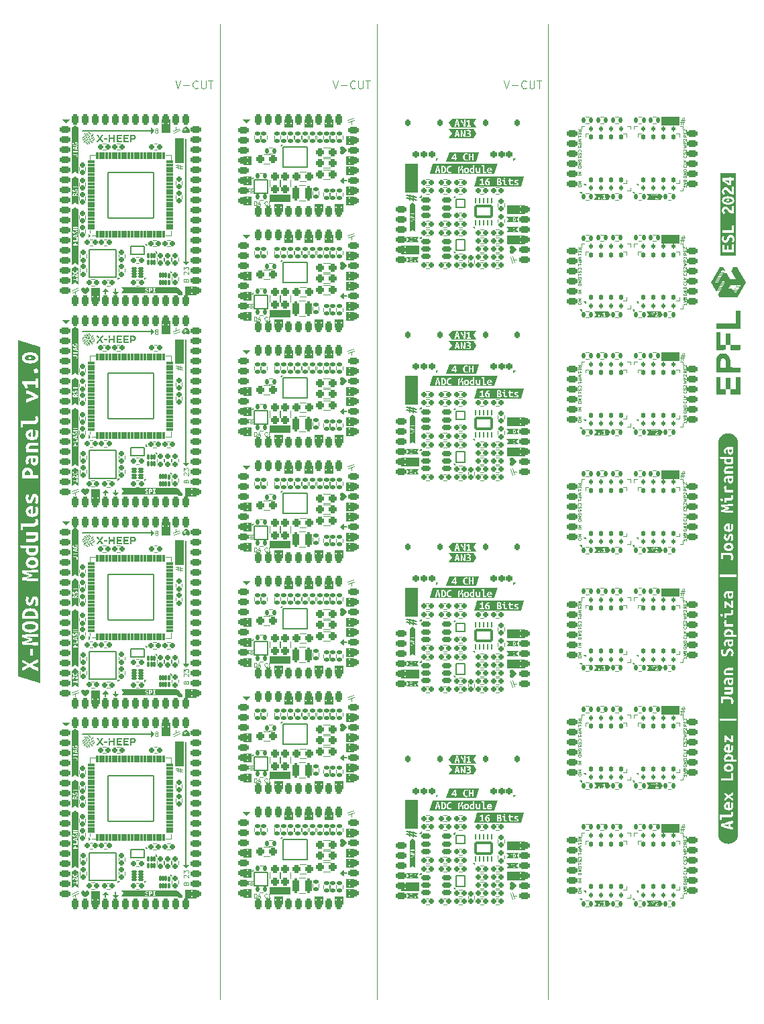
<source format=gbr>
%TF.GenerationSoftware,KiCad,Pcbnew,8.0.4*%
%TF.CreationDate,2024-12-12T20:15:42+01:00*%
%TF.ProjectId,Combined_Module_Panel,436f6d62-696e-4656-945f-4d6f64756c65,rev?*%
%TF.SameCoordinates,Original*%
%TF.FileFunction,Legend,Top*%
%TF.FilePolarity,Positive*%
%FSLAX46Y46*%
G04 Gerber Fmt 4.6, Leading zero omitted, Abs format (unit mm)*
G04 Created by KiCad (PCBNEW 8.0.4) date 2024-12-12 20:15:42*
%MOMM*%
%LPD*%
G01*
G04 APERTURE LIST*
G04 Aperture macros list*
%AMRoundRect*
0 Rectangle with rounded corners*
0 $1 Rounding radius*
0 $2 $3 $4 $5 $6 $7 $8 $9 X,Y pos of 4 corners*
0 Add a 4 corners polygon primitive as box body*
4,1,4,$2,$3,$4,$5,$6,$7,$8,$9,$2,$3,0*
0 Add four circle primitives for the rounded corners*
1,1,$1+$1,$2,$3*
1,1,$1+$1,$4,$5*
1,1,$1+$1,$6,$7*
1,1,$1+$1,$8,$9*
0 Add four rect primitives between the rounded corners*
20,1,$1+$1,$2,$3,$4,$5,0*
20,1,$1+$1,$4,$5,$6,$7,0*
20,1,$1+$1,$6,$7,$8,$9,0*
20,1,$1+$1,$8,$9,$2,$3,0*%
G04 Aperture macros list end*
%ADD10C,0.100000*%
%ADD11C,0.200000*%
%ADD12C,0.000000*%
%ADD13C,0.120000*%
%ADD14C,0.075000*%
%ADD15C,0.150000*%
%ADD16RoundRect,0.167500X-0.192500X0.167500X-0.192500X-0.167500X0.192500X-0.167500X0.192500X0.167500X0*%
%ADD17RoundRect,0.167500X0.167500X0.192500X-0.167500X0.192500X-0.167500X-0.192500X0.167500X-0.192500X0*%
%ADD18RoundRect,0.162500X0.162500X0.287500X-0.162500X0.287500X-0.162500X-0.287500X0.162500X-0.287500X0*%
%ADD19RoundRect,0.200000X0.200000X0.250000X-0.200000X0.250000X-0.200000X-0.250000X0.200000X-0.250000X0*%
%ADD20RoundRect,0.167500X-0.167500X-0.192500X0.167500X-0.192500X0.167500X0.192500X-0.167500X0.192500X0*%
%ADD21RoundRect,0.175000X-0.425000X-0.175000X0.425000X-0.175000X0.425000X0.175000X-0.425000X0.175000X0*%
%ADD22RoundRect,0.165000X1.035000X-0.660000X1.035000X0.660000X-1.035000X0.660000X-1.035000X-0.660000X0*%
%ADD23RoundRect,0.060000X0.060000X-0.240000X0.060000X0.240000X-0.060000X0.240000X-0.060000X-0.240000X0*%
%ADD24RoundRect,0.225000X0.415000X-0.225000X0.415000X0.225000X-0.415000X0.225000X-0.415000X-0.225000X0*%
%ADD25RoundRect,0.167500X0.192500X-0.167500X0.192500X0.167500X-0.192500X0.167500X-0.192500X-0.167500X0*%
%ADD26C,0.350000*%
%ADD27C,0.300000*%
%ADD28C,0.600000*%
%ADD29RoundRect,0.142500X-0.142500X-0.167500X0.142500X-0.167500X0.142500X0.167500X-0.142500X0.167500X0*%
%ADD30RoundRect,0.237500X-0.237500X-0.262500X0.237500X-0.262500X0.237500X0.262500X-0.237500X0.262500X0*%
%ADD31RoundRect,0.067500X-0.067500X0.282500X-0.067500X-0.282500X0.067500X-0.282500X0.067500X0.282500X0*%
%ADD32C,2.000000*%
%ADD33RoundRect,0.142500X0.142500X0.167500X-0.142500X0.167500X-0.142500X-0.167500X0.142500X-0.167500X0*%
%ADD34RoundRect,0.142500X-0.167500X0.142500X-0.167500X-0.142500X0.167500X-0.142500X0.167500X0.142500X0*%
%ADD35RoundRect,0.125000X0.125000X-0.200000X0.125000X0.200000X-0.125000X0.200000X-0.125000X-0.200000X0*%
%ADD36RoundRect,0.125000X0.125000X-0.250000X0.125000X0.250000X-0.125000X0.250000X-0.125000X-0.250000X0*%
%ADD37R,4.300000X3.400000*%
%ADD38RoundRect,0.142500X0.167500X-0.142500X0.167500X0.142500X-0.167500X0.142500X-0.167500X-0.142500X0*%
%ADD39RoundRect,0.225000X-0.415000X0.225000X-0.415000X-0.225000X0.415000X-0.225000X0.415000X0.225000X0*%
%ADD40RoundRect,0.237500X0.237500X0.262500X-0.237500X0.262500X-0.237500X-0.262500X0.237500X-0.262500X0*%
%ADD41C,0.330000*%
%ADD42RoundRect,0.237500X-0.262500X0.237500X-0.262500X-0.237500X0.262500X-0.237500X0.262500X0.237500X0*%
%ADD43RoundRect,0.068750X-0.068750X0.281250X-0.068750X-0.281250X0.068750X-0.281250X0.068750X0.281250X0*%
%ADD44RoundRect,0.068750X-0.068750X0.231250X-0.068750X-0.231250X0.068750X-0.231250X0.068750X0.231250X0*%
%ADD45RoundRect,0.068750X0.281250X0.068750X-0.281250X0.068750X-0.281250X-0.068750X0.281250X-0.068750X0*%
%ADD46RoundRect,0.068750X0.231250X0.068750X-0.231250X0.068750X-0.231250X-0.068750X0.231250X-0.068750X0*%
%ADD47RoundRect,0.200000X0.200000X0.700000X-0.200000X0.700000X-0.200000X-0.700000X0.200000X-0.700000X0*%
%ADD48RoundRect,0.225000X0.225000X0.415000X-0.225000X0.415000X-0.225000X-0.415000X0.225000X-0.415000X0*%
%ADD49RoundRect,0.225000X-0.225000X-0.415000X0.225000X-0.415000X0.225000X0.415000X-0.225000X0.415000X0*%
%ADD50RoundRect,0.075000X0.075000X-0.387500X0.075000X0.387500X-0.075000X0.387500X-0.075000X-0.387500X0*%
%ADD51RoundRect,0.075000X0.387500X-0.075000X0.387500X0.075000X-0.387500X0.075000X-0.387500X-0.075000X0*%
%ADD52RoundRect,0.075000X-0.387500X-0.075000X0.387500X-0.075000X0.387500X0.075000X-0.387500X0.075000X0*%
%ADD53RoundRect,0.050000X2.875000X-2.875000X2.875000X2.875000X-2.875000X2.875000X-2.875000X-2.875000X0*%
G04 APERTURE END LIST*
D10*
X149771181Y-144405200D02*
X149492485Y-143639488D01*
X149523338Y-144453918D02*
X149244642Y-143688206D01*
X149646362Y-144006161D02*
X150000951Y-144006161D01*
X148833029Y-140996703D02*
X151034162Y-140996703D01*
X151034162Y-142016703D01*
X148833029Y-142016703D01*
X148833029Y-140996703D01*
G36*
X148833029Y-140996703D02*
G01*
X151034162Y-140996703D01*
X151034162Y-142016703D01*
X148833029Y-142016703D01*
X148833029Y-140996703D01*
G37*
X136006457Y-131901103D02*
X137535581Y-131901103D01*
X137535581Y-135506103D01*
X136006457Y-135506103D01*
X136006457Y-131901103D01*
G36*
X136006457Y-131901103D02*
G01*
X137535581Y-131901103D01*
X137535581Y-135506103D01*
X136006457Y-135506103D01*
X136006457Y-131901103D01*
G37*
X135456457Y-142296703D02*
X137657590Y-142296703D01*
X137657590Y-143316703D01*
X135456457Y-143316703D01*
X135456457Y-142296703D01*
G36*
X135456457Y-142296703D02*
G01*
X137657590Y-142296703D01*
X137657590Y-143316703D01*
X135456457Y-143316703D01*
X135456457Y-142296703D01*
G37*
D11*
X136566133Y-136519048D02*
X136566133Y-135804763D01*
X136137561Y-136233334D02*
X137423276Y-136519048D01*
X136994704Y-135900001D02*
X136994704Y-136614286D01*
X137423276Y-136185715D02*
X136137561Y-135900001D01*
D10*
X148833029Y-137186703D02*
X151034162Y-137186703D01*
X151034162Y-138206703D01*
X148833029Y-138206703D01*
X148833029Y-137186703D01*
G36*
X148833029Y-137186703D02*
G01*
X151034162Y-137186703D01*
X151034162Y-138206703D01*
X148833029Y-138206703D01*
X148833029Y-137186703D01*
G37*
X149523338Y-117683537D02*
X149244642Y-116917825D01*
X149771181Y-117634819D02*
X149492485Y-116869107D01*
X149646362Y-117235780D02*
X150000951Y-117235780D01*
X148833029Y-114226322D02*
X151034162Y-114226322D01*
X151034162Y-115246322D01*
X148833029Y-115246322D01*
X148833029Y-114226322D01*
G36*
X148833029Y-114226322D02*
G01*
X151034162Y-114226322D01*
X151034162Y-115246322D01*
X148833029Y-115246322D01*
X148833029Y-114226322D01*
G37*
X136006457Y-105130722D02*
X137535581Y-105130722D01*
X137535581Y-108735722D01*
X136006457Y-108735722D01*
X136006457Y-105130722D01*
G36*
X136006457Y-105130722D02*
G01*
X137535581Y-105130722D01*
X137535581Y-108735722D01*
X136006457Y-108735722D01*
X136006457Y-105130722D01*
G37*
X135456457Y-115526322D02*
X137657590Y-115526322D01*
X137657590Y-116546322D01*
X135456457Y-116546322D01*
X135456457Y-115526322D01*
G36*
X135456457Y-115526322D02*
G01*
X137657590Y-115526322D01*
X137657590Y-116546322D01*
X135456457Y-116546322D01*
X135456457Y-115526322D01*
G37*
D11*
X136566133Y-109748667D02*
X136566133Y-109034382D01*
X136137561Y-109462953D02*
X137423276Y-109748667D01*
X136994704Y-109129620D02*
X136994704Y-109843905D01*
X137423276Y-109415334D02*
X136137561Y-109129620D01*
D10*
X148833029Y-110416322D02*
X151034162Y-110416322D01*
X151034162Y-111436322D01*
X148833029Y-111436322D01*
X148833029Y-110416322D01*
G36*
X148833029Y-110416322D02*
G01*
X151034162Y-110416322D01*
X151034162Y-111436322D01*
X148833029Y-111436322D01*
X148833029Y-110416322D01*
G37*
X149523338Y-90930537D02*
X149244642Y-90164825D01*
X149771181Y-90881819D02*
X149492485Y-90116107D01*
X149646362Y-90482780D02*
X150000951Y-90482780D01*
X148833029Y-87473322D02*
X151034162Y-87473322D01*
X151034162Y-88493322D01*
X148833029Y-88493322D01*
X148833029Y-87473322D01*
G36*
X148833029Y-87473322D02*
G01*
X151034162Y-87473322D01*
X151034162Y-88493322D01*
X148833029Y-88493322D01*
X148833029Y-87473322D01*
G37*
X136006457Y-78377722D02*
X137535581Y-78377722D01*
X137535581Y-81982722D01*
X136006457Y-81982722D01*
X136006457Y-78377722D01*
G36*
X136006457Y-78377722D02*
G01*
X137535581Y-78377722D01*
X137535581Y-81982722D01*
X136006457Y-81982722D01*
X136006457Y-78377722D01*
G37*
X135456457Y-88773322D02*
X137657590Y-88773322D01*
X137657590Y-89793322D01*
X135456457Y-89793322D01*
X135456457Y-88773322D01*
G36*
X135456457Y-88773322D02*
G01*
X137657590Y-88773322D01*
X137657590Y-89793322D01*
X135456457Y-89793322D01*
X135456457Y-88773322D01*
G37*
D11*
X136566133Y-82995667D02*
X136566133Y-82281382D01*
X136137561Y-82709953D02*
X137423276Y-82995667D01*
X136994704Y-82376620D02*
X136994704Y-83090905D01*
X137423276Y-82662334D02*
X136137561Y-82376620D01*
D10*
X148833029Y-83663322D02*
X151034162Y-83663322D01*
X151034162Y-84683322D01*
X148833029Y-84683322D01*
X148833029Y-83663322D01*
G36*
X148833029Y-83663322D02*
G01*
X151034162Y-83663322D01*
X151034162Y-84683322D01*
X148833029Y-84683322D01*
X148833029Y-83663322D01*
G37*
X115586953Y-67843100D02*
X116514048Y-67843100D01*
X116514048Y-68863100D01*
X115586953Y-68863100D01*
X115586953Y-67843100D01*
G36*
X115586953Y-67843100D02*
G01*
X116514048Y-67843100D01*
X116514048Y-68863100D01*
X115586953Y-68863100D01*
X115586953Y-67843100D01*
G37*
X115586953Y-55821000D02*
X116514048Y-55821000D01*
X116514048Y-56841000D01*
X115586953Y-56841000D01*
X115586953Y-55821000D01*
G36*
X115586953Y-55821000D02*
G01*
X116514048Y-55821000D01*
X116514048Y-56841000D01*
X115586953Y-56841000D01*
X115586953Y-55821000D01*
G37*
X94349101Y-118499314D02*
X94349101Y-118853903D01*
X105255000Y-71473953D02*
X106275000Y-71473953D01*
X106275000Y-73076048D01*
X105255000Y-73076048D01*
X105255000Y-71473953D01*
G36*
X105255000Y-71473953D02*
G01*
X106275000Y-71473953D01*
X106275000Y-73076048D01*
X105255000Y-73076048D01*
X105255000Y-71473953D01*
G37*
X116282500Y-83947200D02*
X116768500Y-83947200D01*
X128500500Y-114069400D02*
X129427595Y-114069400D01*
X129427595Y-115089400D01*
X128500500Y-115089400D01*
X128500500Y-114069400D01*
G36*
X128500500Y-114069400D02*
G01*
X129427595Y-114069400D01*
X129427595Y-115089400D01*
X128500500Y-115089400D01*
X128500500Y-114069400D01*
G37*
X128500500Y-139383600D02*
X129427595Y-139383600D01*
X129427595Y-140403600D01*
X128500500Y-140403600D01*
X128500500Y-139383600D01*
G36*
X128500500Y-139383600D02*
G01*
X129427595Y-139383600D01*
X129427595Y-140403600D01*
X128500500Y-140403600D01*
X128500500Y-139383600D01*
G37*
X118925500Y-128376500D02*
X121400500Y-128376500D01*
X121400500Y-129176500D01*
X118925500Y-129176500D01*
X118925500Y-128376500D01*
G36*
X118925500Y-128376500D02*
G01*
X121400500Y-128376500D01*
X121400500Y-129176500D01*
X118925500Y-129176500D01*
X118925500Y-128376500D01*
G37*
X128500500Y-79865200D02*
X129427595Y-79865200D01*
X129427595Y-80885200D01*
X128500500Y-80885200D01*
X128500500Y-79865200D01*
G36*
X128500500Y-79865200D02*
G01*
X129427595Y-79865200D01*
X129427595Y-80885200D01*
X128500500Y-80885200D01*
X128500500Y-79865200D01*
G37*
X123270500Y-60639553D02*
X124290500Y-60639553D01*
X124290500Y-61566648D01*
X123270500Y-61566648D01*
X123270500Y-60639553D01*
G36*
X123270500Y-60639553D02*
G01*
X124290500Y-60639553D01*
X124290500Y-61566648D01*
X123270500Y-61566648D01*
X123270500Y-60639553D01*
G37*
X93950062Y-143995133D02*
X94715774Y-143716437D01*
X108224952Y-143287000D02*
X109577047Y-143287000D01*
X109577047Y-144307000D01*
X108224952Y-144307000D01*
X108224952Y-143287000D01*
G36*
X108224952Y-143287000D02*
G01*
X109577047Y-143287000D01*
X109577047Y-144307000D01*
X108224952Y-144307000D01*
X108224952Y-143287000D01*
G37*
X116282500Y-142195600D02*
X116768500Y-142195600D01*
X128500500Y-48201000D02*
X129427595Y-48201000D01*
X129427595Y-49221000D01*
X128500500Y-49221000D01*
X128500500Y-48201000D01*
G36*
X128500500Y-48201000D02*
G01*
X129427595Y-48201000D01*
X129427595Y-49221000D01*
X128500500Y-49221000D01*
X128500500Y-48201000D01*
G37*
X116282500Y-98833300D02*
X116768500Y-98833300D01*
D12*
G36*
X107851000Y-144063426D02*
G01*
X107851000Y-144327000D01*
X107458139Y-144327000D01*
X107241000Y-144109861D01*
X107241000Y-143978574D01*
X107251000Y-143326385D01*
X107851000Y-144063426D01*
G37*
D10*
X128725500Y-60728100D02*
X129491212Y-60449404D01*
X125810500Y-104325853D02*
X126830500Y-104325853D01*
X126830500Y-105252948D01*
X125810500Y-105252948D01*
X125810500Y-104325853D01*
G36*
X125810500Y-104325853D02*
G01*
X126830500Y-104325853D01*
X126830500Y-105252948D01*
X125810500Y-105252948D01*
X125810500Y-104325853D01*
G37*
D12*
G36*
X107851000Y-67950426D02*
G01*
X107851000Y-68214000D01*
X107458139Y-68214000D01*
X107241000Y-67996861D01*
X107241000Y-67865574D01*
X107251000Y-67213385D01*
X107851000Y-67950426D01*
G37*
D10*
X107751000Y-144227000D02*
X107251000Y-143727000D01*
D11*
X98145000Y-143879000D02*
X98145000Y-144237000D01*
D10*
X128774218Y-119224343D02*
X129539930Y-118945647D01*
X120730500Y-60639553D02*
X121750500Y-60639553D01*
X121750500Y-61566648D01*
X120730500Y-61566648D01*
X120730500Y-60639553D01*
G36*
X120730500Y-60639553D02*
G01*
X121750500Y-60639553D01*
X121750500Y-61566648D01*
X120730500Y-61566648D01*
X120730500Y-60639553D01*
G37*
X116282500Y-84271200D02*
X116768500Y-84271200D01*
X108302638Y-115124000D02*
X107952409Y-114773774D01*
X108652865Y-114773774D01*
X108302638Y-115124000D01*
G36*
X108302638Y-115124000D02*
G01*
X107952409Y-114773774D01*
X108652865Y-114773774D01*
X108302638Y-115124000D01*
G37*
X123270500Y-104325853D02*
X124290500Y-104325853D01*
X124290500Y-105252948D01*
X123270500Y-105252948D01*
X123270500Y-104325853D01*
G36*
X123270500Y-104325853D02*
G01*
X124290500Y-104325853D01*
X124290500Y-105252948D01*
X123270500Y-105252948D01*
X123270500Y-104325853D01*
G37*
X128500500Y-94427300D02*
X129427595Y-94427300D01*
X129427595Y-95447300D01*
X128500500Y-95447300D01*
X128500500Y-94427300D01*
G36*
X128500500Y-94427300D02*
G01*
X129427595Y-94427300D01*
X129427595Y-95447300D01*
X128500500Y-95447300D01*
X128500500Y-94427300D01*
G37*
X99415001Y-118896454D02*
X99064772Y-118546228D01*
X99765228Y-118546228D01*
X99415001Y-118896454D01*
G36*
X99415001Y-118896454D02*
G01*
X99064772Y-118546228D01*
X99765228Y-118546228D01*
X99415001Y-118896454D01*
G37*
D11*
X128145500Y-68353100D02*
X128625500Y-68353100D01*
D10*
X128774218Y-90100143D02*
X129539930Y-89821447D01*
X93901344Y-118376290D02*
X94667056Y-118097594D01*
X116404000Y-84109200D02*
X116647000Y-84109200D01*
X128500500Y-112799400D02*
X129427595Y-112799400D01*
X129427595Y-113819400D01*
X128500500Y-113819400D01*
X128500500Y-112799400D01*
G36*
X128500500Y-112799400D02*
G01*
X129427595Y-112799400D01*
X129427595Y-113819400D01*
X128500500Y-113819400D01*
X128500500Y-112799400D01*
G37*
X116404000Y-54985000D02*
X116647000Y-54985000D01*
X116404000Y-69547100D02*
X116647000Y-69547100D01*
X127080500Y-115000852D02*
X128100500Y-115000852D01*
X128100500Y-115927947D01*
X127080500Y-115927947D01*
X127080500Y-115000852D01*
G36*
X127080500Y-115000852D02*
G01*
X128100500Y-115000852D01*
X128100500Y-115927947D01*
X127080500Y-115927947D01*
X127080500Y-115000852D01*
G37*
X127080500Y-144125052D02*
X128100500Y-144125052D01*
X128100500Y-145052147D01*
X127080500Y-145052147D01*
X127080500Y-144125052D01*
G36*
X127080500Y-144125052D02*
G01*
X128100500Y-144125052D01*
X128100500Y-145052147D01*
X127080500Y-145052147D01*
X127080500Y-144125052D01*
G37*
X106951000Y-99196000D02*
X107951000Y-99196000D01*
X107951000Y-102196000D01*
X106951000Y-102196000D01*
X106951000Y-99196000D01*
G36*
X106951000Y-99196000D02*
G01*
X107951000Y-99196000D01*
X107951000Y-102196000D01*
X106951000Y-102196000D01*
X106951000Y-99196000D01*
G37*
X107470738Y-97957818D02*
X106705026Y-98236514D01*
X124540500Y-129562952D02*
X125560500Y-129562952D01*
X125560500Y-130490047D01*
X124540500Y-130490047D01*
X124540500Y-129562952D01*
G36*
X124540500Y-129562952D02*
G01*
X125560500Y-129562952D01*
X125560500Y-130490047D01*
X124540500Y-130490047D01*
X124540500Y-129562952D01*
G37*
X128725500Y-104414400D02*
X129491212Y-104135704D01*
X93151000Y-122567000D02*
X92751000Y-122167000D01*
X93551000Y-122167000D01*
X93151000Y-122567000D01*
G36*
X93151000Y-122567000D02*
G01*
X92751000Y-122167000D01*
X93551000Y-122167000D01*
X93151000Y-122567000D01*
G37*
X128225500Y-68673100D02*
X127745500Y-68353100D01*
X128225500Y-68033100D01*
X128225500Y-68673100D01*
G36*
X128225500Y-68673100D02*
G01*
X127745500Y-68353100D01*
X128225500Y-68033100D01*
X128225500Y-68673100D01*
G37*
X115586953Y-70383100D02*
X116514048Y-70383100D01*
X116514048Y-71403100D01*
X115586953Y-71403100D01*
X115586953Y-70383100D01*
G36*
X115586953Y-70383100D02*
G01*
X116514048Y-70383100D01*
X116514048Y-71403100D01*
X115586953Y-71403100D01*
X115586953Y-70383100D01*
G37*
X116282500Y-127633500D02*
X116768500Y-127633500D01*
D11*
X103987000Y-98233000D02*
X95224000Y-98233000D01*
D10*
X116404000Y-69871100D02*
X116647000Y-69871100D01*
X115586953Y-65303100D02*
X116514048Y-65303100D01*
X116514048Y-66323100D01*
X115586953Y-66323100D01*
X115586953Y-65303100D01*
G36*
X115586953Y-65303100D02*
G01*
X116514048Y-65303100D01*
X116514048Y-66323100D01*
X115586953Y-66323100D01*
X115586953Y-65303100D01*
G37*
X107071699Y-98082637D02*
X107071699Y-97728048D01*
X128774218Y-60975943D02*
X129539930Y-60697247D01*
X168354162Y-60628333D02*
X170554162Y-60628333D01*
X170554162Y-61628333D01*
X168354162Y-61628333D01*
X168354162Y-60628333D01*
G36*
X168354162Y-60628333D02*
G01*
X170554162Y-60628333D01*
X170554162Y-61628333D01*
X168354162Y-61628333D01*
X168354162Y-60628333D01*
G37*
X128500500Y-128631500D02*
X129427595Y-128631500D01*
X129427595Y-129651500D01*
X128500500Y-129651500D01*
X128500500Y-128631500D01*
G36*
X128500500Y-128631500D02*
G01*
X129427595Y-128631500D01*
X129427595Y-129651500D01*
X128500500Y-129651500D01*
X128500500Y-128631500D01*
G37*
X128225500Y-141483600D02*
X127745500Y-141163600D01*
X128225500Y-140843600D01*
X128225500Y-141483600D01*
G36*
X128225500Y-141483600D02*
G01*
X127745500Y-141163600D01*
X128225500Y-140843600D01*
X128225500Y-141483600D01*
G37*
X128725500Y-89852300D02*
X129491212Y-89573604D01*
X116404000Y-142681600D02*
X116647000Y-142681600D01*
X116282500Y-69709100D02*
X116768500Y-69709100D01*
X128500500Y-62763100D02*
X129427595Y-62763100D01*
X129427595Y-63783100D01*
X128500500Y-63783100D01*
X128500500Y-62763100D01*
G36*
X128500500Y-62763100D02*
G01*
X129427595Y-62763100D01*
X129427595Y-63783100D01*
X128500500Y-63783100D01*
X128500500Y-62763100D01*
G37*
X118925500Y-99252300D02*
X121400500Y-99252300D01*
X121400500Y-100052300D01*
X118925500Y-100052300D01*
X118925500Y-99252300D01*
G36*
X118925500Y-99252300D02*
G01*
X121400500Y-99252300D01*
X121400500Y-100052300D01*
X118925500Y-100052300D01*
X118925500Y-99252300D01*
G37*
X116282500Y-98509300D02*
X116768500Y-98509300D01*
X154054162Y-34086000D02*
X154054162Y-157075000D01*
X115586953Y-138113600D02*
X116514048Y-138113600D01*
X116514048Y-139133600D01*
X115586953Y-139133600D01*
X115586953Y-138113600D01*
G36*
X115586953Y-138113600D02*
G01*
X116514048Y-138113600D01*
X116514048Y-139133600D01*
X115586953Y-139133600D01*
X115586953Y-138113600D01*
G37*
X128725500Y-118976500D02*
X129491212Y-118697804D01*
X104210226Y-47460227D02*
X103860000Y-47810456D01*
X103860000Y-47110000D01*
X104210226Y-47460227D01*
G36*
X104210226Y-47460227D02*
G01*
X103860000Y-47810456D01*
X103860000Y-47110000D01*
X104210226Y-47460227D01*
G37*
D11*
X98145000Y-93137000D02*
X98145000Y-93495000D01*
D10*
X128774218Y-133786443D02*
X129539930Y-133507747D01*
X128500500Y-106449400D02*
X129427595Y-106449400D01*
X129427595Y-107469400D01*
X128500500Y-107469400D01*
X128500500Y-106449400D01*
G36*
X128500500Y-106449400D02*
G01*
X129427595Y-106449400D01*
X129427595Y-107469400D01*
X128500500Y-107469400D01*
X128500500Y-106449400D01*
G37*
X128500500Y-124821500D02*
X129427595Y-124821500D01*
X129427595Y-125841500D01*
X128500500Y-125841500D01*
X128500500Y-124821500D01*
G36*
X128500500Y-124821500D02*
G01*
X129427595Y-124821500D01*
X129427595Y-125841500D01*
X128500500Y-125841500D01*
X128500500Y-124821500D01*
G37*
X123270500Y-75201653D02*
X124290500Y-75201653D01*
X124290500Y-76128748D01*
X123270500Y-76128748D01*
X123270500Y-75201653D01*
G36*
X123270500Y-75201653D02*
G01*
X124290500Y-75201653D01*
X124290500Y-76128748D01*
X123270500Y-76128748D01*
X123270500Y-75201653D01*
G37*
X128225500Y-112359400D02*
X127745500Y-112039400D01*
X128225500Y-111719400D01*
X128225500Y-112359400D01*
G36*
X128225500Y-112359400D02*
G01*
X127745500Y-112039400D01*
X128225500Y-111719400D01*
X128225500Y-112359400D01*
G37*
D11*
X98145000Y-67766000D02*
X98145000Y-68124000D01*
D10*
X105255000Y-96844953D02*
X106275000Y-96844953D01*
X106275000Y-98447048D01*
X105255000Y-98447048D01*
X105255000Y-96844953D01*
G36*
X105255000Y-96844953D02*
G01*
X106275000Y-96844953D01*
X106275000Y-98447048D01*
X105255000Y-98447048D01*
X105255000Y-96844953D01*
G37*
X93950062Y-118624133D02*
X94715774Y-118345437D01*
X128500500Y-143193600D02*
X129427595Y-143193600D01*
X129427595Y-144213600D01*
X128500500Y-144213600D01*
X128500500Y-143193600D01*
G36*
X128500500Y-143193600D02*
G01*
X129427595Y-143193600D01*
X129427595Y-144213600D01*
X128500500Y-144213600D01*
X128500500Y-143193600D01*
G37*
X119460500Y-100438752D02*
X120480500Y-100438752D01*
X120480500Y-101365847D01*
X119460500Y-101365847D01*
X119460500Y-100438752D01*
G36*
X119460500Y-100438752D02*
G01*
X120480500Y-100438752D01*
X120480500Y-101365847D01*
X119460500Y-101365847D01*
X119460500Y-100438752D01*
G37*
X120730500Y-104325853D02*
X121750500Y-104325853D01*
X121750500Y-105252948D01*
X120730500Y-105252948D01*
X120730500Y-104325853D01*
G36*
X120730500Y-104325853D02*
G01*
X121750500Y-104325853D01*
X121750500Y-105252948D01*
X120730500Y-105252948D01*
X120730500Y-104325853D01*
G37*
X112584250Y-34086000D02*
X112584250Y-157075000D01*
X127080500Y-85876652D02*
X128100500Y-85876652D01*
X128100500Y-86803747D01*
X127080500Y-86803747D01*
X127080500Y-85876652D01*
G36*
X127080500Y-85876652D02*
G01*
X128100500Y-85876652D01*
X128100500Y-86803747D01*
X127080500Y-86803747D01*
X127080500Y-85876652D01*
G37*
X115925500Y-90152300D02*
X115525500Y-89752300D01*
X116325500Y-89752300D01*
X115925500Y-90152300D01*
G36*
X115925500Y-90152300D02*
G01*
X115525500Y-89752300D01*
X116325500Y-89752300D01*
X115925500Y-90152300D01*
G37*
X116282500Y-69385100D02*
X116768500Y-69385100D01*
X108302638Y-89753000D02*
X107952409Y-89402774D01*
X108652865Y-89402774D01*
X108302638Y-89753000D01*
G36*
X108302638Y-89753000D02*
G01*
X107952409Y-89402774D01*
X108652865Y-89402774D01*
X108302638Y-89753000D01*
G37*
X116404000Y-98671300D02*
X116647000Y-98671300D01*
D11*
X99415000Y-67804227D02*
X99415000Y-67446227D01*
D10*
X119460500Y-144125052D02*
X120480500Y-144125052D01*
X120480500Y-145052147D01*
X119460500Y-145052147D01*
X119460500Y-144125052D01*
G36*
X119460500Y-144125052D02*
G01*
X120480500Y-144125052D01*
X120480500Y-145052147D01*
X119460500Y-145052147D01*
X119460500Y-144125052D01*
G37*
X105255000Y-46102953D02*
X106275000Y-46102953D01*
X106275000Y-47705048D01*
X105255000Y-47705048D01*
X105255000Y-46102953D01*
G36*
X105255000Y-46102953D02*
G01*
X106275000Y-46102953D01*
X106275000Y-47705048D01*
X105255000Y-47705048D01*
X105255000Y-46102953D01*
G37*
X128500500Y-50741000D02*
X129427595Y-50741000D01*
X129427595Y-51761000D01*
X128500500Y-51761000D01*
X128500500Y-50741000D01*
G36*
X128500500Y-50741000D02*
G01*
X129427595Y-50741000D01*
X129427595Y-51761000D01*
X128500500Y-51761000D01*
X128500500Y-50741000D01*
G37*
X127080500Y-71314552D02*
X128100500Y-71314552D01*
X128100500Y-72241647D01*
X127080500Y-72241647D01*
X127080500Y-71314552D01*
G36*
X127080500Y-71314552D02*
G01*
X128100500Y-71314552D01*
X128100500Y-72241647D01*
X127080500Y-72241647D01*
X127080500Y-71314552D01*
G37*
X128500500Y-110259400D02*
X129427595Y-110259400D01*
X129427595Y-111279400D01*
X128500500Y-111279400D01*
X128500500Y-110259400D01*
G36*
X128500500Y-110259400D02*
G01*
X129427595Y-110259400D01*
X129427595Y-111279400D01*
X128500500Y-111279400D01*
X128500500Y-110259400D01*
G37*
X107470738Y-72586818D02*
X106705026Y-72865514D01*
X129173257Y-60851124D02*
X129173257Y-61205713D01*
X118925500Y-55566000D02*
X121400500Y-55566000D01*
X121400500Y-56366000D01*
X118925500Y-56366000D01*
X118925500Y-55566000D01*
G36*
X118925500Y-55566000D02*
G01*
X121400500Y-55566000D01*
X121400500Y-56366000D01*
X118925500Y-56366000D01*
X118925500Y-55566000D01*
G37*
X129173257Y-133661624D02*
X129173257Y-134016213D01*
X115586953Y-99507300D02*
X116514048Y-99507300D01*
X116514048Y-100527300D01*
X115586953Y-100527300D01*
X115586953Y-99507300D01*
G36*
X115586953Y-99507300D02*
G01*
X116514048Y-99507300D01*
X116514048Y-100527300D01*
X115586953Y-100527300D01*
X115586953Y-99507300D01*
G37*
X115586953Y-111529400D02*
X116514048Y-111529400D01*
X116514048Y-112549400D01*
X115586953Y-112549400D01*
X115586953Y-111529400D01*
G36*
X115586953Y-111529400D02*
G01*
X116514048Y-111529400D01*
X116514048Y-112549400D01*
X115586953Y-112549400D01*
X115586953Y-111529400D01*
G37*
X116282500Y-113071400D02*
X116768500Y-113071400D01*
D11*
X128145500Y-53791000D02*
X128625500Y-53791000D01*
D10*
X115586953Y-50741000D02*
X116514048Y-50741000D01*
X116514048Y-51761000D01*
X115586953Y-51761000D01*
X115586953Y-50741000D01*
G36*
X115586953Y-50741000D02*
G01*
X116514048Y-50741000D01*
X116514048Y-51761000D01*
X115586953Y-51761000D01*
X115586953Y-50741000D01*
G37*
X107519456Y-47463661D02*
X106753744Y-47742357D01*
X115925500Y-119276500D02*
X115525500Y-118876500D01*
X116325500Y-118876500D01*
X115925500Y-119276500D01*
G36*
X115925500Y-119276500D02*
G01*
X115525500Y-118876500D01*
X116325500Y-118876500D01*
X115925500Y-119276500D01*
G37*
X128225500Y-97797300D02*
X127745500Y-97477300D01*
X128225500Y-97157300D01*
X128225500Y-97797300D01*
G36*
X128225500Y-97797300D02*
G01*
X127745500Y-97477300D01*
X128225500Y-97157300D01*
X128225500Y-97797300D01*
G37*
X107470738Y-47215818D02*
X106705026Y-47494514D01*
D11*
X128145500Y-97477300D02*
X128625500Y-97477300D01*
X98145000Y-118508000D02*
X98145000Y-118866000D01*
X108305000Y-140368000D02*
X108305000Y-124620000D01*
D10*
X128225500Y-54111000D02*
X127745500Y-53791000D01*
X128225500Y-53471000D01*
X128225500Y-54111000D01*
G36*
X128225500Y-54111000D02*
G01*
X127745500Y-53791000D01*
X128225500Y-53471000D01*
X128225500Y-54111000D01*
G37*
X118925500Y-142938600D02*
X121400500Y-142938600D01*
X121400500Y-143738600D01*
X118925500Y-143738600D01*
X118925500Y-142938600D01*
G36*
X118925500Y-142938600D02*
G01*
X121400500Y-142938600D01*
X121400500Y-143738600D01*
X118925500Y-143738600D01*
X118925500Y-142938600D01*
G37*
X119460500Y-71314552D02*
X120480500Y-71314552D01*
X120480500Y-72241647D01*
X119460500Y-72241647D01*
X119460500Y-71314552D01*
G36*
X119460500Y-71314552D02*
G01*
X120480500Y-71314552D01*
X120480500Y-72241647D01*
X119460500Y-72241647D01*
X119460500Y-71314552D01*
G37*
X116404000Y-127795500D02*
X116647000Y-127795500D01*
X115586953Y-82405200D02*
X116514048Y-82405200D01*
X116514048Y-83425200D01*
X115586953Y-83425200D01*
X115586953Y-82405200D01*
G36*
X115586953Y-82405200D02*
G01*
X116514048Y-82405200D01*
X116514048Y-83425200D01*
X115586953Y-83425200D01*
X115586953Y-82405200D01*
G37*
X120730500Y-118887953D02*
X121750500Y-118887953D01*
X121750500Y-119815048D01*
X120730500Y-119815048D01*
X120730500Y-118887953D01*
G36*
X120730500Y-118887953D02*
G01*
X121750500Y-118887953D01*
X121750500Y-119815048D01*
X120730500Y-119815048D01*
X120730500Y-118887953D01*
G37*
D12*
G36*
X107851000Y-93321426D02*
G01*
X107851000Y-93585000D01*
X107458139Y-93585000D01*
X107241000Y-93367861D01*
X107241000Y-93236574D01*
X107251000Y-92584385D01*
X107851000Y-93321426D01*
G37*
D10*
X107071699Y-72711637D02*
X107071699Y-72357048D01*
X128500500Y-66573100D02*
X129427595Y-66573100D01*
X129427595Y-67593100D01*
X128500500Y-67593100D01*
X128500500Y-66573100D01*
G36*
X128500500Y-66573100D02*
G01*
X129427595Y-66573100D01*
X129427595Y-67593100D01*
X128500500Y-67593100D01*
X128500500Y-66573100D01*
G37*
X116404000Y-55309000D02*
X116647000Y-55309000D01*
X120730500Y-133450053D02*
X121750500Y-133450053D01*
X121750500Y-134377148D01*
X120730500Y-134377148D01*
X120730500Y-133450053D01*
G36*
X120730500Y-133450053D02*
G01*
X121750500Y-133450053D01*
X121750500Y-134377148D01*
X120730500Y-134377148D01*
X120730500Y-133450053D01*
G37*
X125810500Y-60639553D02*
X126830500Y-60639553D01*
X126830500Y-61566648D01*
X125810500Y-61566648D01*
X125810500Y-60639553D01*
G36*
X125810500Y-60639553D02*
G01*
X126830500Y-60639553D01*
X126830500Y-61566648D01*
X125810500Y-61566648D01*
X125810500Y-60639553D01*
G37*
X96365000Y-143464905D02*
X97385000Y-143464905D01*
X97385000Y-145067000D01*
X96365000Y-145067000D01*
X96365000Y-143464905D01*
G36*
X96365000Y-143464905D02*
G01*
X97385000Y-143464905D01*
X97385000Y-145067000D01*
X96365000Y-145067000D01*
X96365000Y-143464905D01*
G37*
D11*
X103987000Y-123604000D02*
X95224000Y-123604000D01*
D10*
X129173257Y-75413224D02*
X129173257Y-75767813D01*
X120730500Y-75201653D02*
X121750500Y-75201653D01*
X121750500Y-76128748D01*
X120730500Y-76128748D01*
X120730500Y-75201653D01*
G36*
X120730500Y-75201653D02*
G01*
X121750500Y-75201653D01*
X121750500Y-76128748D01*
X120730500Y-76128748D01*
X120730500Y-75201653D01*
G37*
X128500500Y-77325200D02*
X129427595Y-77325200D01*
X129427595Y-78345200D01*
X128500500Y-78345200D01*
X128500500Y-77325200D01*
G36*
X128500500Y-77325200D02*
G01*
X129427595Y-77325200D01*
X129427595Y-78345200D01*
X128500500Y-78345200D01*
X128500500Y-77325200D01*
G37*
X116282500Y-127957500D02*
X116768500Y-127957500D01*
X124540500Y-85876652D02*
X125560500Y-85876652D01*
X125560500Y-86803747D01*
X124540500Y-86803747D01*
X124540500Y-85876652D01*
G36*
X124540500Y-85876652D02*
G01*
X125560500Y-85876652D01*
X125560500Y-86803747D01*
X124540500Y-86803747D01*
X124540500Y-85876652D01*
G37*
X116282500Y-142519600D02*
X116768500Y-142519600D01*
X168354162Y-75493333D02*
X170554162Y-75493333D01*
X170554162Y-76493333D01*
X168354162Y-76493333D01*
X168354162Y-75493333D01*
G36*
X168354162Y-75493333D02*
G01*
X170554162Y-75493333D01*
X170554162Y-76493333D01*
X168354162Y-76493333D01*
X168354162Y-75493333D01*
G37*
X118925500Y-84690200D02*
X121400500Y-84690200D01*
X121400500Y-85490200D01*
X118925500Y-85490200D01*
X118925500Y-84690200D01*
G36*
X118925500Y-84690200D02*
G01*
X121400500Y-84690200D01*
X121400500Y-85490200D01*
X118925500Y-85490200D01*
X118925500Y-84690200D01*
G37*
X128500500Y-52011000D02*
X129427595Y-52011000D01*
X129427595Y-53031000D01*
X128500500Y-53031000D01*
X128500500Y-52011000D01*
G36*
X128500500Y-52011000D02*
G01*
X129427595Y-52011000D01*
X129427595Y-53031000D01*
X128500500Y-53031000D01*
X128500500Y-52011000D01*
G37*
X108224952Y-67174000D02*
X109577047Y-67174000D01*
X109577047Y-68194000D01*
X108224952Y-68194000D01*
X108224952Y-67174000D01*
G36*
X108224952Y-67174000D02*
G01*
X109577047Y-67174000D01*
X109577047Y-68194000D01*
X108224952Y-68194000D01*
X108224952Y-67174000D01*
G37*
X128500500Y-95697300D02*
X129427595Y-95697300D01*
X129427595Y-96717300D01*
X128500500Y-96717300D01*
X128500500Y-95697300D01*
G36*
X128500500Y-95697300D02*
G01*
X129427595Y-95697300D01*
X129427595Y-96717300D01*
X128500500Y-96717300D01*
X128500500Y-95697300D01*
G37*
X128500500Y-55821000D02*
X129427595Y-55821000D01*
X129427595Y-56841000D01*
X128500500Y-56841000D01*
X128500500Y-55821000D01*
G36*
X128500500Y-55821000D02*
G01*
X129427595Y-55821000D01*
X129427595Y-56841000D01*
X128500500Y-56841000D01*
X128500500Y-55821000D01*
G37*
D11*
X103987000Y-47491000D02*
X95224000Y-47491000D01*
D10*
X128500500Y-84945200D02*
X129427595Y-84945200D01*
X129427595Y-85965200D01*
X128500500Y-85965200D01*
X128500500Y-84945200D01*
G36*
X128500500Y-84945200D02*
G01*
X129427595Y-84945200D01*
X129427595Y-85965200D01*
X128500500Y-85965200D01*
X128500500Y-84945200D01*
G37*
X107519456Y-72834661D02*
X106753744Y-73113357D01*
X124540500Y-115000852D02*
X125560500Y-115000852D01*
X125560500Y-115927947D01*
X124540500Y-115927947D01*
X124540500Y-115000852D01*
G36*
X124540500Y-115000852D02*
G01*
X125560500Y-115000852D01*
X125560500Y-115927947D01*
X124540500Y-115927947D01*
X124540500Y-115000852D01*
G37*
X115925500Y-61028100D02*
X115525500Y-60628100D01*
X116325500Y-60628100D01*
X115925500Y-61028100D01*
G36*
X115925500Y-61028100D02*
G01*
X115525500Y-60628100D01*
X116325500Y-60628100D01*
X115925500Y-61028100D01*
G37*
X125810500Y-118887953D02*
X126830500Y-118887953D01*
X126830500Y-119815048D01*
X125810500Y-119815048D01*
X125810500Y-118887953D01*
G36*
X125810500Y-118887953D02*
G01*
X126830500Y-118887953D01*
X126830500Y-119815048D01*
X125810500Y-119815048D01*
X125810500Y-118887953D01*
G37*
X93901344Y-143747290D02*
X94667056Y-143468594D01*
X125810500Y-89763753D02*
X126830500Y-89763753D01*
X126830500Y-90690848D01*
X125810500Y-90690848D01*
X125810500Y-89763753D01*
G36*
X125810500Y-89763753D02*
G01*
X126830500Y-89763753D01*
X126830500Y-90690848D01*
X125810500Y-90690848D01*
X125810500Y-89763753D01*
G37*
X128500500Y-91887300D02*
X129427595Y-91887300D01*
X129427595Y-92907300D01*
X128500500Y-92907300D01*
X128500500Y-91887300D01*
G36*
X128500500Y-91887300D02*
G01*
X129427595Y-91887300D01*
X129427595Y-92907300D01*
X128500500Y-92907300D01*
X128500500Y-91887300D01*
G37*
X104210226Y-72831227D02*
X103860000Y-73181456D01*
X103860000Y-72481000D01*
X104210226Y-72831227D01*
G36*
X104210226Y-72831227D02*
G01*
X103860000Y-73181456D01*
X103860000Y-72481000D01*
X104210226Y-72831227D01*
G37*
X106951000Y-124567000D02*
X107951000Y-124567000D01*
X107951000Y-127567000D01*
X106951000Y-127567000D01*
X106951000Y-124567000D01*
G36*
X106951000Y-124567000D02*
G01*
X107951000Y-124567000D01*
X107951000Y-127567000D01*
X106951000Y-127567000D01*
X106951000Y-124567000D01*
G37*
X93151000Y-46454000D02*
X92751000Y-46054000D01*
X93551000Y-46054000D01*
X93151000Y-46454000D01*
G36*
X93151000Y-46454000D02*
G01*
X92751000Y-46054000D01*
X93551000Y-46054000D01*
X93151000Y-46454000D01*
G37*
D11*
X128145500Y-112039400D02*
X128625500Y-112039400D01*
D10*
X115586953Y-140653600D02*
X116514048Y-140653600D01*
X116514048Y-141673600D01*
X115586953Y-141673600D01*
X115586953Y-140653600D01*
G36*
X115586953Y-140653600D02*
G01*
X116514048Y-140653600D01*
X116514048Y-141673600D01*
X115586953Y-141673600D01*
X115586953Y-140653600D01*
G37*
X99415001Y-68154454D02*
X99064772Y-67804228D01*
X99765228Y-67804228D01*
X99415001Y-68154454D01*
G36*
X99415001Y-68154454D02*
G01*
X99064772Y-67804228D01*
X99765228Y-67804228D01*
X99415001Y-68154454D01*
G37*
X96365000Y-92722905D02*
X97385000Y-92722905D01*
X97385000Y-94325000D01*
X96365000Y-94325000D01*
X96365000Y-92722905D01*
G36*
X96365000Y-92722905D02*
G01*
X97385000Y-92722905D01*
X97385000Y-94325000D01*
X96365000Y-94325000D01*
X96365000Y-92722905D01*
G37*
X119460500Y-56752452D02*
X120480500Y-56752452D01*
X120480500Y-57679547D01*
X119460500Y-57679547D01*
X119460500Y-56752452D01*
G36*
X119460500Y-56752452D02*
G01*
X120480500Y-56752452D01*
X120480500Y-57679547D01*
X119460500Y-57679547D01*
X119460500Y-56752452D01*
G37*
X129173257Y-89975324D02*
X129173257Y-90329913D01*
X128725500Y-133538600D02*
X129491212Y-133259904D01*
X128500500Y-81135200D02*
X129427595Y-81135200D01*
X129427595Y-82155200D01*
X128500500Y-82155200D01*
X128500500Y-81135200D01*
G36*
X128500500Y-81135200D02*
G01*
X129427595Y-81135200D01*
X129427595Y-82155200D01*
X128500500Y-82155200D01*
X128500500Y-81135200D01*
G37*
X108224952Y-92545000D02*
X109577047Y-92545000D01*
X109577047Y-93565000D01*
X108224952Y-93565000D01*
X108224952Y-92545000D01*
G36*
X108224952Y-92545000D02*
G01*
X109577047Y-92545000D01*
X109577047Y-93565000D01*
X108224952Y-93565000D01*
X108224952Y-92545000D01*
G37*
X93901344Y-67634290D02*
X94667056Y-67355594D01*
X129173257Y-119099524D02*
X129173257Y-119454113D01*
X127080500Y-100438752D02*
X128100500Y-100438752D01*
X128100500Y-101365847D01*
X127080500Y-101365847D01*
X127080500Y-100438752D01*
G36*
X127080500Y-100438752D02*
G01*
X128100500Y-100438752D01*
X128100500Y-101365847D01*
X127080500Y-101365847D01*
X127080500Y-100438752D01*
G37*
X125810500Y-46077453D02*
X126830500Y-46077453D01*
X126830500Y-47004548D01*
X125810500Y-47004548D01*
X125810500Y-46077453D01*
G36*
X125810500Y-46077453D02*
G01*
X126830500Y-46077453D01*
X126830500Y-47004548D01*
X125810500Y-47004548D01*
X125810500Y-46077453D01*
G37*
X123270500Y-89763753D02*
X124290500Y-89763753D01*
X124290500Y-90690848D01*
X123270500Y-90690848D01*
X123270500Y-89763753D01*
G36*
X123270500Y-89763753D02*
G01*
X124290500Y-89763753D01*
X124290500Y-90690848D01*
X123270500Y-90690848D01*
X123270500Y-89763753D01*
G37*
X128500500Y-108989400D02*
X129427595Y-108989400D01*
X129427595Y-110009400D01*
X128500500Y-110009400D01*
X128500500Y-108989400D01*
G36*
X128500500Y-108989400D02*
G01*
X129427595Y-108989400D01*
X129427595Y-110009400D01*
X128500500Y-110009400D01*
X128500500Y-108989400D01*
G37*
X168354162Y-90358333D02*
X170554162Y-90358333D01*
X170554162Y-91358333D01*
X168354162Y-91358333D01*
X168354162Y-90358333D01*
G36*
X168354162Y-90358333D02*
G01*
X170554162Y-90358333D01*
X170554162Y-91358333D01*
X168354162Y-91358333D01*
X168354162Y-90358333D01*
G37*
X127080500Y-129562952D02*
X128100500Y-129562952D01*
X128100500Y-130490047D01*
X127080500Y-130490047D01*
X127080500Y-129562952D01*
G36*
X127080500Y-129562952D02*
G01*
X128100500Y-129562952D01*
X128100500Y-130490047D01*
X127080500Y-130490047D01*
X127080500Y-129562952D01*
G37*
X115586953Y-143193600D02*
X116514048Y-143193600D01*
X116514048Y-144213600D01*
X115586953Y-144213600D01*
X115586953Y-143193600D01*
G36*
X115586953Y-143193600D02*
G01*
X116514048Y-143193600D01*
X116514048Y-144213600D01*
X115586953Y-144213600D01*
X115586953Y-143193600D01*
G37*
X107751000Y-93485000D02*
X107251000Y-92985000D01*
X108224952Y-117916000D02*
X109577047Y-117916000D01*
X109577047Y-118936000D01*
X108224952Y-118936000D01*
X108224952Y-117916000D01*
G36*
X108224952Y-117916000D02*
G01*
X109577047Y-117916000D01*
X109577047Y-118936000D01*
X108224952Y-118936000D01*
X108224952Y-117916000D01*
G37*
X128500500Y-54551000D02*
X129427595Y-54551000D01*
X129427595Y-55571000D01*
X128500500Y-55571000D01*
X128500500Y-54551000D01*
G36*
X128500500Y-54551000D02*
G01*
X129427595Y-54551000D01*
X129427595Y-55571000D01*
X128500500Y-55571000D01*
X128500500Y-54551000D01*
G37*
X128725500Y-46166000D02*
X129491212Y-45887304D01*
X128500500Y-70383100D02*
X129427595Y-70383100D01*
X129427595Y-71403100D01*
X128500500Y-71403100D01*
X128500500Y-70383100D01*
G36*
X128500500Y-70383100D02*
G01*
X129427595Y-70383100D01*
X129427595Y-71403100D01*
X128500500Y-71403100D01*
X128500500Y-70383100D01*
G37*
X105255000Y-122215953D02*
X106275000Y-122215953D01*
X106275000Y-123818048D01*
X105255000Y-123818048D01*
X105255000Y-122215953D01*
G36*
X105255000Y-122215953D02*
G01*
X106275000Y-122215953D01*
X106275000Y-123818048D01*
X105255000Y-123818048D01*
X105255000Y-122215953D01*
G37*
X132446000Y-157075000D02*
X132446000Y-34086000D01*
X128225500Y-83235200D02*
X127745500Y-82915200D01*
X128225500Y-82595200D01*
X128225500Y-83235200D01*
G36*
X128225500Y-83235200D02*
G01*
X127745500Y-82915200D01*
X128225500Y-82595200D01*
X128225500Y-83235200D01*
G37*
X115586953Y-53281000D02*
X116514048Y-53281000D01*
X116514048Y-54301000D01*
X115586953Y-54301000D01*
X115586953Y-53281000D01*
G36*
X115586953Y-53281000D02*
G01*
X116514048Y-53281000D01*
X116514048Y-54301000D01*
X115586953Y-54301000D01*
X115586953Y-53281000D01*
G37*
X128500500Y-141923600D02*
X129427595Y-141923600D01*
X129427595Y-142943600D01*
X128500500Y-142943600D01*
X128500500Y-141923600D01*
G36*
X128500500Y-141923600D02*
G01*
X129427595Y-141923600D01*
X129427595Y-142943600D01*
X128500500Y-142943600D01*
X128500500Y-141923600D01*
G37*
X107071699Y-123453637D02*
X107071699Y-123099048D01*
X115586953Y-114069400D02*
X116514048Y-114069400D01*
X116514048Y-115089400D01*
X115586953Y-115089400D01*
X115586953Y-114069400D01*
G36*
X115586953Y-114069400D02*
G01*
X116514048Y-114069400D01*
X116514048Y-115089400D01*
X115586953Y-115089400D01*
X115586953Y-114069400D01*
G37*
D11*
X99415000Y-118546227D02*
X99415000Y-118188227D01*
D10*
X116404000Y-113233400D02*
X116647000Y-113233400D01*
X98495228Y-67765999D02*
X97794772Y-67765999D01*
X98144999Y-67415773D01*
X98495228Y-67765999D01*
G36*
X98495228Y-67765999D02*
G01*
X97794772Y-67765999D01*
X98144999Y-67415773D01*
X98495228Y-67765999D01*
G37*
X93950062Y-67882133D02*
X94715774Y-67603437D01*
X128500500Y-135573600D02*
X129427595Y-135573600D01*
X129427595Y-136593600D01*
X128500500Y-136593600D01*
X128500500Y-135573600D01*
G36*
X128500500Y-135573600D02*
G01*
X129427595Y-135573600D01*
X129427595Y-136593600D01*
X128500500Y-136593600D01*
X128500500Y-135573600D01*
G37*
X128774218Y-75538043D02*
X129539930Y-75259347D01*
X116282500Y-54823000D02*
X116768500Y-54823000D01*
X96365000Y-118093905D02*
X97385000Y-118093905D01*
X97385000Y-119696000D01*
X96365000Y-119696000D01*
X96365000Y-118093905D01*
G36*
X96365000Y-118093905D02*
G01*
X97385000Y-118093905D01*
X97385000Y-119696000D01*
X96365000Y-119696000D01*
X96365000Y-118093905D01*
G37*
X168354162Y-45763333D02*
X170554162Y-45763333D01*
X170554162Y-46763333D01*
X168354162Y-46763333D01*
X168354162Y-45763333D01*
G36*
X168354162Y-45763333D02*
G01*
X170554162Y-45763333D01*
X170554162Y-46763333D01*
X168354162Y-46763333D01*
X168354162Y-45763333D01*
G37*
X127080500Y-56752452D02*
X128100500Y-56752452D01*
X128100500Y-57679547D01*
X127080500Y-57679547D01*
X127080500Y-56752452D01*
G36*
X127080500Y-56752452D02*
G01*
X128100500Y-56752452D01*
X128100500Y-57679547D01*
X127080500Y-57679547D01*
X127080500Y-56752452D01*
G37*
X128774218Y-46413843D02*
X129539930Y-46135147D01*
D11*
X99415000Y-93175227D02*
X99415000Y-92817227D01*
D10*
X119460500Y-129562952D02*
X120480500Y-129562952D01*
X120480500Y-130490047D01*
X119460500Y-130490047D01*
X119460500Y-129562952D01*
G36*
X119460500Y-129562952D02*
G01*
X120480500Y-129562952D01*
X120480500Y-130490047D01*
X119460500Y-130490047D01*
X119460500Y-129562952D01*
G37*
X116404000Y-113557400D02*
X116647000Y-113557400D01*
X116404000Y-142357600D02*
X116647000Y-142357600D01*
X107519456Y-98205661D02*
X106753744Y-98484357D01*
X128500500Y-123551500D02*
X129427595Y-123551500D01*
X129427595Y-124571500D01*
X128500500Y-124571500D01*
X128500500Y-123551500D01*
G36*
X128500500Y-123551500D02*
G01*
X129427595Y-123551500D01*
X129427595Y-124571500D01*
X128500500Y-124571500D01*
X128500500Y-123551500D01*
G37*
X107470738Y-123328818D02*
X106705026Y-123607514D01*
X115925500Y-46466000D02*
X115525500Y-46066000D01*
X116325500Y-46066000D01*
X115925500Y-46466000D01*
G36*
X115925500Y-46466000D02*
G01*
X115525500Y-46066000D01*
X116325500Y-46066000D01*
X115925500Y-46466000D01*
G37*
X115586953Y-123551500D02*
X116514048Y-123551500D01*
X116514048Y-124571500D01*
X115586953Y-124571500D01*
X115586953Y-123551500D01*
G36*
X115586953Y-123551500D02*
G01*
X116514048Y-123551500D01*
X116514048Y-124571500D01*
X115586953Y-124571500D01*
X115586953Y-123551500D01*
G37*
X116282500Y-113395400D02*
X116768500Y-113395400D01*
X129173257Y-104537424D02*
X129173257Y-104892013D01*
D11*
X108305000Y-89626000D02*
X108305000Y-73878000D01*
D10*
X115586953Y-108989400D02*
X116514048Y-108989400D01*
X116514048Y-110009400D01*
X115586953Y-110009400D01*
X115586953Y-108989400D01*
G36*
X115586953Y-108989400D02*
G01*
X116514048Y-108989400D01*
X116514048Y-110009400D01*
X115586953Y-110009400D01*
X115586953Y-108989400D01*
G37*
X106951000Y-48454000D02*
X107951000Y-48454000D01*
X107951000Y-51454000D01*
X106951000Y-51454000D01*
X106951000Y-48454000D01*
G36*
X106951000Y-48454000D02*
G01*
X107951000Y-48454000D01*
X107951000Y-51454000D01*
X106951000Y-51454000D01*
X106951000Y-48454000D01*
G37*
X128500500Y-83675200D02*
X129427595Y-83675200D01*
X129427595Y-84695200D01*
X128500500Y-84695200D01*
X128500500Y-83675200D01*
G36*
X128500500Y-83675200D02*
G01*
X129427595Y-83675200D01*
X129427595Y-84695200D01*
X128500500Y-84695200D01*
X128500500Y-83675200D01*
G37*
X93901344Y-93005290D02*
X94667056Y-92726594D01*
X106951000Y-73825000D02*
X107951000Y-73825000D01*
X107951000Y-76825000D01*
X106951000Y-76825000D01*
X106951000Y-73825000D01*
G36*
X106951000Y-73825000D02*
G01*
X107951000Y-73825000D01*
X107951000Y-76825000D01*
X106951000Y-76825000D01*
X106951000Y-73825000D01*
G37*
X168354162Y-134952333D02*
X170554162Y-134952333D01*
X170554162Y-135952333D01*
X168354162Y-135952333D01*
X168354162Y-134952333D01*
G36*
X168354162Y-134952333D02*
G01*
X170554162Y-134952333D01*
X170554162Y-135952333D01*
X168354162Y-135952333D01*
X168354162Y-134952333D01*
G37*
X128500500Y-69113100D02*
X129427595Y-69113100D01*
X129427595Y-70133100D01*
X128500500Y-70133100D01*
X128500500Y-69113100D01*
G36*
X128500500Y-69113100D02*
G01*
X129427595Y-69113100D01*
X129427595Y-70133100D01*
X128500500Y-70133100D01*
X128500500Y-69113100D01*
G37*
X119460500Y-85876652D02*
X120480500Y-85876652D01*
X120480500Y-86803747D01*
X119460500Y-86803747D01*
X119460500Y-85876652D01*
G36*
X119460500Y-85876652D02*
G01*
X120480500Y-85876652D01*
X120480500Y-86803747D01*
X119460500Y-86803747D01*
X119460500Y-85876652D01*
G37*
X94349101Y-67757314D02*
X94349101Y-68111903D01*
X128500500Y-121011500D02*
X129427595Y-121011500D01*
X129427595Y-122031500D01*
X128500500Y-122031500D01*
X128500500Y-121011500D01*
G36*
X128500500Y-121011500D02*
G01*
X129427595Y-121011500D01*
X129427595Y-122031500D01*
X128500500Y-122031500D01*
X128500500Y-121011500D01*
G37*
X116404000Y-84433200D02*
X116647000Y-84433200D01*
X115925500Y-133838600D02*
X115525500Y-133438600D01*
X116325500Y-133438600D01*
X115925500Y-133838600D01*
G36*
X115925500Y-133838600D02*
G01*
X115525500Y-133438600D01*
X116325500Y-133438600D01*
X115925500Y-133838600D01*
G37*
X98495228Y-118507999D02*
X97794772Y-118507999D01*
X98144999Y-118157773D01*
X98495228Y-118507999D01*
G36*
X98495228Y-118507999D02*
G01*
X97794772Y-118507999D01*
X98144999Y-118157773D01*
X98495228Y-118507999D01*
G37*
X115586953Y-128631500D02*
X116514048Y-128631500D01*
X116514048Y-129651500D01*
X115586953Y-129651500D01*
X115586953Y-128631500D01*
G36*
X115586953Y-128631500D02*
G01*
X116514048Y-128631500D01*
X116514048Y-129651500D01*
X115586953Y-129651500D01*
X115586953Y-128631500D01*
G37*
X128500500Y-98237300D02*
X129427595Y-98237300D01*
X129427595Y-99257300D01*
X128500500Y-99257300D01*
X128500500Y-98237300D01*
G36*
X128500500Y-98237300D02*
G01*
X129427595Y-98237300D01*
X129427595Y-99257300D01*
X128500500Y-99257300D01*
X128500500Y-98237300D01*
G37*
X115586953Y-79865200D02*
X116514048Y-79865200D01*
X116514048Y-80885200D01*
X115586953Y-80885200D01*
X115586953Y-79865200D01*
G36*
X115586953Y-79865200D02*
G01*
X116514048Y-79865200D01*
X116514048Y-80885200D01*
X115586953Y-80885200D01*
X115586953Y-79865200D01*
G37*
X104210226Y-123573227D02*
X103860000Y-123923456D01*
X103860000Y-123223000D01*
X104210226Y-123573227D01*
G36*
X104210226Y-123573227D02*
G01*
X103860000Y-123923456D01*
X103860000Y-123223000D01*
X104210226Y-123573227D01*
G37*
X94349101Y-93128314D02*
X94349101Y-93482903D01*
X128225500Y-126921500D02*
X127745500Y-126601500D01*
X128225500Y-126281500D01*
X128225500Y-126921500D01*
G36*
X128225500Y-126921500D02*
G01*
X127745500Y-126601500D01*
X128225500Y-126281500D01*
X128225500Y-126921500D01*
G37*
D11*
X128145500Y-141163600D02*
X128625500Y-141163600D01*
D10*
X118925500Y-70128100D02*
X121400500Y-70128100D01*
X121400500Y-70928100D01*
X118925500Y-70928100D01*
X118925500Y-70128100D01*
G36*
X118925500Y-70128100D02*
G01*
X121400500Y-70128100D01*
X121400500Y-70928100D01*
X118925500Y-70928100D01*
X118925500Y-70128100D01*
G37*
X123270500Y-46077453D02*
X124290500Y-46077453D01*
X124290500Y-47004548D01*
X123270500Y-47004548D01*
X123270500Y-46077453D01*
G36*
X123270500Y-46077453D02*
G01*
X124290500Y-46077453D01*
X124290500Y-47004548D01*
X123270500Y-47004548D01*
X123270500Y-46077453D01*
G37*
X93950062Y-93253133D02*
X94715774Y-92974437D01*
X115586953Y-84945200D02*
X116514048Y-84945200D01*
X116514048Y-85965200D01*
X115586953Y-85965200D01*
X115586953Y-84945200D01*
G36*
X115586953Y-84945200D02*
G01*
X116514048Y-84945200D01*
X116514048Y-85965200D01*
X115586953Y-85965200D01*
X115586953Y-84945200D01*
G37*
D12*
G36*
X107851000Y-118692426D02*
G01*
X107851000Y-118956000D01*
X107458139Y-118956000D01*
X107241000Y-118738861D01*
X107241000Y-118607574D01*
X107251000Y-117955385D01*
X107851000Y-118692426D01*
G37*
D10*
X120730500Y-46077453D02*
X121750500Y-46077453D01*
X121750500Y-47004548D01*
X120730500Y-47004548D01*
X120730500Y-46077453D01*
G36*
X120730500Y-46077453D02*
G01*
X121750500Y-46077453D01*
X121750500Y-47004548D01*
X120730500Y-47004548D01*
X120730500Y-46077453D01*
G37*
X128500500Y-127361500D02*
X129427595Y-127361500D01*
X129427595Y-128381500D01*
X128500500Y-128381500D01*
X128500500Y-127361500D01*
G36*
X128500500Y-127361500D02*
G01*
X129427595Y-127361500D01*
X129427595Y-128381500D01*
X128500500Y-128381500D01*
X128500500Y-127361500D01*
G37*
D11*
X128145500Y-126601500D02*
X128625500Y-126601500D01*
D10*
X104210226Y-98202227D02*
X103860000Y-98552456D01*
X103860000Y-97852000D01*
X104210226Y-98202227D01*
G36*
X104210226Y-98202227D02*
G01*
X103860000Y-98552456D01*
X103860000Y-97852000D01*
X104210226Y-98202227D01*
G37*
X96365000Y-67351905D02*
X97385000Y-67351905D01*
X97385000Y-68954000D01*
X96365000Y-68954000D01*
X96365000Y-67351905D01*
G36*
X96365000Y-67351905D02*
G01*
X97385000Y-67351905D01*
X97385000Y-68954000D01*
X96365000Y-68954000D01*
X96365000Y-67351905D01*
G37*
X120730500Y-89763753D02*
X121750500Y-89763753D01*
X121750500Y-90690848D01*
X120730500Y-90690848D01*
X120730500Y-89763753D01*
G36*
X120730500Y-89763753D02*
G01*
X121750500Y-89763753D01*
X121750500Y-90690848D01*
X120730500Y-90690848D01*
X120730500Y-89763753D01*
G37*
X123270500Y-118887953D02*
X124290500Y-118887953D01*
X124290500Y-119815048D01*
X123270500Y-119815048D01*
X123270500Y-118887953D01*
G36*
X123270500Y-118887953D02*
G01*
X124290500Y-118887953D01*
X124290500Y-119815048D01*
X123270500Y-119815048D01*
X123270500Y-118887953D01*
G37*
X93151000Y-97196000D02*
X92751000Y-96796000D01*
X93551000Y-96796000D01*
X93151000Y-97196000D01*
G36*
X93151000Y-97196000D02*
G01*
X92751000Y-96796000D01*
X93551000Y-96796000D01*
X93151000Y-97196000D01*
G37*
X116404000Y-128119500D02*
X116647000Y-128119500D01*
X118925500Y-113814400D02*
X121400500Y-113814400D01*
X121400500Y-114614400D01*
X118925500Y-114614400D01*
X118925500Y-113814400D01*
G36*
X118925500Y-113814400D02*
G01*
X121400500Y-113814400D01*
X121400500Y-114614400D01*
X118925500Y-114614400D01*
X118925500Y-113814400D01*
G37*
D11*
X99415000Y-143917227D02*
X99415000Y-143559227D01*
D10*
X119460500Y-115000852D02*
X120480500Y-115000852D01*
X120480500Y-115927947D01*
X119460500Y-115927947D01*
X119460500Y-115000852D01*
G36*
X119460500Y-115000852D02*
G01*
X120480500Y-115000852D01*
X120480500Y-115927947D01*
X119460500Y-115927947D01*
X119460500Y-115000852D01*
G37*
X168354162Y-120088333D02*
X170554162Y-120088333D01*
X170554162Y-121088333D01*
X168354162Y-121088333D01*
X168354162Y-120088333D01*
G36*
X168354162Y-120088333D02*
G01*
X170554162Y-120088333D01*
X170554162Y-121088333D01*
X168354162Y-121088333D01*
X168354162Y-120088333D01*
G37*
X107071699Y-47340637D02*
X107071699Y-46986048D01*
D11*
X108305000Y-64255000D02*
X108305000Y-48507000D01*
D10*
X128500500Y-138113600D02*
X129427595Y-138113600D01*
X129427595Y-139133600D01*
X128500500Y-139133600D01*
X128500500Y-138113600D01*
G36*
X128500500Y-138113600D02*
G01*
X129427595Y-138113600D01*
X129427595Y-139133600D01*
X128500500Y-139133600D01*
X128500500Y-138113600D01*
G37*
X99415001Y-144267454D02*
X99064772Y-143917228D01*
X99765228Y-143917228D01*
X99415001Y-144267454D01*
G36*
X99415001Y-144267454D02*
G01*
X99064772Y-143917228D01*
X99765228Y-143917228D01*
X99415001Y-144267454D01*
G37*
X128500500Y-99507300D02*
X129427595Y-99507300D01*
X129427595Y-100527300D01*
X128500500Y-100527300D01*
X128500500Y-99507300D01*
G36*
X128500500Y-99507300D02*
G01*
X129427595Y-99507300D01*
X129427595Y-100527300D01*
X128500500Y-100527300D01*
X128500500Y-99507300D01*
G37*
X94349101Y-143870314D02*
X94349101Y-144224903D01*
X107751000Y-68114000D02*
X107251000Y-67614000D01*
X93151000Y-71825000D02*
X92751000Y-71425000D01*
X93551000Y-71425000D01*
X93151000Y-71825000D01*
G36*
X93151000Y-71825000D02*
G01*
X92751000Y-71425000D01*
X93551000Y-71425000D01*
X93151000Y-71825000D01*
G37*
D11*
X103987000Y-72862000D02*
X95224000Y-72862000D01*
D10*
X115925500Y-75590200D02*
X115525500Y-75190200D01*
X116325500Y-75190200D01*
X115925500Y-75590200D01*
G36*
X115925500Y-75590200D02*
G01*
X115525500Y-75190200D01*
X116325500Y-75190200D01*
X115925500Y-75590200D01*
G37*
X128774218Y-104662243D02*
X129539930Y-104383547D01*
X125810500Y-133450053D02*
X126830500Y-133450053D01*
X126830500Y-134377148D01*
X125810500Y-134377148D01*
X125810500Y-133450053D01*
G36*
X125810500Y-133450053D02*
G01*
X126830500Y-133450053D01*
X126830500Y-134377148D01*
X125810500Y-134377148D01*
X125810500Y-133450053D01*
G37*
X108302638Y-140495000D02*
X107952409Y-140144774D01*
X108652865Y-140144774D01*
X108302638Y-140495000D01*
G36*
X108302638Y-140495000D02*
G01*
X107952409Y-140144774D01*
X108652865Y-140144774D01*
X108302638Y-140495000D01*
G37*
X115925500Y-104714400D02*
X115525500Y-104314400D01*
X116325500Y-104314400D01*
X115925500Y-104714400D01*
G36*
X115925500Y-104714400D02*
G01*
X115525500Y-104314400D01*
X116325500Y-104314400D01*
X115925500Y-104714400D01*
G37*
X124540500Y-71314552D02*
X125560500Y-71314552D01*
X125560500Y-72241647D01*
X124540500Y-72241647D01*
X124540500Y-71314552D01*
G36*
X124540500Y-71314552D02*
G01*
X125560500Y-71314552D01*
X125560500Y-72241647D01*
X124540500Y-72241647D01*
X124540500Y-71314552D01*
G37*
X115586953Y-96967300D02*
X116514048Y-96967300D01*
X116514048Y-97987300D01*
X115586953Y-97987300D01*
X115586953Y-96967300D01*
G36*
X115586953Y-96967300D02*
G01*
X116514048Y-96967300D01*
X116514048Y-97987300D01*
X115586953Y-97987300D01*
X115586953Y-96967300D01*
G37*
X108302638Y-64382000D02*
X107952409Y-64031774D01*
X108652865Y-64031774D01*
X108302638Y-64382000D01*
G36*
X108302638Y-64382000D02*
G01*
X107952409Y-64031774D01*
X108652865Y-64031774D01*
X108302638Y-64382000D01*
G37*
X123270500Y-133450053D02*
X124290500Y-133450053D01*
X124290500Y-134377148D01*
X123270500Y-134377148D01*
X123270500Y-133450053D01*
G36*
X123270500Y-133450053D02*
G01*
X124290500Y-133450053D01*
X124290500Y-134377148D01*
X123270500Y-134377148D01*
X123270500Y-133450053D01*
G37*
X107519456Y-123576661D02*
X106753744Y-123855357D01*
X129173257Y-46289024D02*
X129173257Y-46643613D01*
D11*
X108305000Y-114997000D02*
X108305000Y-99249000D01*
D10*
X116282500Y-55147000D02*
X116768500Y-55147000D01*
D11*
X128145500Y-82915200D02*
X128625500Y-82915200D01*
D10*
X98495228Y-143878999D02*
X97794772Y-143878999D01*
X98144999Y-143528773D01*
X98495228Y-143878999D01*
G36*
X98495228Y-143878999D02*
G01*
X97794772Y-143878999D01*
X98144999Y-143528773D01*
X98495228Y-143878999D01*
G37*
X99415001Y-93525454D02*
X99064772Y-93175228D01*
X99765228Y-93175228D01*
X99415001Y-93525454D01*
G36*
X99415001Y-93525454D02*
G01*
X99064772Y-93175228D01*
X99765228Y-93175228D01*
X99415001Y-93525454D01*
G37*
X124540500Y-100438752D02*
X125560500Y-100438752D01*
X125560500Y-101365847D01*
X124540500Y-101365847D01*
X124540500Y-100438752D01*
G36*
X124540500Y-100438752D02*
G01*
X125560500Y-100438752D01*
X125560500Y-101365847D01*
X124540500Y-101365847D01*
X124540500Y-100438752D01*
G37*
X115586953Y-126091500D02*
X116514048Y-126091500D01*
X116514048Y-127111500D01*
X115586953Y-127111500D01*
X115586953Y-126091500D01*
G36*
X115586953Y-126091500D02*
G01*
X116514048Y-126091500D01*
X116514048Y-127111500D01*
X115586953Y-127111500D01*
X115586953Y-126091500D01*
G37*
X128725500Y-75290200D02*
X129491212Y-75011504D01*
X124540500Y-144125052D02*
X125560500Y-144125052D01*
X125560500Y-145052147D01*
X124540500Y-145052147D01*
X124540500Y-144125052D01*
G36*
X124540500Y-144125052D02*
G01*
X125560500Y-144125052D01*
X125560500Y-145052147D01*
X124540500Y-145052147D01*
X124540500Y-144125052D01*
G37*
X128500500Y-65303100D02*
X129427595Y-65303100D01*
X129427595Y-66323100D01*
X128500500Y-66323100D01*
X128500500Y-65303100D01*
G36*
X128500500Y-65303100D02*
G01*
X129427595Y-65303100D01*
X129427595Y-66323100D01*
X128500500Y-66323100D01*
X128500500Y-65303100D01*
G37*
X168354162Y-105223333D02*
X170554162Y-105223333D01*
X170554162Y-106223333D01*
X168354162Y-106223333D01*
X168354162Y-105223333D01*
G36*
X168354162Y-105223333D02*
G01*
X170554162Y-105223333D01*
X170554162Y-106223333D01*
X168354162Y-106223333D01*
X168354162Y-105223333D01*
G37*
X125810500Y-75201653D02*
X126830500Y-75201653D01*
X126830500Y-76128748D01*
X125810500Y-76128748D01*
X125810500Y-75201653D01*
G36*
X125810500Y-75201653D02*
G01*
X126830500Y-75201653D01*
X126830500Y-76128748D01*
X125810500Y-76128748D01*
X125810500Y-75201653D01*
G37*
X107751000Y-118856000D02*
X107251000Y-118356000D01*
X98495228Y-93136999D02*
X97794772Y-93136999D01*
X98144999Y-92786773D01*
X98495228Y-93136999D01*
G36*
X98495228Y-93136999D02*
G01*
X97794772Y-93136999D01*
X98144999Y-92786773D01*
X98495228Y-93136999D01*
G37*
X115586953Y-94427300D02*
X116514048Y-94427300D01*
X116514048Y-95447300D01*
X115586953Y-95447300D01*
X115586953Y-94427300D01*
G36*
X115586953Y-94427300D02*
G01*
X116514048Y-94427300D01*
X116514048Y-95447300D01*
X115586953Y-95447300D01*
X115586953Y-94427300D01*
G37*
X116404000Y-98995300D02*
X116647000Y-98995300D01*
X124540500Y-56752452D02*
X125560500Y-56752452D01*
X125560500Y-57679547D01*
X124540500Y-57679547D01*
X124540500Y-56752452D01*
G36*
X124540500Y-56752452D02*
G01*
X125560500Y-56752452D01*
X125560500Y-57679547D01*
X124540500Y-57679547D01*
X124540500Y-56752452D01*
G37*
X171449414Y-65476234D02*
X171468462Y-65495282D01*
X171468462Y-65495282D02*
X171487509Y-65552424D01*
X171487509Y-65552424D02*
X171487509Y-65590520D01*
X171487509Y-65590520D02*
X171468462Y-65647663D01*
X171468462Y-65647663D02*
X171430366Y-65685758D01*
X171430366Y-65685758D02*
X171392271Y-65704805D01*
X171392271Y-65704805D02*
X171316081Y-65723853D01*
X171316081Y-65723853D02*
X171258938Y-65723853D01*
X171258938Y-65723853D02*
X171182747Y-65704805D01*
X171182747Y-65704805D02*
X171144652Y-65685758D01*
X171144652Y-65685758D02*
X171106557Y-65647663D01*
X171106557Y-65647663D02*
X171087509Y-65590520D01*
X171087509Y-65590520D02*
X171087509Y-65552424D01*
X171087509Y-65552424D02*
X171106557Y-65495282D01*
X171106557Y-65495282D02*
X171125604Y-65476234D01*
X171468462Y-65323853D02*
X171487509Y-65266710D01*
X171487509Y-65266710D02*
X171487509Y-65171472D01*
X171487509Y-65171472D02*
X171468462Y-65133377D01*
X171468462Y-65133377D02*
X171449414Y-65114329D01*
X171449414Y-65114329D02*
X171411319Y-65095282D01*
X171411319Y-65095282D02*
X171373223Y-65095282D01*
X171373223Y-65095282D02*
X171335128Y-65114329D01*
X171335128Y-65114329D02*
X171316081Y-65133377D01*
X171316081Y-65133377D02*
X171297033Y-65171472D01*
X171297033Y-65171472D02*
X171277985Y-65247663D01*
X171277985Y-65247663D02*
X171258938Y-65285758D01*
X171258938Y-65285758D02*
X171239890Y-65304805D01*
X171239890Y-65304805D02*
X171201795Y-65323853D01*
X171201795Y-65323853D02*
X171163700Y-65323853D01*
X171163700Y-65323853D02*
X171125604Y-65304805D01*
X171125604Y-65304805D02*
X171106557Y-65285758D01*
X171106557Y-65285758D02*
X171087509Y-65247663D01*
X171087509Y-65247663D02*
X171087509Y-65152424D01*
X171087509Y-65152424D02*
X171106557Y-65095282D01*
X171125604Y-64942901D02*
X171106557Y-64923853D01*
X171106557Y-64923853D02*
X171087509Y-64885758D01*
X171087509Y-64885758D02*
X171087509Y-64790520D01*
X171087509Y-64790520D02*
X171106557Y-64752425D01*
X171106557Y-64752425D02*
X171125604Y-64733377D01*
X171125604Y-64733377D02*
X171163700Y-64714330D01*
X171163700Y-64714330D02*
X171201795Y-64714330D01*
X171201795Y-64714330D02*
X171258938Y-64733377D01*
X171258938Y-64733377D02*
X171487509Y-64961949D01*
X171487509Y-64961949D02*
X171487509Y-64714330D01*
D13*
X171241881Y-135610906D02*
X170741881Y-135610906D01*
X171041881Y-135910906D02*
X171241881Y-135010906D01*
X170808548Y-135310906D02*
X171308548Y-135310906D01*
X171008548Y-135010906D02*
X170808548Y-135910906D01*
X171241881Y-91016906D02*
X170741881Y-91016906D01*
X171041881Y-91316906D02*
X171241881Y-90416906D01*
X170808548Y-90716906D02*
X171308548Y-90716906D01*
X171008548Y-90416906D02*
X170808548Y-91316906D01*
D10*
X157810814Y-112131860D02*
X158210814Y-112131860D01*
X158210814Y-112131860D02*
X157925100Y-112265193D01*
X157925100Y-112265193D02*
X158210814Y-112398526D01*
X158210814Y-112398526D02*
X157810814Y-112398526D01*
X157810814Y-112589003D02*
X158210814Y-112589003D01*
X108064514Y-141711925D02*
X108035942Y-141683353D01*
X108035942Y-141683353D02*
X108007371Y-141626211D01*
X108007371Y-141626211D02*
X108007371Y-141483353D01*
X108007371Y-141483353D02*
X108035942Y-141426211D01*
X108035942Y-141426211D02*
X108064514Y-141397639D01*
X108064514Y-141397639D02*
X108121657Y-141369068D01*
X108121657Y-141369068D02*
X108178800Y-141369068D01*
X108178800Y-141369068D02*
X108264514Y-141397639D01*
X108264514Y-141397639D02*
X108607371Y-141740496D01*
X108607371Y-141740496D02*
X108607371Y-141369068D01*
X108007371Y-141169067D02*
X108007371Y-140797639D01*
X108007371Y-140797639D02*
X108235942Y-140997639D01*
X108235942Y-140997639D02*
X108235942Y-140911924D01*
X108235942Y-140911924D02*
X108264514Y-140854782D01*
X108264514Y-140854782D02*
X108293085Y-140826210D01*
X108293085Y-140826210D02*
X108350228Y-140797639D01*
X108350228Y-140797639D02*
X108493085Y-140797639D01*
X108493085Y-140797639D02*
X108550228Y-140826210D01*
X108550228Y-140826210D02*
X108578800Y-140854782D01*
X108578800Y-140854782D02*
X108607371Y-140911924D01*
X108607371Y-140911924D02*
X108607371Y-141083353D01*
X108607371Y-141083353D02*
X108578800Y-141140496D01*
X108578800Y-141140496D02*
X108550228Y-141169067D01*
X108064514Y-116340925D02*
X108035942Y-116312353D01*
X108035942Y-116312353D02*
X108007371Y-116255211D01*
X108007371Y-116255211D02*
X108007371Y-116112353D01*
X108007371Y-116112353D02*
X108035942Y-116055211D01*
X108035942Y-116055211D02*
X108064514Y-116026639D01*
X108064514Y-116026639D02*
X108121657Y-115998068D01*
X108121657Y-115998068D02*
X108178800Y-115998068D01*
X108178800Y-115998068D02*
X108264514Y-116026639D01*
X108264514Y-116026639D02*
X108607371Y-116369496D01*
X108607371Y-116369496D02*
X108607371Y-115998068D01*
X108007371Y-115798067D02*
X108007371Y-115426639D01*
X108007371Y-115426639D02*
X108235942Y-115626639D01*
X108235942Y-115626639D02*
X108235942Y-115540924D01*
X108235942Y-115540924D02*
X108264514Y-115483782D01*
X108264514Y-115483782D02*
X108293085Y-115455210D01*
X108293085Y-115455210D02*
X108350228Y-115426639D01*
X108350228Y-115426639D02*
X108493085Y-115426639D01*
X108493085Y-115426639D02*
X108550228Y-115455210D01*
X108550228Y-115455210D02*
X108578800Y-115483782D01*
X108578800Y-115483782D02*
X108607371Y-115540924D01*
X108607371Y-115540924D02*
X108607371Y-115712353D01*
X108607371Y-115712353D02*
X108578800Y-115769496D01*
X108578800Y-115769496D02*
X108550228Y-115798067D01*
X157810814Y-68686860D02*
X158210814Y-68686860D01*
X158210814Y-68686860D02*
X157925100Y-68820193D01*
X157925100Y-68820193D02*
X158210814Y-68953526D01*
X158210814Y-68953526D02*
X157810814Y-68953526D01*
X158210814Y-69220193D02*
X158210814Y-69296384D01*
X158210814Y-69296384D02*
X158191766Y-69334479D01*
X158191766Y-69334479D02*
X158153671Y-69372574D01*
X158153671Y-69372574D02*
X158077481Y-69391622D01*
X158077481Y-69391622D02*
X157944147Y-69391622D01*
X157944147Y-69391622D02*
X157867957Y-69372574D01*
X157867957Y-69372574D02*
X157829862Y-69334479D01*
X157829862Y-69334479D02*
X157810814Y-69296384D01*
X157810814Y-69296384D02*
X157810814Y-69220193D01*
X157810814Y-69220193D02*
X157829862Y-69182098D01*
X157829862Y-69182098D02*
X157867957Y-69144003D01*
X157867957Y-69144003D02*
X157944147Y-69124955D01*
X157944147Y-69124955D02*
X158077481Y-69124955D01*
X158077481Y-69124955D02*
X158153671Y-69144003D01*
X158153671Y-69144003D02*
X158191766Y-69182098D01*
X158191766Y-69182098D02*
X158210814Y-69220193D01*
X157848909Y-109610431D02*
X157829862Y-109591383D01*
X157829862Y-109591383D02*
X157810814Y-109534241D01*
X157810814Y-109534241D02*
X157810814Y-109496145D01*
X157810814Y-109496145D02*
X157829862Y-109439002D01*
X157829862Y-109439002D02*
X157867957Y-109400907D01*
X157867957Y-109400907D02*
X157906052Y-109381860D01*
X157906052Y-109381860D02*
X157982242Y-109362812D01*
X157982242Y-109362812D02*
X158039385Y-109362812D01*
X158039385Y-109362812D02*
X158115576Y-109381860D01*
X158115576Y-109381860D02*
X158153671Y-109400907D01*
X158153671Y-109400907D02*
X158191766Y-109439002D01*
X158191766Y-109439002D02*
X158210814Y-109496145D01*
X158210814Y-109496145D02*
X158210814Y-109534241D01*
X158210814Y-109534241D02*
X158191766Y-109591383D01*
X158191766Y-109591383D02*
X158172719Y-109610431D01*
X157829862Y-109762812D02*
X157810814Y-109819955D01*
X157810814Y-109819955D02*
X157810814Y-109915193D01*
X157810814Y-109915193D02*
X157829862Y-109953288D01*
X157829862Y-109953288D02*
X157848909Y-109972336D01*
X157848909Y-109972336D02*
X157887004Y-109991383D01*
X157887004Y-109991383D02*
X157925100Y-109991383D01*
X157925100Y-109991383D02*
X157963195Y-109972336D01*
X157963195Y-109972336D02*
X157982242Y-109953288D01*
X157982242Y-109953288D02*
X158001290Y-109915193D01*
X158001290Y-109915193D02*
X158020338Y-109839002D01*
X158020338Y-109839002D02*
X158039385Y-109800907D01*
X158039385Y-109800907D02*
X158058433Y-109781860D01*
X158058433Y-109781860D02*
X158096528Y-109762812D01*
X158096528Y-109762812D02*
X158134623Y-109762812D01*
X158134623Y-109762812D02*
X158172719Y-109781860D01*
X158172719Y-109781860D02*
X158191766Y-109800907D01*
X158191766Y-109800907D02*
X158210814Y-109839002D01*
X158210814Y-109839002D02*
X158210814Y-109934241D01*
X158210814Y-109934241D02*
X158191766Y-109991383D01*
X157810814Y-110372335D02*
X157810814Y-110143764D01*
X157810814Y-110258050D02*
X158210814Y-110258050D01*
X158210814Y-110258050D02*
X158153671Y-110219954D01*
X158153671Y-110219954D02*
X158115576Y-110181859D01*
X158115576Y-110181859D02*
X158096528Y-110143764D01*
X157810814Y-107060431D02*
X158001290Y-106927098D01*
X157810814Y-106831860D02*
X158210814Y-106831860D01*
X158210814Y-106831860D02*
X158210814Y-106984241D01*
X158210814Y-106984241D02*
X158191766Y-107022336D01*
X158191766Y-107022336D02*
X158172719Y-107041383D01*
X158172719Y-107041383D02*
X158134623Y-107060431D01*
X158134623Y-107060431D02*
X158077481Y-107060431D01*
X158077481Y-107060431D02*
X158039385Y-107041383D01*
X158039385Y-107041383D02*
X158020338Y-107022336D01*
X158020338Y-107022336D02*
X158001290Y-106984241D01*
X158001290Y-106984241D02*
X158001290Y-106831860D01*
X158020338Y-107231860D02*
X158020338Y-107365193D01*
X157810814Y-107422336D02*
X157810814Y-107231860D01*
X157810814Y-107231860D02*
X158210814Y-107231860D01*
X158210814Y-107231860D02*
X158210814Y-107422336D01*
X157810814Y-107803288D02*
X157810814Y-107574717D01*
X157810814Y-107689003D02*
X158210814Y-107689003D01*
X158210814Y-107689003D02*
X158153671Y-107650907D01*
X158153671Y-107650907D02*
X158115576Y-107612812D01*
X158115576Y-107612812D02*
X158096528Y-107574717D01*
X157848909Y-50150431D02*
X157829862Y-50131383D01*
X157829862Y-50131383D02*
X157810814Y-50074241D01*
X157810814Y-50074241D02*
X157810814Y-50036145D01*
X157810814Y-50036145D02*
X157829862Y-49979002D01*
X157829862Y-49979002D02*
X157867957Y-49940907D01*
X157867957Y-49940907D02*
X157906052Y-49921860D01*
X157906052Y-49921860D02*
X157982242Y-49902812D01*
X157982242Y-49902812D02*
X158039385Y-49902812D01*
X158039385Y-49902812D02*
X158115576Y-49921860D01*
X158115576Y-49921860D02*
X158153671Y-49940907D01*
X158153671Y-49940907D02*
X158191766Y-49979002D01*
X158191766Y-49979002D02*
X158210814Y-50036145D01*
X158210814Y-50036145D02*
X158210814Y-50074241D01*
X158210814Y-50074241D02*
X158191766Y-50131383D01*
X158191766Y-50131383D02*
X158172719Y-50150431D01*
X157829862Y-50302812D02*
X157810814Y-50359955D01*
X157810814Y-50359955D02*
X157810814Y-50455193D01*
X157810814Y-50455193D02*
X157829862Y-50493288D01*
X157829862Y-50493288D02*
X157848909Y-50512336D01*
X157848909Y-50512336D02*
X157887004Y-50531383D01*
X157887004Y-50531383D02*
X157925100Y-50531383D01*
X157925100Y-50531383D02*
X157963195Y-50512336D01*
X157963195Y-50512336D02*
X157982242Y-50493288D01*
X157982242Y-50493288D02*
X158001290Y-50455193D01*
X158001290Y-50455193D02*
X158020338Y-50379002D01*
X158020338Y-50379002D02*
X158039385Y-50340907D01*
X158039385Y-50340907D02*
X158058433Y-50321860D01*
X158058433Y-50321860D02*
X158096528Y-50302812D01*
X158096528Y-50302812D02*
X158134623Y-50302812D01*
X158134623Y-50302812D02*
X158172719Y-50321860D01*
X158172719Y-50321860D02*
X158191766Y-50340907D01*
X158191766Y-50340907D02*
X158210814Y-50379002D01*
X158210814Y-50379002D02*
X158210814Y-50474241D01*
X158210814Y-50474241D02*
X158191766Y-50531383D01*
X157810814Y-50912335D02*
X157810814Y-50683764D01*
X157810814Y-50798050D02*
X158210814Y-50798050D01*
X158210814Y-50798050D02*
X158153671Y-50759954D01*
X158153671Y-50759954D02*
X158115576Y-50721859D01*
X158115576Y-50721859D02*
X158096528Y-50683764D01*
X157848909Y-124475431D02*
X157829862Y-124456383D01*
X157829862Y-124456383D02*
X157810814Y-124399241D01*
X157810814Y-124399241D02*
X157810814Y-124361145D01*
X157810814Y-124361145D02*
X157829862Y-124304002D01*
X157829862Y-124304002D02*
X157867957Y-124265907D01*
X157867957Y-124265907D02*
X157906052Y-124246860D01*
X157906052Y-124246860D02*
X157982242Y-124227812D01*
X157982242Y-124227812D02*
X158039385Y-124227812D01*
X158039385Y-124227812D02*
X158115576Y-124246860D01*
X158115576Y-124246860D02*
X158153671Y-124265907D01*
X158153671Y-124265907D02*
X158191766Y-124304002D01*
X158191766Y-124304002D02*
X158210814Y-124361145D01*
X158210814Y-124361145D02*
X158210814Y-124399241D01*
X158210814Y-124399241D02*
X158191766Y-124456383D01*
X158191766Y-124456383D02*
X158172719Y-124475431D01*
X157829862Y-124627812D02*
X157810814Y-124684955D01*
X157810814Y-124684955D02*
X157810814Y-124780193D01*
X157810814Y-124780193D02*
X157829862Y-124818288D01*
X157829862Y-124818288D02*
X157848909Y-124837336D01*
X157848909Y-124837336D02*
X157887004Y-124856383D01*
X157887004Y-124856383D02*
X157925100Y-124856383D01*
X157925100Y-124856383D02*
X157963195Y-124837336D01*
X157963195Y-124837336D02*
X157982242Y-124818288D01*
X157982242Y-124818288D02*
X158001290Y-124780193D01*
X158001290Y-124780193D02*
X158020338Y-124704002D01*
X158020338Y-124704002D02*
X158039385Y-124665907D01*
X158039385Y-124665907D02*
X158058433Y-124646860D01*
X158058433Y-124646860D02*
X158096528Y-124627812D01*
X158096528Y-124627812D02*
X158134623Y-124627812D01*
X158134623Y-124627812D02*
X158172719Y-124646860D01*
X158172719Y-124646860D02*
X158191766Y-124665907D01*
X158191766Y-124665907D02*
X158210814Y-124704002D01*
X158210814Y-124704002D02*
X158210814Y-124799241D01*
X158210814Y-124799241D02*
X158191766Y-124856383D01*
X157810814Y-125237335D02*
X157810814Y-125008764D01*
X157810814Y-125123050D02*
X158210814Y-125123050D01*
X158210814Y-125123050D02*
X158153671Y-125084954D01*
X158153671Y-125084954D02*
X158115576Y-125046859D01*
X158115576Y-125046859D02*
X158096528Y-125008764D01*
X116960336Y-86023809D02*
X116960336Y-85523809D01*
X116960336Y-85523809D02*
X117079384Y-85523809D01*
X117079384Y-85523809D02*
X117150812Y-85547619D01*
X117150812Y-85547619D02*
X117198431Y-85595238D01*
X117198431Y-85595238D02*
X117222241Y-85642857D01*
X117222241Y-85642857D02*
X117246050Y-85738095D01*
X117246050Y-85738095D02*
X117246050Y-85809523D01*
X117246050Y-85809523D02*
X117222241Y-85904761D01*
X117222241Y-85904761D02*
X117198431Y-85952380D01*
X117198431Y-85952380D02*
X117150812Y-86000000D01*
X117150812Y-86000000D02*
X117079384Y-86023809D01*
X117079384Y-86023809D02*
X116960336Y-86023809D01*
X117436527Y-85880952D02*
X117674622Y-85880952D01*
X117388908Y-86023809D02*
X117555574Y-85523809D01*
X117555574Y-85523809D02*
X117722241Y-86023809D01*
X118555573Y-85976190D02*
X118531764Y-86000000D01*
X118531764Y-86000000D02*
X118460335Y-86023809D01*
X118460335Y-86023809D02*
X118412716Y-86023809D01*
X118412716Y-86023809D02*
X118341288Y-86000000D01*
X118341288Y-86000000D02*
X118293669Y-85952380D01*
X118293669Y-85952380D02*
X118269859Y-85904761D01*
X118269859Y-85904761D02*
X118246050Y-85809523D01*
X118246050Y-85809523D02*
X118246050Y-85738095D01*
X118246050Y-85738095D02*
X118269859Y-85642857D01*
X118269859Y-85642857D02*
X118293669Y-85595238D01*
X118293669Y-85595238D02*
X118341288Y-85547619D01*
X118341288Y-85547619D02*
X118412716Y-85523809D01*
X118412716Y-85523809D02*
X118460335Y-85523809D01*
X118460335Y-85523809D02*
X118531764Y-85547619D01*
X118531764Y-85547619D02*
X118555573Y-85571428D01*
X119007954Y-86023809D02*
X118769859Y-86023809D01*
X118769859Y-86023809D02*
X118769859Y-85523809D01*
X157848909Y-79880431D02*
X157829862Y-79861383D01*
X157829862Y-79861383D02*
X157810814Y-79804241D01*
X157810814Y-79804241D02*
X157810814Y-79766145D01*
X157810814Y-79766145D02*
X157829862Y-79709002D01*
X157829862Y-79709002D02*
X157867957Y-79670907D01*
X157867957Y-79670907D02*
X157906052Y-79651860D01*
X157906052Y-79651860D02*
X157982242Y-79632812D01*
X157982242Y-79632812D02*
X158039385Y-79632812D01*
X158039385Y-79632812D02*
X158115576Y-79651860D01*
X158115576Y-79651860D02*
X158153671Y-79670907D01*
X158153671Y-79670907D02*
X158191766Y-79709002D01*
X158191766Y-79709002D02*
X158210814Y-79766145D01*
X158210814Y-79766145D02*
X158210814Y-79804241D01*
X158210814Y-79804241D02*
X158191766Y-79861383D01*
X158191766Y-79861383D02*
X158172719Y-79880431D01*
X157829862Y-80032812D02*
X157810814Y-80089955D01*
X157810814Y-80089955D02*
X157810814Y-80185193D01*
X157810814Y-80185193D02*
X157829862Y-80223288D01*
X157829862Y-80223288D02*
X157848909Y-80242336D01*
X157848909Y-80242336D02*
X157887004Y-80261383D01*
X157887004Y-80261383D02*
X157925100Y-80261383D01*
X157925100Y-80261383D02*
X157963195Y-80242336D01*
X157963195Y-80242336D02*
X157982242Y-80223288D01*
X157982242Y-80223288D02*
X158001290Y-80185193D01*
X158001290Y-80185193D02*
X158020338Y-80109002D01*
X158020338Y-80109002D02*
X158039385Y-80070907D01*
X158039385Y-80070907D02*
X158058433Y-80051860D01*
X158058433Y-80051860D02*
X158096528Y-80032812D01*
X158096528Y-80032812D02*
X158134623Y-80032812D01*
X158134623Y-80032812D02*
X158172719Y-80051860D01*
X158172719Y-80051860D02*
X158191766Y-80070907D01*
X158191766Y-80070907D02*
X158210814Y-80109002D01*
X158210814Y-80109002D02*
X158210814Y-80204241D01*
X158210814Y-80204241D02*
X158191766Y-80261383D01*
X157810814Y-80642335D02*
X157810814Y-80413764D01*
X157810814Y-80528050D02*
X158210814Y-80528050D01*
X158210814Y-80528050D02*
X158153671Y-80489954D01*
X158153671Y-80489954D02*
X158115576Y-80451859D01*
X158115576Y-80451859D02*
X158096528Y-80413764D01*
X157848909Y-65015431D02*
X157829862Y-64996383D01*
X157829862Y-64996383D02*
X157810814Y-64939241D01*
X157810814Y-64939241D02*
X157810814Y-64901145D01*
X157810814Y-64901145D02*
X157829862Y-64844002D01*
X157829862Y-64844002D02*
X157867957Y-64805907D01*
X157867957Y-64805907D02*
X157906052Y-64786860D01*
X157906052Y-64786860D02*
X157982242Y-64767812D01*
X157982242Y-64767812D02*
X158039385Y-64767812D01*
X158039385Y-64767812D02*
X158115576Y-64786860D01*
X158115576Y-64786860D02*
X158153671Y-64805907D01*
X158153671Y-64805907D02*
X158191766Y-64844002D01*
X158191766Y-64844002D02*
X158210814Y-64901145D01*
X158210814Y-64901145D02*
X158210814Y-64939241D01*
X158210814Y-64939241D02*
X158191766Y-64996383D01*
X158191766Y-64996383D02*
X158172719Y-65015431D01*
X157829862Y-65167812D02*
X157810814Y-65224955D01*
X157810814Y-65224955D02*
X157810814Y-65320193D01*
X157810814Y-65320193D02*
X157829862Y-65358288D01*
X157829862Y-65358288D02*
X157848909Y-65377336D01*
X157848909Y-65377336D02*
X157887004Y-65396383D01*
X157887004Y-65396383D02*
X157925100Y-65396383D01*
X157925100Y-65396383D02*
X157963195Y-65377336D01*
X157963195Y-65377336D02*
X157982242Y-65358288D01*
X157982242Y-65358288D02*
X158001290Y-65320193D01*
X158001290Y-65320193D02*
X158020338Y-65244002D01*
X158020338Y-65244002D02*
X158039385Y-65205907D01*
X158039385Y-65205907D02*
X158058433Y-65186860D01*
X158058433Y-65186860D02*
X158096528Y-65167812D01*
X158096528Y-65167812D02*
X158134623Y-65167812D01*
X158134623Y-65167812D02*
X158172719Y-65186860D01*
X158172719Y-65186860D02*
X158191766Y-65205907D01*
X158191766Y-65205907D02*
X158210814Y-65244002D01*
X158210814Y-65244002D02*
X158210814Y-65339241D01*
X158210814Y-65339241D02*
X158191766Y-65396383D01*
X157810814Y-65777335D02*
X157810814Y-65548764D01*
X157810814Y-65663050D02*
X158210814Y-65663050D01*
X158210814Y-65663050D02*
X158153671Y-65624954D01*
X158153671Y-65624954D02*
X158115576Y-65586859D01*
X158115576Y-65586859D02*
X158096528Y-65548764D01*
X171487509Y-48061234D02*
X171297033Y-48194567D01*
X171487509Y-48289805D02*
X171087509Y-48289805D01*
X171087509Y-48289805D02*
X171087509Y-48137424D01*
X171087509Y-48137424D02*
X171106557Y-48099329D01*
X171106557Y-48099329D02*
X171125604Y-48080282D01*
X171125604Y-48080282D02*
X171163700Y-48061234D01*
X171163700Y-48061234D02*
X171220842Y-48061234D01*
X171220842Y-48061234D02*
X171258938Y-48080282D01*
X171258938Y-48080282D02*
X171277985Y-48099329D01*
X171277985Y-48099329D02*
X171297033Y-48137424D01*
X171297033Y-48137424D02*
X171297033Y-48289805D01*
X171277985Y-47889805D02*
X171277985Y-47756472D01*
X171487509Y-47699329D02*
X171487509Y-47889805D01*
X171487509Y-47889805D02*
X171087509Y-47889805D01*
X171087509Y-47889805D02*
X171087509Y-47699329D01*
X171125604Y-47546948D02*
X171106557Y-47527900D01*
X171106557Y-47527900D02*
X171087509Y-47489805D01*
X171087509Y-47489805D02*
X171087509Y-47394567D01*
X171087509Y-47394567D02*
X171106557Y-47356472D01*
X171106557Y-47356472D02*
X171125604Y-47337424D01*
X171125604Y-47337424D02*
X171163700Y-47318377D01*
X171163700Y-47318377D02*
X171201795Y-47318377D01*
X171201795Y-47318377D02*
X171258938Y-47337424D01*
X171258938Y-47337424D02*
X171487509Y-47565996D01*
X171487509Y-47565996D02*
X171487509Y-47318377D01*
X171487509Y-84110282D02*
X171487509Y-84338853D01*
X171487509Y-84224567D02*
X171087509Y-84224567D01*
X171087509Y-84224567D02*
X171144652Y-84262663D01*
X171144652Y-84262663D02*
X171182747Y-84300758D01*
X171182747Y-84300758D02*
X171201795Y-84338853D01*
X171087509Y-83995996D02*
X171487509Y-83862663D01*
X171487509Y-83862663D02*
X171087509Y-83729330D01*
X171258938Y-83538854D02*
X171239890Y-83576949D01*
X171239890Y-83576949D02*
X171220842Y-83595996D01*
X171220842Y-83595996D02*
X171182747Y-83615044D01*
X171182747Y-83615044D02*
X171163700Y-83615044D01*
X171163700Y-83615044D02*
X171125604Y-83595996D01*
X171125604Y-83595996D02*
X171106557Y-83576949D01*
X171106557Y-83576949D02*
X171087509Y-83538854D01*
X171087509Y-83538854D02*
X171087509Y-83462663D01*
X171087509Y-83462663D02*
X171106557Y-83424568D01*
X171106557Y-83424568D02*
X171125604Y-83405520D01*
X171125604Y-83405520D02*
X171163700Y-83386473D01*
X171163700Y-83386473D02*
X171182747Y-83386473D01*
X171182747Y-83386473D02*
X171220842Y-83405520D01*
X171220842Y-83405520D02*
X171239890Y-83424568D01*
X171239890Y-83424568D02*
X171258938Y-83462663D01*
X171258938Y-83462663D02*
X171258938Y-83538854D01*
X171258938Y-83538854D02*
X171277985Y-83576949D01*
X171277985Y-83576949D02*
X171297033Y-83595996D01*
X171297033Y-83595996D02*
X171335128Y-83615044D01*
X171335128Y-83615044D02*
X171411319Y-83615044D01*
X171411319Y-83615044D02*
X171449414Y-83595996D01*
X171449414Y-83595996D02*
X171468462Y-83576949D01*
X171468462Y-83576949D02*
X171487509Y-83538854D01*
X171487509Y-83538854D02*
X171487509Y-83462663D01*
X171487509Y-83462663D02*
X171468462Y-83424568D01*
X171468462Y-83424568D02*
X171449414Y-83405520D01*
X171449414Y-83405520D02*
X171411319Y-83386473D01*
X171411319Y-83386473D02*
X171335128Y-83386473D01*
X171335128Y-83386473D02*
X171297033Y-83405520D01*
X171297033Y-83405520D02*
X171277985Y-83424568D01*
X171277985Y-83424568D02*
X171258938Y-83462663D01*
D14*
X108294385Y-66341800D02*
X108322957Y-66256086D01*
X108322957Y-66256086D02*
X108351528Y-66227515D01*
X108351528Y-66227515D02*
X108408671Y-66198943D01*
X108408671Y-66198943D02*
X108494385Y-66198943D01*
X108494385Y-66198943D02*
X108551528Y-66227515D01*
X108551528Y-66227515D02*
X108580100Y-66256086D01*
X108580100Y-66256086D02*
X108608671Y-66313229D01*
X108608671Y-66313229D02*
X108608671Y-66541800D01*
X108608671Y-66541800D02*
X108008671Y-66541800D01*
X108008671Y-66541800D02*
X108008671Y-66341800D01*
X108008671Y-66341800D02*
X108037242Y-66284658D01*
X108037242Y-66284658D02*
X108065814Y-66256086D01*
X108065814Y-66256086D02*
X108122957Y-66227515D01*
X108122957Y-66227515D02*
X108180100Y-66227515D01*
X108180100Y-66227515D02*
X108237242Y-66256086D01*
X108237242Y-66256086D02*
X108265814Y-66284658D01*
X108265814Y-66284658D02*
X108294385Y-66341800D01*
X108294385Y-66341800D02*
X108294385Y-66541800D01*
D10*
X158191766Y-140520383D02*
X158210814Y-140482288D01*
X158210814Y-140482288D02*
X158210814Y-140425145D01*
X158210814Y-140425145D02*
X158191766Y-140368002D01*
X158191766Y-140368002D02*
X158153671Y-140329907D01*
X158153671Y-140329907D02*
X158115576Y-140310860D01*
X158115576Y-140310860D02*
X158039385Y-140291812D01*
X158039385Y-140291812D02*
X157982242Y-140291812D01*
X157982242Y-140291812D02*
X157906052Y-140310860D01*
X157906052Y-140310860D02*
X157867957Y-140329907D01*
X157867957Y-140329907D02*
X157829862Y-140368002D01*
X157829862Y-140368002D02*
X157810814Y-140425145D01*
X157810814Y-140425145D02*
X157810814Y-140463241D01*
X157810814Y-140463241D02*
X157829862Y-140520383D01*
X157829862Y-140520383D02*
X157848909Y-140539431D01*
X157848909Y-140539431D02*
X157982242Y-140539431D01*
X157982242Y-140539431D02*
X157982242Y-140463241D01*
X157810814Y-140710860D02*
X158210814Y-140710860D01*
X158210814Y-140710860D02*
X157810814Y-140939431D01*
X157810814Y-140939431D02*
X158210814Y-140939431D01*
X157810814Y-141129908D02*
X158210814Y-141129908D01*
X158210814Y-141129908D02*
X158210814Y-141225146D01*
X158210814Y-141225146D02*
X158191766Y-141282289D01*
X158191766Y-141282289D02*
X158153671Y-141320384D01*
X158153671Y-141320384D02*
X158115576Y-141339431D01*
X158115576Y-141339431D02*
X158039385Y-141358479D01*
X158039385Y-141358479D02*
X157982242Y-141358479D01*
X157982242Y-141358479D02*
X157906052Y-141339431D01*
X157906052Y-141339431D02*
X157867957Y-141320384D01*
X157867957Y-141320384D02*
X157829862Y-141282289D01*
X157829862Y-141282289D02*
X157810814Y-141225146D01*
X157810814Y-141225146D02*
X157810814Y-141129908D01*
D13*
X171241881Y-120746906D02*
X170741881Y-120746906D01*
X171041881Y-121046906D02*
X171241881Y-120146906D01*
X170808548Y-120446906D02*
X171308548Y-120446906D01*
X171008548Y-120146906D02*
X170808548Y-121046906D01*
D10*
X171106557Y-97775282D02*
X171087509Y-97813377D01*
X171087509Y-97813377D02*
X171087509Y-97870520D01*
X171087509Y-97870520D02*
X171106557Y-97927663D01*
X171106557Y-97927663D02*
X171144652Y-97965758D01*
X171144652Y-97965758D02*
X171182747Y-97984805D01*
X171182747Y-97984805D02*
X171258938Y-98003853D01*
X171258938Y-98003853D02*
X171316081Y-98003853D01*
X171316081Y-98003853D02*
X171392271Y-97984805D01*
X171392271Y-97984805D02*
X171430366Y-97965758D01*
X171430366Y-97965758D02*
X171468462Y-97927663D01*
X171468462Y-97927663D02*
X171487509Y-97870520D01*
X171487509Y-97870520D02*
X171487509Y-97832424D01*
X171487509Y-97832424D02*
X171468462Y-97775282D01*
X171468462Y-97775282D02*
X171449414Y-97756234D01*
X171449414Y-97756234D02*
X171316081Y-97756234D01*
X171316081Y-97756234D02*
X171316081Y-97832424D01*
X171487509Y-97584805D02*
X171087509Y-97584805D01*
X171087509Y-97584805D02*
X171487509Y-97356234D01*
X171487509Y-97356234D02*
X171087509Y-97356234D01*
X171487509Y-97165757D02*
X171087509Y-97165757D01*
X171087509Y-97165757D02*
X171087509Y-97070519D01*
X171087509Y-97070519D02*
X171106557Y-97013376D01*
X171106557Y-97013376D02*
X171144652Y-96975281D01*
X171144652Y-96975281D02*
X171182747Y-96956234D01*
X171182747Y-96956234D02*
X171258938Y-96937186D01*
X171258938Y-96937186D02*
X171316081Y-96937186D01*
X171316081Y-96937186D02*
X171392271Y-96956234D01*
X171392271Y-96956234D02*
X171430366Y-96975281D01*
X171430366Y-96975281D02*
X171468462Y-97013376D01*
X171468462Y-97013376D02*
X171487509Y-97070519D01*
X171487509Y-97070519D02*
X171487509Y-97165757D01*
X104535360Y-98192514D02*
X104478217Y-98163942D01*
X104478217Y-98163942D02*
X104449646Y-98135371D01*
X104449646Y-98135371D02*
X104421074Y-98078228D01*
X104421074Y-98078228D02*
X104421074Y-98049657D01*
X104421074Y-98049657D02*
X104449646Y-97992514D01*
X104449646Y-97992514D02*
X104478217Y-97963942D01*
X104478217Y-97963942D02*
X104535360Y-97935371D01*
X104535360Y-97935371D02*
X104649646Y-97935371D01*
X104649646Y-97935371D02*
X104706789Y-97963942D01*
X104706789Y-97963942D02*
X104735360Y-97992514D01*
X104735360Y-97992514D02*
X104763931Y-98049657D01*
X104763931Y-98049657D02*
X104763931Y-98078228D01*
X104763931Y-98078228D02*
X104735360Y-98135371D01*
X104735360Y-98135371D02*
X104706789Y-98163942D01*
X104706789Y-98163942D02*
X104649646Y-98192514D01*
X104649646Y-98192514D02*
X104535360Y-98192514D01*
X104535360Y-98192514D02*
X104478217Y-98221085D01*
X104478217Y-98221085D02*
X104449646Y-98249657D01*
X104449646Y-98249657D02*
X104421074Y-98306800D01*
X104421074Y-98306800D02*
X104421074Y-98421085D01*
X104421074Y-98421085D02*
X104449646Y-98478228D01*
X104449646Y-98478228D02*
X104478217Y-98506800D01*
X104478217Y-98506800D02*
X104535360Y-98535371D01*
X104535360Y-98535371D02*
X104649646Y-98535371D01*
X104649646Y-98535371D02*
X104706789Y-98506800D01*
X104706789Y-98506800D02*
X104735360Y-98478228D01*
X104735360Y-98478228D02*
X104763931Y-98421085D01*
X104763931Y-98421085D02*
X104763931Y-98306800D01*
X104763931Y-98306800D02*
X104735360Y-98249657D01*
X104735360Y-98249657D02*
X104706789Y-98221085D01*
X104706789Y-98221085D02*
X104649646Y-98192514D01*
X116960336Y-56899609D02*
X116960336Y-56399609D01*
X116960336Y-56399609D02*
X117079384Y-56399609D01*
X117079384Y-56399609D02*
X117150812Y-56423419D01*
X117150812Y-56423419D02*
X117198431Y-56471038D01*
X117198431Y-56471038D02*
X117222241Y-56518657D01*
X117222241Y-56518657D02*
X117246050Y-56613895D01*
X117246050Y-56613895D02*
X117246050Y-56685323D01*
X117246050Y-56685323D02*
X117222241Y-56780561D01*
X117222241Y-56780561D02*
X117198431Y-56828180D01*
X117198431Y-56828180D02*
X117150812Y-56875800D01*
X117150812Y-56875800D02*
X117079384Y-56899609D01*
X117079384Y-56899609D02*
X116960336Y-56899609D01*
X117436527Y-56756752D02*
X117674622Y-56756752D01*
X117388908Y-56899609D02*
X117555574Y-56399609D01*
X117555574Y-56399609D02*
X117722241Y-56899609D01*
X118555573Y-56851990D02*
X118531764Y-56875800D01*
X118531764Y-56875800D02*
X118460335Y-56899609D01*
X118460335Y-56899609D02*
X118412716Y-56899609D01*
X118412716Y-56899609D02*
X118341288Y-56875800D01*
X118341288Y-56875800D02*
X118293669Y-56828180D01*
X118293669Y-56828180D02*
X118269859Y-56780561D01*
X118269859Y-56780561D02*
X118246050Y-56685323D01*
X118246050Y-56685323D02*
X118246050Y-56613895D01*
X118246050Y-56613895D02*
X118269859Y-56518657D01*
X118269859Y-56518657D02*
X118293669Y-56471038D01*
X118293669Y-56471038D02*
X118341288Y-56423419D01*
X118341288Y-56423419D02*
X118412716Y-56399609D01*
X118412716Y-56399609D02*
X118460335Y-56399609D01*
X118460335Y-56399609D02*
X118531764Y-56423419D01*
X118531764Y-56423419D02*
X118555573Y-56447228D01*
X119007954Y-56899609D02*
X118769859Y-56899609D01*
X118769859Y-56899609D02*
X118769859Y-56399609D01*
X116960336Y-129710109D02*
X116960336Y-129210109D01*
X116960336Y-129210109D02*
X117079384Y-129210109D01*
X117079384Y-129210109D02*
X117150812Y-129233919D01*
X117150812Y-129233919D02*
X117198431Y-129281538D01*
X117198431Y-129281538D02*
X117222241Y-129329157D01*
X117222241Y-129329157D02*
X117246050Y-129424395D01*
X117246050Y-129424395D02*
X117246050Y-129495823D01*
X117246050Y-129495823D02*
X117222241Y-129591061D01*
X117222241Y-129591061D02*
X117198431Y-129638680D01*
X117198431Y-129638680D02*
X117150812Y-129686300D01*
X117150812Y-129686300D02*
X117079384Y-129710109D01*
X117079384Y-129710109D02*
X116960336Y-129710109D01*
X117436527Y-129567252D02*
X117674622Y-129567252D01*
X117388908Y-129710109D02*
X117555574Y-129210109D01*
X117555574Y-129210109D02*
X117722241Y-129710109D01*
X118555573Y-129662490D02*
X118531764Y-129686300D01*
X118531764Y-129686300D02*
X118460335Y-129710109D01*
X118460335Y-129710109D02*
X118412716Y-129710109D01*
X118412716Y-129710109D02*
X118341288Y-129686300D01*
X118341288Y-129686300D02*
X118293669Y-129638680D01*
X118293669Y-129638680D02*
X118269859Y-129591061D01*
X118269859Y-129591061D02*
X118246050Y-129495823D01*
X118246050Y-129495823D02*
X118246050Y-129424395D01*
X118246050Y-129424395D02*
X118269859Y-129329157D01*
X118269859Y-129329157D02*
X118293669Y-129281538D01*
X118293669Y-129281538D02*
X118341288Y-129233919D01*
X118341288Y-129233919D02*
X118412716Y-129210109D01*
X118412716Y-129210109D02*
X118460335Y-129210109D01*
X118460335Y-129210109D02*
X118531764Y-129233919D01*
X118531764Y-129233919D02*
X118555573Y-129257728D01*
X119007954Y-129710109D02*
X118769859Y-129710109D01*
X118769859Y-129710109D02*
X118769859Y-129210109D01*
X171487509Y-98975282D02*
X171487509Y-99203853D01*
X171487509Y-99089567D02*
X171087509Y-99089567D01*
X171087509Y-99089567D02*
X171144652Y-99127663D01*
X171144652Y-99127663D02*
X171182747Y-99165758D01*
X171182747Y-99165758D02*
X171201795Y-99203853D01*
X171087509Y-98860996D02*
X171487509Y-98727663D01*
X171487509Y-98727663D02*
X171087509Y-98594330D01*
X171258938Y-98403854D02*
X171239890Y-98441949D01*
X171239890Y-98441949D02*
X171220842Y-98460996D01*
X171220842Y-98460996D02*
X171182747Y-98480044D01*
X171182747Y-98480044D02*
X171163700Y-98480044D01*
X171163700Y-98480044D02*
X171125604Y-98460996D01*
X171125604Y-98460996D02*
X171106557Y-98441949D01*
X171106557Y-98441949D02*
X171087509Y-98403854D01*
X171087509Y-98403854D02*
X171087509Y-98327663D01*
X171087509Y-98327663D02*
X171106557Y-98289568D01*
X171106557Y-98289568D02*
X171125604Y-98270520D01*
X171125604Y-98270520D02*
X171163700Y-98251473D01*
X171163700Y-98251473D02*
X171182747Y-98251473D01*
X171182747Y-98251473D02*
X171220842Y-98270520D01*
X171220842Y-98270520D02*
X171239890Y-98289568D01*
X171239890Y-98289568D02*
X171258938Y-98327663D01*
X171258938Y-98327663D02*
X171258938Y-98403854D01*
X171258938Y-98403854D02*
X171277985Y-98441949D01*
X171277985Y-98441949D02*
X171297033Y-98460996D01*
X171297033Y-98460996D02*
X171335128Y-98480044D01*
X171335128Y-98480044D02*
X171411319Y-98480044D01*
X171411319Y-98480044D02*
X171449414Y-98460996D01*
X171449414Y-98460996D02*
X171468462Y-98441949D01*
X171468462Y-98441949D02*
X171487509Y-98403854D01*
X171487509Y-98403854D02*
X171487509Y-98327663D01*
X171487509Y-98327663D02*
X171468462Y-98289568D01*
X171468462Y-98289568D02*
X171449414Y-98270520D01*
X171449414Y-98270520D02*
X171411319Y-98251473D01*
X171411319Y-98251473D02*
X171335128Y-98251473D01*
X171335128Y-98251473D02*
X171297033Y-98270520D01*
X171297033Y-98270520D02*
X171277985Y-98289568D01*
X171277985Y-98289568D02*
X171258938Y-98327663D01*
X171449414Y-81591234D02*
X171468462Y-81610282D01*
X171468462Y-81610282D02*
X171487509Y-81667424D01*
X171487509Y-81667424D02*
X171487509Y-81705520D01*
X171487509Y-81705520D02*
X171468462Y-81762663D01*
X171468462Y-81762663D02*
X171430366Y-81800758D01*
X171430366Y-81800758D02*
X171392271Y-81819805D01*
X171392271Y-81819805D02*
X171316081Y-81838853D01*
X171316081Y-81838853D02*
X171258938Y-81838853D01*
X171258938Y-81838853D02*
X171182747Y-81819805D01*
X171182747Y-81819805D02*
X171144652Y-81800758D01*
X171144652Y-81800758D02*
X171106557Y-81762663D01*
X171106557Y-81762663D02*
X171087509Y-81705520D01*
X171087509Y-81705520D02*
X171087509Y-81667424D01*
X171087509Y-81667424D02*
X171106557Y-81610282D01*
X171106557Y-81610282D02*
X171125604Y-81591234D01*
X171487509Y-81229329D02*
X171487509Y-81419805D01*
X171487509Y-81419805D02*
X171087509Y-81419805D01*
X171487509Y-81095995D02*
X171087509Y-81095995D01*
X171487509Y-80867424D02*
X171258938Y-81038853D01*
X171087509Y-80867424D02*
X171316081Y-81095995D01*
X171449414Y-51861234D02*
X171468462Y-51880282D01*
X171468462Y-51880282D02*
X171487509Y-51937424D01*
X171487509Y-51937424D02*
X171487509Y-51975520D01*
X171487509Y-51975520D02*
X171468462Y-52032663D01*
X171468462Y-52032663D02*
X171430366Y-52070758D01*
X171430366Y-52070758D02*
X171392271Y-52089805D01*
X171392271Y-52089805D02*
X171316081Y-52108853D01*
X171316081Y-52108853D02*
X171258938Y-52108853D01*
X171258938Y-52108853D02*
X171182747Y-52089805D01*
X171182747Y-52089805D02*
X171144652Y-52070758D01*
X171144652Y-52070758D02*
X171106557Y-52032663D01*
X171106557Y-52032663D02*
X171087509Y-51975520D01*
X171087509Y-51975520D02*
X171087509Y-51937424D01*
X171087509Y-51937424D02*
X171106557Y-51880282D01*
X171106557Y-51880282D02*
X171125604Y-51861234D01*
X171487509Y-51499329D02*
X171487509Y-51689805D01*
X171487509Y-51689805D02*
X171087509Y-51689805D01*
X171487509Y-51365995D02*
X171087509Y-51365995D01*
X171487509Y-51137424D02*
X171258938Y-51308853D01*
X171087509Y-51137424D02*
X171316081Y-51365995D01*
X158210814Y-137722764D02*
X157810814Y-137818002D01*
X157810814Y-137818002D02*
X158096528Y-137894193D01*
X158096528Y-137894193D02*
X157810814Y-137970383D01*
X157810814Y-137970383D02*
X158210814Y-138065622D01*
X157810814Y-138218003D02*
X158210814Y-138218003D01*
X158210814Y-138218003D02*
X158210814Y-138370384D01*
X158210814Y-138370384D02*
X158191766Y-138408479D01*
X158191766Y-138408479D02*
X158172719Y-138427526D01*
X158172719Y-138427526D02*
X158134623Y-138446574D01*
X158134623Y-138446574D02*
X158077481Y-138446574D01*
X158077481Y-138446574D02*
X158039385Y-138427526D01*
X158039385Y-138427526D02*
X158020338Y-138408479D01*
X158020338Y-138408479D02*
X158001290Y-138370384D01*
X158001290Y-138370384D02*
X158001290Y-138218003D01*
X157810814Y-138827526D02*
X157810814Y-138598955D01*
X157810814Y-138713241D02*
X158210814Y-138713241D01*
X158210814Y-138713241D02*
X158153671Y-138675145D01*
X158153671Y-138675145D02*
X158115576Y-138637050D01*
X158115576Y-138637050D02*
X158096528Y-138598955D01*
X171449414Y-110071234D02*
X171468462Y-110090282D01*
X171468462Y-110090282D02*
X171487509Y-110147424D01*
X171487509Y-110147424D02*
X171487509Y-110185520D01*
X171487509Y-110185520D02*
X171468462Y-110242663D01*
X171468462Y-110242663D02*
X171430366Y-110280758D01*
X171430366Y-110280758D02*
X171392271Y-110299805D01*
X171392271Y-110299805D02*
X171316081Y-110318853D01*
X171316081Y-110318853D02*
X171258938Y-110318853D01*
X171258938Y-110318853D02*
X171182747Y-110299805D01*
X171182747Y-110299805D02*
X171144652Y-110280758D01*
X171144652Y-110280758D02*
X171106557Y-110242663D01*
X171106557Y-110242663D02*
X171087509Y-110185520D01*
X171087509Y-110185520D02*
X171087509Y-110147424D01*
X171087509Y-110147424D02*
X171106557Y-110090282D01*
X171106557Y-110090282D02*
X171125604Y-110071234D01*
X171468462Y-109918853D02*
X171487509Y-109861710D01*
X171487509Y-109861710D02*
X171487509Y-109766472D01*
X171487509Y-109766472D02*
X171468462Y-109728377D01*
X171468462Y-109728377D02*
X171449414Y-109709329D01*
X171449414Y-109709329D02*
X171411319Y-109690282D01*
X171411319Y-109690282D02*
X171373223Y-109690282D01*
X171373223Y-109690282D02*
X171335128Y-109709329D01*
X171335128Y-109709329D02*
X171316081Y-109728377D01*
X171316081Y-109728377D02*
X171297033Y-109766472D01*
X171297033Y-109766472D02*
X171277985Y-109842663D01*
X171277985Y-109842663D02*
X171258938Y-109880758D01*
X171258938Y-109880758D02*
X171239890Y-109899805D01*
X171239890Y-109899805D02*
X171201795Y-109918853D01*
X171201795Y-109918853D02*
X171163700Y-109918853D01*
X171163700Y-109918853D02*
X171125604Y-109899805D01*
X171125604Y-109899805D02*
X171106557Y-109880758D01*
X171106557Y-109880758D02*
X171087509Y-109842663D01*
X171087509Y-109842663D02*
X171087509Y-109747424D01*
X171087509Y-109747424D02*
X171106557Y-109690282D01*
X171125604Y-109537901D02*
X171106557Y-109518853D01*
X171106557Y-109518853D02*
X171087509Y-109480758D01*
X171087509Y-109480758D02*
X171087509Y-109385520D01*
X171087509Y-109385520D02*
X171106557Y-109347425D01*
X171106557Y-109347425D02*
X171125604Y-109328377D01*
X171125604Y-109328377D02*
X171163700Y-109309330D01*
X171163700Y-109309330D02*
X171201795Y-109309330D01*
X171201795Y-109309330D02*
X171258938Y-109328377D01*
X171258938Y-109328377D02*
X171487509Y-109556949D01*
X171487509Y-109556949D02*
X171487509Y-109309330D01*
D13*
X171241881Y-46421906D02*
X170741881Y-46421906D01*
X171041881Y-46721906D02*
X171241881Y-45821906D01*
X170808548Y-46121906D02*
X171308548Y-46121906D01*
X171008548Y-45821906D02*
X170808548Y-46721906D01*
D10*
X157810814Y-62465431D02*
X158001290Y-62332098D01*
X157810814Y-62236860D02*
X158210814Y-62236860D01*
X158210814Y-62236860D02*
X158210814Y-62389241D01*
X158210814Y-62389241D02*
X158191766Y-62427336D01*
X158191766Y-62427336D02*
X158172719Y-62446383D01*
X158172719Y-62446383D02*
X158134623Y-62465431D01*
X158134623Y-62465431D02*
X158077481Y-62465431D01*
X158077481Y-62465431D02*
X158039385Y-62446383D01*
X158039385Y-62446383D02*
X158020338Y-62427336D01*
X158020338Y-62427336D02*
X158001290Y-62389241D01*
X158001290Y-62389241D02*
X158001290Y-62236860D01*
X158020338Y-62636860D02*
X158020338Y-62770193D01*
X157810814Y-62827336D02*
X157810814Y-62636860D01*
X157810814Y-62636860D02*
X158210814Y-62636860D01*
X158210814Y-62636860D02*
X158210814Y-62827336D01*
X157810814Y-63208288D02*
X157810814Y-62979717D01*
X157810814Y-63094003D02*
X158210814Y-63094003D01*
X158210814Y-63094003D02*
X158153671Y-63055907D01*
X158153671Y-63055907D02*
X158115576Y-63017812D01*
X158115576Y-63017812D02*
X158096528Y-62979717D01*
X171487509Y-69245282D02*
X171487509Y-69473853D01*
X171487509Y-69359567D02*
X171087509Y-69359567D01*
X171087509Y-69359567D02*
X171144652Y-69397663D01*
X171144652Y-69397663D02*
X171182747Y-69435758D01*
X171182747Y-69435758D02*
X171201795Y-69473853D01*
X171087509Y-69130996D02*
X171487509Y-68997663D01*
X171487509Y-68997663D02*
X171087509Y-68864330D01*
X171258938Y-68673854D02*
X171239890Y-68711949D01*
X171239890Y-68711949D02*
X171220842Y-68730996D01*
X171220842Y-68730996D02*
X171182747Y-68750044D01*
X171182747Y-68750044D02*
X171163700Y-68750044D01*
X171163700Y-68750044D02*
X171125604Y-68730996D01*
X171125604Y-68730996D02*
X171106557Y-68711949D01*
X171106557Y-68711949D02*
X171087509Y-68673854D01*
X171087509Y-68673854D02*
X171087509Y-68597663D01*
X171087509Y-68597663D02*
X171106557Y-68559568D01*
X171106557Y-68559568D02*
X171125604Y-68540520D01*
X171125604Y-68540520D02*
X171163700Y-68521473D01*
X171163700Y-68521473D02*
X171182747Y-68521473D01*
X171182747Y-68521473D02*
X171220842Y-68540520D01*
X171220842Y-68540520D02*
X171239890Y-68559568D01*
X171239890Y-68559568D02*
X171258938Y-68597663D01*
X171258938Y-68597663D02*
X171258938Y-68673854D01*
X171258938Y-68673854D02*
X171277985Y-68711949D01*
X171277985Y-68711949D02*
X171297033Y-68730996D01*
X171297033Y-68730996D02*
X171335128Y-68750044D01*
X171335128Y-68750044D02*
X171411319Y-68750044D01*
X171411319Y-68750044D02*
X171449414Y-68730996D01*
X171449414Y-68730996D02*
X171468462Y-68711949D01*
X171468462Y-68711949D02*
X171487509Y-68673854D01*
X171487509Y-68673854D02*
X171487509Y-68597663D01*
X171487509Y-68597663D02*
X171468462Y-68559568D01*
X171468462Y-68559568D02*
X171449414Y-68540520D01*
X171449414Y-68540520D02*
X171411319Y-68521473D01*
X171411319Y-68521473D02*
X171335128Y-68521473D01*
X171335128Y-68521473D02*
X171297033Y-68540520D01*
X171297033Y-68540520D02*
X171277985Y-68559568D01*
X171277985Y-68559568D02*
X171258938Y-68597663D01*
X158191766Y-125656383D02*
X158210814Y-125618288D01*
X158210814Y-125618288D02*
X158210814Y-125561145D01*
X158210814Y-125561145D02*
X158191766Y-125504002D01*
X158191766Y-125504002D02*
X158153671Y-125465907D01*
X158153671Y-125465907D02*
X158115576Y-125446860D01*
X158115576Y-125446860D02*
X158039385Y-125427812D01*
X158039385Y-125427812D02*
X157982242Y-125427812D01*
X157982242Y-125427812D02*
X157906052Y-125446860D01*
X157906052Y-125446860D02*
X157867957Y-125465907D01*
X157867957Y-125465907D02*
X157829862Y-125504002D01*
X157829862Y-125504002D02*
X157810814Y-125561145D01*
X157810814Y-125561145D02*
X157810814Y-125599241D01*
X157810814Y-125599241D02*
X157829862Y-125656383D01*
X157829862Y-125656383D02*
X157848909Y-125675431D01*
X157848909Y-125675431D02*
X157982242Y-125675431D01*
X157982242Y-125675431D02*
X157982242Y-125599241D01*
X157810814Y-125846860D02*
X158210814Y-125846860D01*
X158210814Y-125846860D02*
X157810814Y-126075431D01*
X157810814Y-126075431D02*
X158210814Y-126075431D01*
X157810814Y-126265908D02*
X158210814Y-126265908D01*
X158210814Y-126265908D02*
X158210814Y-126361146D01*
X158210814Y-126361146D02*
X158191766Y-126418289D01*
X158191766Y-126418289D02*
X158153671Y-126456384D01*
X158153671Y-126456384D02*
X158115576Y-126475431D01*
X158115576Y-126475431D02*
X158039385Y-126494479D01*
X158039385Y-126494479D02*
X157982242Y-126494479D01*
X157982242Y-126494479D02*
X157906052Y-126475431D01*
X157906052Y-126475431D02*
X157867957Y-126456384D01*
X157867957Y-126456384D02*
X157829862Y-126418289D01*
X157829862Y-126418289D02*
X157810814Y-126361146D01*
X157810814Y-126361146D02*
X157810814Y-126265908D01*
X171487509Y-62926234D02*
X171297033Y-63059567D01*
X171487509Y-63154805D02*
X171087509Y-63154805D01*
X171087509Y-63154805D02*
X171087509Y-63002424D01*
X171087509Y-63002424D02*
X171106557Y-62964329D01*
X171106557Y-62964329D02*
X171125604Y-62945282D01*
X171125604Y-62945282D02*
X171163700Y-62926234D01*
X171163700Y-62926234D02*
X171220842Y-62926234D01*
X171220842Y-62926234D02*
X171258938Y-62945282D01*
X171258938Y-62945282D02*
X171277985Y-62964329D01*
X171277985Y-62964329D02*
X171297033Y-63002424D01*
X171297033Y-63002424D02*
X171297033Y-63154805D01*
X171277985Y-62754805D02*
X171277985Y-62621472D01*
X171487509Y-62564329D02*
X171487509Y-62754805D01*
X171487509Y-62754805D02*
X171087509Y-62754805D01*
X171087509Y-62754805D02*
X171087509Y-62564329D01*
X171125604Y-62411948D02*
X171106557Y-62392900D01*
X171106557Y-62392900D02*
X171087509Y-62354805D01*
X171087509Y-62354805D02*
X171087509Y-62259567D01*
X171087509Y-62259567D02*
X171106557Y-62221472D01*
X171106557Y-62221472D02*
X171125604Y-62202424D01*
X171125604Y-62202424D02*
X171163700Y-62183377D01*
X171163700Y-62183377D02*
X171201795Y-62183377D01*
X171201795Y-62183377D02*
X171258938Y-62202424D01*
X171258938Y-62202424D02*
X171487509Y-62430996D01*
X171487509Y-62430996D02*
X171487509Y-62183377D01*
X104535360Y-123563514D02*
X104478217Y-123534942D01*
X104478217Y-123534942D02*
X104449646Y-123506371D01*
X104449646Y-123506371D02*
X104421074Y-123449228D01*
X104421074Y-123449228D02*
X104421074Y-123420657D01*
X104421074Y-123420657D02*
X104449646Y-123363514D01*
X104449646Y-123363514D02*
X104478217Y-123334942D01*
X104478217Y-123334942D02*
X104535360Y-123306371D01*
X104535360Y-123306371D02*
X104649646Y-123306371D01*
X104649646Y-123306371D02*
X104706789Y-123334942D01*
X104706789Y-123334942D02*
X104735360Y-123363514D01*
X104735360Y-123363514D02*
X104763931Y-123420657D01*
X104763931Y-123420657D02*
X104763931Y-123449228D01*
X104763931Y-123449228D02*
X104735360Y-123506371D01*
X104735360Y-123506371D02*
X104706789Y-123534942D01*
X104706789Y-123534942D02*
X104649646Y-123563514D01*
X104649646Y-123563514D02*
X104535360Y-123563514D01*
X104535360Y-123563514D02*
X104478217Y-123592085D01*
X104478217Y-123592085D02*
X104449646Y-123620657D01*
X104449646Y-123620657D02*
X104421074Y-123677800D01*
X104421074Y-123677800D02*
X104421074Y-123792085D01*
X104421074Y-123792085D02*
X104449646Y-123849228D01*
X104449646Y-123849228D02*
X104478217Y-123877800D01*
X104478217Y-123877800D02*
X104535360Y-123906371D01*
X104535360Y-123906371D02*
X104649646Y-123906371D01*
X104649646Y-123906371D02*
X104706789Y-123877800D01*
X104706789Y-123877800D02*
X104735360Y-123849228D01*
X104735360Y-123849228D02*
X104763931Y-123792085D01*
X104763931Y-123792085D02*
X104763931Y-123677800D01*
X104763931Y-123677800D02*
X104735360Y-123620657D01*
X104735360Y-123620657D02*
X104706789Y-123592085D01*
X104706789Y-123592085D02*
X104649646Y-123563514D01*
D14*
X108294385Y-142454800D02*
X108322957Y-142369086D01*
X108322957Y-142369086D02*
X108351528Y-142340515D01*
X108351528Y-142340515D02*
X108408671Y-142311943D01*
X108408671Y-142311943D02*
X108494385Y-142311943D01*
X108494385Y-142311943D02*
X108551528Y-142340515D01*
X108551528Y-142340515D02*
X108580100Y-142369086D01*
X108580100Y-142369086D02*
X108608671Y-142426229D01*
X108608671Y-142426229D02*
X108608671Y-142654800D01*
X108608671Y-142654800D02*
X108008671Y-142654800D01*
X108008671Y-142654800D02*
X108008671Y-142454800D01*
X108008671Y-142454800D02*
X108037242Y-142397658D01*
X108037242Y-142397658D02*
X108065814Y-142369086D01*
X108065814Y-142369086D02*
X108122957Y-142340515D01*
X108122957Y-142340515D02*
X108180100Y-142340515D01*
X108180100Y-142340515D02*
X108237242Y-142369086D01*
X108237242Y-142369086D02*
X108265814Y-142397658D01*
X108265814Y-142397658D02*
X108294385Y-142454800D01*
X108294385Y-142454800D02*
X108294385Y-142654800D01*
D10*
X157810814Y-83551860D02*
X158210814Y-83551860D01*
X158210814Y-83551860D02*
X157925100Y-83685193D01*
X157925100Y-83685193D02*
X158210814Y-83818526D01*
X158210814Y-83818526D02*
X157810814Y-83818526D01*
X158210814Y-84085193D02*
X158210814Y-84161384D01*
X158210814Y-84161384D02*
X158191766Y-84199479D01*
X158191766Y-84199479D02*
X158153671Y-84237574D01*
X158153671Y-84237574D02*
X158077481Y-84256622D01*
X158077481Y-84256622D02*
X157944147Y-84256622D01*
X157944147Y-84256622D02*
X157867957Y-84237574D01*
X157867957Y-84237574D02*
X157829862Y-84199479D01*
X157829862Y-84199479D02*
X157810814Y-84161384D01*
X157810814Y-84161384D02*
X157810814Y-84085193D01*
X157810814Y-84085193D02*
X157829862Y-84047098D01*
X157829862Y-84047098D02*
X157867957Y-84009003D01*
X157867957Y-84009003D02*
X157944147Y-83989955D01*
X157944147Y-83989955D02*
X158077481Y-83989955D01*
X158077481Y-83989955D02*
X158153671Y-84009003D01*
X158153671Y-84009003D02*
X158191766Y-84047098D01*
X158191766Y-84047098D02*
X158210814Y-84085193D01*
X157810814Y-126996860D02*
X158210814Y-126996860D01*
X158210814Y-126996860D02*
X157925100Y-127130193D01*
X157925100Y-127130193D02*
X158210814Y-127263526D01*
X158210814Y-127263526D02*
X157810814Y-127263526D01*
X157810814Y-127454003D02*
X158210814Y-127454003D01*
X171449414Y-95206234D02*
X171468462Y-95225282D01*
X171468462Y-95225282D02*
X171487509Y-95282424D01*
X171487509Y-95282424D02*
X171487509Y-95320520D01*
X171487509Y-95320520D02*
X171468462Y-95377663D01*
X171468462Y-95377663D02*
X171430366Y-95415758D01*
X171430366Y-95415758D02*
X171392271Y-95434805D01*
X171392271Y-95434805D02*
X171316081Y-95453853D01*
X171316081Y-95453853D02*
X171258938Y-95453853D01*
X171258938Y-95453853D02*
X171182747Y-95434805D01*
X171182747Y-95434805D02*
X171144652Y-95415758D01*
X171144652Y-95415758D02*
X171106557Y-95377663D01*
X171106557Y-95377663D02*
X171087509Y-95320520D01*
X171087509Y-95320520D02*
X171087509Y-95282424D01*
X171087509Y-95282424D02*
X171106557Y-95225282D01*
X171106557Y-95225282D02*
X171125604Y-95206234D01*
X171468462Y-95053853D02*
X171487509Y-94996710D01*
X171487509Y-94996710D02*
X171487509Y-94901472D01*
X171487509Y-94901472D02*
X171468462Y-94863377D01*
X171468462Y-94863377D02*
X171449414Y-94844329D01*
X171449414Y-94844329D02*
X171411319Y-94825282D01*
X171411319Y-94825282D02*
X171373223Y-94825282D01*
X171373223Y-94825282D02*
X171335128Y-94844329D01*
X171335128Y-94844329D02*
X171316081Y-94863377D01*
X171316081Y-94863377D02*
X171297033Y-94901472D01*
X171297033Y-94901472D02*
X171277985Y-94977663D01*
X171277985Y-94977663D02*
X171258938Y-95015758D01*
X171258938Y-95015758D02*
X171239890Y-95034805D01*
X171239890Y-95034805D02*
X171201795Y-95053853D01*
X171201795Y-95053853D02*
X171163700Y-95053853D01*
X171163700Y-95053853D02*
X171125604Y-95034805D01*
X171125604Y-95034805D02*
X171106557Y-95015758D01*
X171106557Y-95015758D02*
X171087509Y-94977663D01*
X171087509Y-94977663D02*
X171087509Y-94882424D01*
X171087509Y-94882424D02*
X171106557Y-94825282D01*
X171125604Y-94672901D02*
X171106557Y-94653853D01*
X171106557Y-94653853D02*
X171087509Y-94615758D01*
X171087509Y-94615758D02*
X171087509Y-94520520D01*
X171087509Y-94520520D02*
X171106557Y-94482425D01*
X171106557Y-94482425D02*
X171125604Y-94463377D01*
X171125604Y-94463377D02*
X171163700Y-94444330D01*
X171163700Y-94444330D02*
X171201795Y-94444330D01*
X171201795Y-94444330D02*
X171258938Y-94463377D01*
X171258938Y-94463377D02*
X171487509Y-94691949D01*
X171487509Y-94691949D02*
X171487509Y-94444330D01*
X171449414Y-50611234D02*
X171468462Y-50630282D01*
X171468462Y-50630282D02*
X171487509Y-50687424D01*
X171487509Y-50687424D02*
X171487509Y-50725520D01*
X171487509Y-50725520D02*
X171468462Y-50782663D01*
X171468462Y-50782663D02*
X171430366Y-50820758D01*
X171430366Y-50820758D02*
X171392271Y-50839805D01*
X171392271Y-50839805D02*
X171316081Y-50858853D01*
X171316081Y-50858853D02*
X171258938Y-50858853D01*
X171258938Y-50858853D02*
X171182747Y-50839805D01*
X171182747Y-50839805D02*
X171144652Y-50820758D01*
X171144652Y-50820758D02*
X171106557Y-50782663D01*
X171106557Y-50782663D02*
X171087509Y-50725520D01*
X171087509Y-50725520D02*
X171087509Y-50687424D01*
X171087509Y-50687424D02*
X171106557Y-50630282D01*
X171106557Y-50630282D02*
X171125604Y-50611234D01*
X171468462Y-50458853D02*
X171487509Y-50401710D01*
X171487509Y-50401710D02*
X171487509Y-50306472D01*
X171487509Y-50306472D02*
X171468462Y-50268377D01*
X171468462Y-50268377D02*
X171449414Y-50249329D01*
X171449414Y-50249329D02*
X171411319Y-50230282D01*
X171411319Y-50230282D02*
X171373223Y-50230282D01*
X171373223Y-50230282D02*
X171335128Y-50249329D01*
X171335128Y-50249329D02*
X171316081Y-50268377D01*
X171316081Y-50268377D02*
X171297033Y-50306472D01*
X171297033Y-50306472D02*
X171277985Y-50382663D01*
X171277985Y-50382663D02*
X171258938Y-50420758D01*
X171258938Y-50420758D02*
X171239890Y-50439805D01*
X171239890Y-50439805D02*
X171201795Y-50458853D01*
X171201795Y-50458853D02*
X171163700Y-50458853D01*
X171163700Y-50458853D02*
X171125604Y-50439805D01*
X171125604Y-50439805D02*
X171106557Y-50420758D01*
X171106557Y-50420758D02*
X171087509Y-50382663D01*
X171087509Y-50382663D02*
X171087509Y-50287424D01*
X171087509Y-50287424D02*
X171106557Y-50230282D01*
X171125604Y-50077901D02*
X171106557Y-50058853D01*
X171106557Y-50058853D02*
X171087509Y-50020758D01*
X171087509Y-50020758D02*
X171087509Y-49925520D01*
X171087509Y-49925520D02*
X171106557Y-49887425D01*
X171106557Y-49887425D02*
X171125604Y-49868377D01*
X171125604Y-49868377D02*
X171163700Y-49849330D01*
X171163700Y-49849330D02*
X171201795Y-49849330D01*
X171201795Y-49849330D02*
X171258938Y-49868377D01*
X171258938Y-49868377D02*
X171487509Y-50096949D01*
X171487509Y-50096949D02*
X171487509Y-49849330D01*
X157810814Y-113281860D02*
X158210814Y-113281860D01*
X158210814Y-113281860D02*
X157925100Y-113415193D01*
X157925100Y-113415193D02*
X158210814Y-113548526D01*
X158210814Y-113548526D02*
X157810814Y-113548526D01*
X158210814Y-113815193D02*
X158210814Y-113891384D01*
X158210814Y-113891384D02*
X158191766Y-113929479D01*
X158191766Y-113929479D02*
X158153671Y-113967574D01*
X158153671Y-113967574D02*
X158077481Y-113986622D01*
X158077481Y-113986622D02*
X157944147Y-113986622D01*
X157944147Y-113986622D02*
X157867957Y-113967574D01*
X157867957Y-113967574D02*
X157829862Y-113929479D01*
X157829862Y-113929479D02*
X157810814Y-113891384D01*
X157810814Y-113891384D02*
X157810814Y-113815193D01*
X157810814Y-113815193D02*
X157829862Y-113777098D01*
X157829862Y-113777098D02*
X157867957Y-113739003D01*
X157867957Y-113739003D02*
X157944147Y-113719955D01*
X157944147Y-113719955D02*
X158077481Y-113719955D01*
X158077481Y-113719955D02*
X158153671Y-113739003D01*
X158153671Y-113739003D02*
X158191766Y-113777098D01*
X158191766Y-113777098D02*
X158210814Y-113815193D01*
X171487509Y-137250234D02*
X171297033Y-137383567D01*
X171487509Y-137478805D02*
X171087509Y-137478805D01*
X171087509Y-137478805D02*
X171087509Y-137326424D01*
X171087509Y-137326424D02*
X171106557Y-137288329D01*
X171106557Y-137288329D02*
X171125604Y-137269282D01*
X171125604Y-137269282D02*
X171163700Y-137250234D01*
X171163700Y-137250234D02*
X171220842Y-137250234D01*
X171220842Y-137250234D02*
X171258938Y-137269282D01*
X171258938Y-137269282D02*
X171277985Y-137288329D01*
X171277985Y-137288329D02*
X171297033Y-137326424D01*
X171297033Y-137326424D02*
X171297033Y-137478805D01*
X171277985Y-137078805D02*
X171277985Y-136945472D01*
X171487509Y-136888329D02*
X171487509Y-137078805D01*
X171487509Y-137078805D02*
X171087509Y-137078805D01*
X171087509Y-137078805D02*
X171087509Y-136888329D01*
X171125604Y-136735948D02*
X171106557Y-136716900D01*
X171106557Y-136716900D02*
X171087509Y-136678805D01*
X171087509Y-136678805D02*
X171087509Y-136583567D01*
X171087509Y-136583567D02*
X171106557Y-136545472D01*
X171106557Y-136545472D02*
X171125604Y-136526424D01*
X171125604Y-136526424D02*
X171163700Y-136507377D01*
X171163700Y-136507377D02*
X171201795Y-136507377D01*
X171201795Y-136507377D02*
X171258938Y-136526424D01*
X171258938Y-136526424D02*
X171487509Y-136754996D01*
X171487509Y-136754996D02*
X171487509Y-136507377D01*
X171487509Y-54380282D02*
X171487509Y-54608853D01*
X171487509Y-54494567D02*
X171087509Y-54494567D01*
X171087509Y-54494567D02*
X171144652Y-54532663D01*
X171144652Y-54532663D02*
X171182747Y-54570758D01*
X171182747Y-54570758D02*
X171201795Y-54608853D01*
X171087509Y-54265996D02*
X171487509Y-54132663D01*
X171487509Y-54132663D02*
X171087509Y-53999330D01*
X171258938Y-53808854D02*
X171239890Y-53846949D01*
X171239890Y-53846949D02*
X171220842Y-53865996D01*
X171220842Y-53865996D02*
X171182747Y-53885044D01*
X171182747Y-53885044D02*
X171163700Y-53885044D01*
X171163700Y-53885044D02*
X171125604Y-53865996D01*
X171125604Y-53865996D02*
X171106557Y-53846949D01*
X171106557Y-53846949D02*
X171087509Y-53808854D01*
X171087509Y-53808854D02*
X171087509Y-53732663D01*
X171087509Y-53732663D02*
X171106557Y-53694568D01*
X171106557Y-53694568D02*
X171125604Y-53675520D01*
X171125604Y-53675520D02*
X171163700Y-53656473D01*
X171163700Y-53656473D02*
X171182747Y-53656473D01*
X171182747Y-53656473D02*
X171220842Y-53675520D01*
X171220842Y-53675520D02*
X171239890Y-53694568D01*
X171239890Y-53694568D02*
X171258938Y-53732663D01*
X171258938Y-53732663D02*
X171258938Y-53808854D01*
X171258938Y-53808854D02*
X171277985Y-53846949D01*
X171277985Y-53846949D02*
X171297033Y-53865996D01*
X171297033Y-53865996D02*
X171335128Y-53885044D01*
X171335128Y-53885044D02*
X171411319Y-53885044D01*
X171411319Y-53885044D02*
X171449414Y-53865996D01*
X171449414Y-53865996D02*
X171468462Y-53846949D01*
X171468462Y-53846949D02*
X171487509Y-53808854D01*
X171487509Y-53808854D02*
X171487509Y-53732663D01*
X171487509Y-53732663D02*
X171468462Y-53694568D01*
X171468462Y-53694568D02*
X171449414Y-53675520D01*
X171449414Y-53675520D02*
X171411319Y-53656473D01*
X171411319Y-53656473D02*
X171335128Y-53656473D01*
X171335128Y-53656473D02*
X171297033Y-53675520D01*
X171297033Y-53675520D02*
X171277985Y-53694568D01*
X171277985Y-53694568D02*
X171258938Y-53732663D01*
X171087509Y-49627901D02*
X171487509Y-49532663D01*
X171487509Y-49532663D02*
X171201795Y-49456472D01*
X171201795Y-49456472D02*
X171487509Y-49380282D01*
X171487509Y-49380282D02*
X171087509Y-49285044D01*
X171487509Y-49132662D02*
X171087509Y-49132662D01*
X171087509Y-49132662D02*
X171087509Y-48980281D01*
X171087509Y-48980281D02*
X171106557Y-48942186D01*
X171106557Y-48942186D02*
X171125604Y-48923139D01*
X171125604Y-48923139D02*
X171163700Y-48904091D01*
X171163700Y-48904091D02*
X171220842Y-48904091D01*
X171220842Y-48904091D02*
X171258938Y-48923139D01*
X171258938Y-48923139D02*
X171277985Y-48942186D01*
X171277985Y-48942186D02*
X171297033Y-48980281D01*
X171297033Y-48980281D02*
X171297033Y-49132662D01*
X171125604Y-48751710D02*
X171106557Y-48732662D01*
X171106557Y-48732662D02*
X171087509Y-48694567D01*
X171087509Y-48694567D02*
X171087509Y-48599329D01*
X171087509Y-48599329D02*
X171106557Y-48561234D01*
X171106557Y-48561234D02*
X171125604Y-48542186D01*
X171125604Y-48542186D02*
X171163700Y-48523139D01*
X171163700Y-48523139D02*
X171201795Y-48523139D01*
X171201795Y-48523139D02*
X171258938Y-48542186D01*
X171258938Y-48542186D02*
X171487509Y-48770758D01*
X171487509Y-48770758D02*
X171487509Y-48523139D01*
X157810814Y-136789431D02*
X158001290Y-136656098D01*
X157810814Y-136560860D02*
X158210814Y-136560860D01*
X158210814Y-136560860D02*
X158210814Y-136713241D01*
X158210814Y-136713241D02*
X158191766Y-136751336D01*
X158191766Y-136751336D02*
X158172719Y-136770383D01*
X158172719Y-136770383D02*
X158134623Y-136789431D01*
X158134623Y-136789431D02*
X158077481Y-136789431D01*
X158077481Y-136789431D02*
X158039385Y-136770383D01*
X158039385Y-136770383D02*
X158020338Y-136751336D01*
X158020338Y-136751336D02*
X158001290Y-136713241D01*
X158001290Y-136713241D02*
X158001290Y-136560860D01*
X158020338Y-136960860D02*
X158020338Y-137094193D01*
X157810814Y-137151336D02*
X157810814Y-136960860D01*
X157810814Y-136960860D02*
X158210814Y-136960860D01*
X158210814Y-136960860D02*
X158210814Y-137151336D01*
X157810814Y-137532288D02*
X157810814Y-137303717D01*
X157810814Y-137418003D02*
X158210814Y-137418003D01*
X158210814Y-137418003D02*
X158153671Y-137379907D01*
X158153671Y-137379907D02*
X158115576Y-137341812D01*
X158115576Y-137341812D02*
X158096528Y-137303717D01*
D13*
X171241881Y-61286906D02*
X170741881Y-61286906D01*
X171041881Y-61586906D02*
X171241881Y-60686906D01*
X170808548Y-60986906D02*
X171308548Y-60986906D01*
X171008548Y-60686906D02*
X170808548Y-61586906D01*
D10*
X158210814Y-48533764D02*
X157810814Y-48629002D01*
X157810814Y-48629002D02*
X158096528Y-48705193D01*
X158096528Y-48705193D02*
X157810814Y-48781383D01*
X157810814Y-48781383D02*
X158210814Y-48876622D01*
X157810814Y-49029003D02*
X158210814Y-49029003D01*
X158210814Y-49029003D02*
X158210814Y-49181384D01*
X158210814Y-49181384D02*
X158191766Y-49219479D01*
X158191766Y-49219479D02*
X158172719Y-49238526D01*
X158172719Y-49238526D02*
X158134623Y-49257574D01*
X158134623Y-49257574D02*
X158077481Y-49257574D01*
X158077481Y-49257574D02*
X158039385Y-49238526D01*
X158039385Y-49238526D02*
X158020338Y-49219479D01*
X158020338Y-49219479D02*
X158001290Y-49181384D01*
X158001290Y-49181384D02*
X158001290Y-49029003D01*
X157810814Y-49638526D02*
X157810814Y-49409955D01*
X157810814Y-49524241D02*
X158210814Y-49524241D01*
X158210814Y-49524241D02*
X158153671Y-49486145D01*
X158153671Y-49486145D02*
X158115576Y-49448050D01*
X158115576Y-49448050D02*
X158096528Y-49409955D01*
D13*
X171241881Y-105881906D02*
X170741881Y-105881906D01*
X171041881Y-106181906D02*
X171241881Y-105281906D01*
X170808548Y-105581906D02*
X171308548Y-105581906D01*
X171008548Y-105281906D02*
X170808548Y-106181906D01*
D10*
X157848909Y-139339431D02*
X157829862Y-139320383D01*
X157829862Y-139320383D02*
X157810814Y-139263241D01*
X157810814Y-139263241D02*
X157810814Y-139225145D01*
X157810814Y-139225145D02*
X157829862Y-139168002D01*
X157829862Y-139168002D02*
X157867957Y-139129907D01*
X157867957Y-139129907D02*
X157906052Y-139110860D01*
X157906052Y-139110860D02*
X157982242Y-139091812D01*
X157982242Y-139091812D02*
X158039385Y-139091812D01*
X158039385Y-139091812D02*
X158115576Y-139110860D01*
X158115576Y-139110860D02*
X158153671Y-139129907D01*
X158153671Y-139129907D02*
X158191766Y-139168002D01*
X158191766Y-139168002D02*
X158210814Y-139225145D01*
X158210814Y-139225145D02*
X158210814Y-139263241D01*
X158210814Y-139263241D02*
X158191766Y-139320383D01*
X158191766Y-139320383D02*
X158172719Y-139339431D01*
X157829862Y-139491812D02*
X157810814Y-139548955D01*
X157810814Y-139548955D02*
X157810814Y-139644193D01*
X157810814Y-139644193D02*
X157829862Y-139682288D01*
X157829862Y-139682288D02*
X157848909Y-139701336D01*
X157848909Y-139701336D02*
X157887004Y-139720383D01*
X157887004Y-139720383D02*
X157925100Y-139720383D01*
X157925100Y-139720383D02*
X157963195Y-139701336D01*
X157963195Y-139701336D02*
X157982242Y-139682288D01*
X157982242Y-139682288D02*
X158001290Y-139644193D01*
X158001290Y-139644193D02*
X158020338Y-139568002D01*
X158020338Y-139568002D02*
X158039385Y-139529907D01*
X158039385Y-139529907D02*
X158058433Y-139510860D01*
X158058433Y-139510860D02*
X158096528Y-139491812D01*
X158096528Y-139491812D02*
X158134623Y-139491812D01*
X158134623Y-139491812D02*
X158172719Y-139510860D01*
X158172719Y-139510860D02*
X158191766Y-139529907D01*
X158191766Y-139529907D02*
X158210814Y-139568002D01*
X158210814Y-139568002D02*
X158210814Y-139663241D01*
X158210814Y-139663241D02*
X158191766Y-139720383D01*
X157810814Y-140101335D02*
X157810814Y-139872764D01*
X157810814Y-139987050D02*
X158210814Y-139987050D01*
X158210814Y-139987050D02*
X158153671Y-139948954D01*
X158153671Y-139948954D02*
X158115576Y-139910859D01*
X158115576Y-139910859D02*
X158096528Y-139872764D01*
X116960336Y-71461709D02*
X116960336Y-70961709D01*
X116960336Y-70961709D02*
X117079384Y-70961709D01*
X117079384Y-70961709D02*
X117150812Y-70985519D01*
X117150812Y-70985519D02*
X117198431Y-71033138D01*
X117198431Y-71033138D02*
X117222241Y-71080757D01*
X117222241Y-71080757D02*
X117246050Y-71175995D01*
X117246050Y-71175995D02*
X117246050Y-71247423D01*
X117246050Y-71247423D02*
X117222241Y-71342661D01*
X117222241Y-71342661D02*
X117198431Y-71390280D01*
X117198431Y-71390280D02*
X117150812Y-71437900D01*
X117150812Y-71437900D02*
X117079384Y-71461709D01*
X117079384Y-71461709D02*
X116960336Y-71461709D01*
X117436527Y-71318852D02*
X117674622Y-71318852D01*
X117388908Y-71461709D02*
X117555574Y-70961709D01*
X117555574Y-70961709D02*
X117722241Y-71461709D01*
X118555573Y-71414090D02*
X118531764Y-71437900D01*
X118531764Y-71437900D02*
X118460335Y-71461709D01*
X118460335Y-71461709D02*
X118412716Y-71461709D01*
X118412716Y-71461709D02*
X118341288Y-71437900D01*
X118341288Y-71437900D02*
X118293669Y-71390280D01*
X118293669Y-71390280D02*
X118269859Y-71342661D01*
X118269859Y-71342661D02*
X118246050Y-71247423D01*
X118246050Y-71247423D02*
X118246050Y-71175995D01*
X118246050Y-71175995D02*
X118269859Y-71080757D01*
X118269859Y-71080757D02*
X118293669Y-71033138D01*
X118293669Y-71033138D02*
X118341288Y-70985519D01*
X118341288Y-70985519D02*
X118412716Y-70961709D01*
X118412716Y-70961709D02*
X118460335Y-70961709D01*
X118460335Y-70961709D02*
X118531764Y-70985519D01*
X118531764Y-70985519D02*
X118555573Y-71009328D01*
X119007954Y-71461709D02*
X118769859Y-71461709D01*
X118769859Y-71461709D02*
X118769859Y-70961709D01*
X171106557Y-142369282D02*
X171087509Y-142407377D01*
X171087509Y-142407377D02*
X171087509Y-142464520D01*
X171087509Y-142464520D02*
X171106557Y-142521663D01*
X171106557Y-142521663D02*
X171144652Y-142559758D01*
X171144652Y-142559758D02*
X171182747Y-142578805D01*
X171182747Y-142578805D02*
X171258938Y-142597853D01*
X171258938Y-142597853D02*
X171316081Y-142597853D01*
X171316081Y-142597853D02*
X171392271Y-142578805D01*
X171392271Y-142578805D02*
X171430366Y-142559758D01*
X171430366Y-142559758D02*
X171468462Y-142521663D01*
X171468462Y-142521663D02*
X171487509Y-142464520D01*
X171487509Y-142464520D02*
X171487509Y-142426424D01*
X171487509Y-142426424D02*
X171468462Y-142369282D01*
X171468462Y-142369282D02*
X171449414Y-142350234D01*
X171449414Y-142350234D02*
X171316081Y-142350234D01*
X171316081Y-142350234D02*
X171316081Y-142426424D01*
X171487509Y-142178805D02*
X171087509Y-142178805D01*
X171087509Y-142178805D02*
X171487509Y-141950234D01*
X171487509Y-141950234D02*
X171087509Y-141950234D01*
X171487509Y-141759757D02*
X171087509Y-141759757D01*
X171087509Y-141759757D02*
X171087509Y-141664519D01*
X171087509Y-141664519D02*
X171106557Y-141607376D01*
X171106557Y-141607376D02*
X171144652Y-141569281D01*
X171144652Y-141569281D02*
X171182747Y-141550234D01*
X171182747Y-141550234D02*
X171258938Y-141531186D01*
X171258938Y-141531186D02*
X171316081Y-141531186D01*
X171316081Y-141531186D02*
X171392271Y-141550234D01*
X171392271Y-141550234D02*
X171430366Y-141569281D01*
X171430366Y-141569281D02*
X171468462Y-141607376D01*
X171468462Y-141607376D02*
X171487509Y-141664519D01*
X171487509Y-141664519D02*
X171487509Y-141759757D01*
X158191766Y-51331383D02*
X158210814Y-51293288D01*
X158210814Y-51293288D02*
X158210814Y-51236145D01*
X158210814Y-51236145D02*
X158191766Y-51179002D01*
X158191766Y-51179002D02*
X158153671Y-51140907D01*
X158153671Y-51140907D02*
X158115576Y-51121860D01*
X158115576Y-51121860D02*
X158039385Y-51102812D01*
X158039385Y-51102812D02*
X157982242Y-51102812D01*
X157982242Y-51102812D02*
X157906052Y-51121860D01*
X157906052Y-51121860D02*
X157867957Y-51140907D01*
X157867957Y-51140907D02*
X157829862Y-51179002D01*
X157829862Y-51179002D02*
X157810814Y-51236145D01*
X157810814Y-51236145D02*
X157810814Y-51274241D01*
X157810814Y-51274241D02*
X157829862Y-51331383D01*
X157829862Y-51331383D02*
X157848909Y-51350431D01*
X157848909Y-51350431D02*
X157982242Y-51350431D01*
X157982242Y-51350431D02*
X157982242Y-51274241D01*
X157810814Y-51521860D02*
X158210814Y-51521860D01*
X158210814Y-51521860D02*
X157810814Y-51750431D01*
X157810814Y-51750431D02*
X158210814Y-51750431D01*
X157810814Y-51940908D02*
X158210814Y-51940908D01*
X158210814Y-51940908D02*
X158210814Y-52036146D01*
X158210814Y-52036146D02*
X158191766Y-52093289D01*
X158191766Y-52093289D02*
X158153671Y-52131384D01*
X158153671Y-52131384D02*
X158115576Y-52150431D01*
X158115576Y-52150431D02*
X158039385Y-52169479D01*
X158039385Y-52169479D02*
X157982242Y-52169479D01*
X157982242Y-52169479D02*
X157906052Y-52150431D01*
X157906052Y-52150431D02*
X157867957Y-52131384D01*
X157867957Y-52131384D02*
X157829862Y-52093289D01*
X157829862Y-52093289D02*
X157810814Y-52036146D01*
X157810814Y-52036146D02*
X157810814Y-51940908D01*
X171106557Y-112640282D02*
X171087509Y-112678377D01*
X171087509Y-112678377D02*
X171087509Y-112735520D01*
X171087509Y-112735520D02*
X171106557Y-112792663D01*
X171106557Y-112792663D02*
X171144652Y-112830758D01*
X171144652Y-112830758D02*
X171182747Y-112849805D01*
X171182747Y-112849805D02*
X171258938Y-112868853D01*
X171258938Y-112868853D02*
X171316081Y-112868853D01*
X171316081Y-112868853D02*
X171392271Y-112849805D01*
X171392271Y-112849805D02*
X171430366Y-112830758D01*
X171430366Y-112830758D02*
X171468462Y-112792663D01*
X171468462Y-112792663D02*
X171487509Y-112735520D01*
X171487509Y-112735520D02*
X171487509Y-112697424D01*
X171487509Y-112697424D02*
X171468462Y-112640282D01*
X171468462Y-112640282D02*
X171449414Y-112621234D01*
X171449414Y-112621234D02*
X171316081Y-112621234D01*
X171316081Y-112621234D02*
X171316081Y-112697424D01*
X171487509Y-112449805D02*
X171087509Y-112449805D01*
X171087509Y-112449805D02*
X171487509Y-112221234D01*
X171487509Y-112221234D02*
X171087509Y-112221234D01*
X171487509Y-112030757D02*
X171087509Y-112030757D01*
X171087509Y-112030757D02*
X171087509Y-111935519D01*
X171087509Y-111935519D02*
X171106557Y-111878376D01*
X171106557Y-111878376D02*
X171144652Y-111840281D01*
X171144652Y-111840281D02*
X171182747Y-111821234D01*
X171182747Y-111821234D02*
X171258938Y-111802186D01*
X171258938Y-111802186D02*
X171316081Y-111802186D01*
X171316081Y-111802186D02*
X171392271Y-111821234D01*
X171392271Y-111821234D02*
X171430366Y-111840281D01*
X171430366Y-111840281D02*
X171468462Y-111878376D01*
X171468462Y-111878376D02*
X171487509Y-111935519D01*
X171487509Y-111935519D02*
X171487509Y-112030757D01*
X157810814Y-97266860D02*
X158210814Y-97266860D01*
X158210814Y-97266860D02*
X157925100Y-97400193D01*
X157925100Y-97400193D02*
X158210814Y-97533526D01*
X158210814Y-97533526D02*
X157810814Y-97533526D01*
X157810814Y-97724003D02*
X158210814Y-97724003D01*
X158191766Y-110791383D02*
X158210814Y-110753288D01*
X158210814Y-110753288D02*
X158210814Y-110696145D01*
X158210814Y-110696145D02*
X158191766Y-110639002D01*
X158191766Y-110639002D02*
X158153671Y-110600907D01*
X158153671Y-110600907D02*
X158115576Y-110581860D01*
X158115576Y-110581860D02*
X158039385Y-110562812D01*
X158039385Y-110562812D02*
X157982242Y-110562812D01*
X157982242Y-110562812D02*
X157906052Y-110581860D01*
X157906052Y-110581860D02*
X157867957Y-110600907D01*
X157867957Y-110600907D02*
X157829862Y-110639002D01*
X157829862Y-110639002D02*
X157810814Y-110696145D01*
X157810814Y-110696145D02*
X157810814Y-110734241D01*
X157810814Y-110734241D02*
X157829862Y-110791383D01*
X157829862Y-110791383D02*
X157848909Y-110810431D01*
X157848909Y-110810431D02*
X157982242Y-110810431D01*
X157982242Y-110810431D02*
X157982242Y-110734241D01*
X157810814Y-110981860D02*
X158210814Y-110981860D01*
X158210814Y-110981860D02*
X157810814Y-111210431D01*
X157810814Y-111210431D02*
X158210814Y-111210431D01*
X157810814Y-111400908D02*
X158210814Y-111400908D01*
X158210814Y-111400908D02*
X158210814Y-111496146D01*
X158210814Y-111496146D02*
X158191766Y-111553289D01*
X158191766Y-111553289D02*
X158153671Y-111591384D01*
X158153671Y-111591384D02*
X158115576Y-111610431D01*
X158115576Y-111610431D02*
X158039385Y-111629479D01*
X158039385Y-111629479D02*
X157982242Y-111629479D01*
X157982242Y-111629479D02*
X157906052Y-111610431D01*
X157906052Y-111610431D02*
X157867957Y-111591384D01*
X157867957Y-111591384D02*
X157829862Y-111553289D01*
X157829862Y-111553289D02*
X157810814Y-111496146D01*
X157810814Y-111496146D02*
X157810814Y-111400908D01*
X158210814Y-122858764D02*
X157810814Y-122954002D01*
X157810814Y-122954002D02*
X158096528Y-123030193D01*
X158096528Y-123030193D02*
X157810814Y-123106383D01*
X157810814Y-123106383D02*
X158210814Y-123201622D01*
X157810814Y-123354003D02*
X158210814Y-123354003D01*
X158210814Y-123354003D02*
X158210814Y-123506384D01*
X158210814Y-123506384D02*
X158191766Y-123544479D01*
X158191766Y-123544479D02*
X158172719Y-123563526D01*
X158172719Y-123563526D02*
X158134623Y-123582574D01*
X158134623Y-123582574D02*
X158077481Y-123582574D01*
X158077481Y-123582574D02*
X158039385Y-123563526D01*
X158039385Y-123563526D02*
X158020338Y-123544479D01*
X158020338Y-123544479D02*
X158001290Y-123506384D01*
X158001290Y-123506384D02*
X158001290Y-123354003D01*
X157810814Y-123963526D02*
X157810814Y-123734955D01*
X157810814Y-123849241D02*
X158210814Y-123849241D01*
X158210814Y-123849241D02*
X158153671Y-123811145D01*
X158153671Y-123811145D02*
X158115576Y-123773050D01*
X158115576Y-123773050D02*
X158096528Y-123734955D01*
X157810814Y-52671860D02*
X158210814Y-52671860D01*
X158210814Y-52671860D02*
X157925100Y-52805193D01*
X157925100Y-52805193D02*
X158210814Y-52938526D01*
X158210814Y-52938526D02*
X157810814Y-52938526D01*
X157810814Y-53129003D02*
X158210814Y-53129003D01*
X157810814Y-98416860D02*
X158210814Y-98416860D01*
X158210814Y-98416860D02*
X157925100Y-98550193D01*
X157925100Y-98550193D02*
X158210814Y-98683526D01*
X158210814Y-98683526D02*
X157810814Y-98683526D01*
X158210814Y-98950193D02*
X158210814Y-99026384D01*
X158210814Y-99026384D02*
X158191766Y-99064479D01*
X158191766Y-99064479D02*
X158153671Y-99102574D01*
X158153671Y-99102574D02*
X158077481Y-99121622D01*
X158077481Y-99121622D02*
X157944147Y-99121622D01*
X157944147Y-99121622D02*
X157867957Y-99102574D01*
X157867957Y-99102574D02*
X157829862Y-99064479D01*
X157829862Y-99064479D02*
X157810814Y-99026384D01*
X157810814Y-99026384D02*
X157810814Y-98950193D01*
X157810814Y-98950193D02*
X157829862Y-98912098D01*
X157829862Y-98912098D02*
X157867957Y-98874003D01*
X157867957Y-98874003D02*
X157944147Y-98854955D01*
X157944147Y-98854955D02*
X158077481Y-98854955D01*
X158077481Y-98854955D02*
X158153671Y-98874003D01*
X158153671Y-98874003D02*
X158191766Y-98912098D01*
X158191766Y-98912098D02*
X158210814Y-98950193D01*
X171449414Y-141050234D02*
X171468462Y-141069282D01*
X171468462Y-141069282D02*
X171487509Y-141126424D01*
X171487509Y-141126424D02*
X171487509Y-141164520D01*
X171487509Y-141164520D02*
X171468462Y-141221663D01*
X171468462Y-141221663D02*
X171430366Y-141259758D01*
X171430366Y-141259758D02*
X171392271Y-141278805D01*
X171392271Y-141278805D02*
X171316081Y-141297853D01*
X171316081Y-141297853D02*
X171258938Y-141297853D01*
X171258938Y-141297853D02*
X171182747Y-141278805D01*
X171182747Y-141278805D02*
X171144652Y-141259758D01*
X171144652Y-141259758D02*
X171106557Y-141221663D01*
X171106557Y-141221663D02*
X171087509Y-141164520D01*
X171087509Y-141164520D02*
X171087509Y-141126424D01*
X171087509Y-141126424D02*
X171106557Y-141069282D01*
X171106557Y-141069282D02*
X171125604Y-141050234D01*
X171487509Y-140688329D02*
X171487509Y-140878805D01*
X171487509Y-140878805D02*
X171087509Y-140878805D01*
X171487509Y-140554995D02*
X171087509Y-140554995D01*
X171487509Y-140326424D02*
X171258938Y-140497853D01*
X171087509Y-140326424D02*
X171316081Y-140554995D01*
X157810814Y-77330431D02*
X158001290Y-77197098D01*
X157810814Y-77101860D02*
X158210814Y-77101860D01*
X158210814Y-77101860D02*
X158210814Y-77254241D01*
X158210814Y-77254241D02*
X158191766Y-77292336D01*
X158191766Y-77292336D02*
X158172719Y-77311383D01*
X158172719Y-77311383D02*
X158134623Y-77330431D01*
X158134623Y-77330431D02*
X158077481Y-77330431D01*
X158077481Y-77330431D02*
X158039385Y-77311383D01*
X158039385Y-77311383D02*
X158020338Y-77292336D01*
X158020338Y-77292336D02*
X158001290Y-77254241D01*
X158001290Y-77254241D02*
X158001290Y-77101860D01*
X158020338Y-77501860D02*
X158020338Y-77635193D01*
X157810814Y-77692336D02*
X157810814Y-77501860D01*
X157810814Y-77501860D02*
X158210814Y-77501860D01*
X158210814Y-77501860D02*
X158210814Y-77692336D01*
X157810814Y-78073288D02*
X157810814Y-77844717D01*
X157810814Y-77959003D02*
X158210814Y-77959003D01*
X158210814Y-77959003D02*
X158153671Y-77920907D01*
X158153671Y-77920907D02*
X158115576Y-77882812D01*
X158115576Y-77882812D02*
X158096528Y-77844717D01*
X171449414Y-139800234D02*
X171468462Y-139819282D01*
X171468462Y-139819282D02*
X171487509Y-139876424D01*
X171487509Y-139876424D02*
X171487509Y-139914520D01*
X171487509Y-139914520D02*
X171468462Y-139971663D01*
X171468462Y-139971663D02*
X171430366Y-140009758D01*
X171430366Y-140009758D02*
X171392271Y-140028805D01*
X171392271Y-140028805D02*
X171316081Y-140047853D01*
X171316081Y-140047853D02*
X171258938Y-140047853D01*
X171258938Y-140047853D02*
X171182747Y-140028805D01*
X171182747Y-140028805D02*
X171144652Y-140009758D01*
X171144652Y-140009758D02*
X171106557Y-139971663D01*
X171106557Y-139971663D02*
X171087509Y-139914520D01*
X171087509Y-139914520D02*
X171087509Y-139876424D01*
X171087509Y-139876424D02*
X171106557Y-139819282D01*
X171106557Y-139819282D02*
X171125604Y-139800234D01*
X171468462Y-139647853D02*
X171487509Y-139590710D01*
X171487509Y-139590710D02*
X171487509Y-139495472D01*
X171487509Y-139495472D02*
X171468462Y-139457377D01*
X171468462Y-139457377D02*
X171449414Y-139438329D01*
X171449414Y-139438329D02*
X171411319Y-139419282D01*
X171411319Y-139419282D02*
X171373223Y-139419282D01*
X171373223Y-139419282D02*
X171335128Y-139438329D01*
X171335128Y-139438329D02*
X171316081Y-139457377D01*
X171316081Y-139457377D02*
X171297033Y-139495472D01*
X171297033Y-139495472D02*
X171277985Y-139571663D01*
X171277985Y-139571663D02*
X171258938Y-139609758D01*
X171258938Y-139609758D02*
X171239890Y-139628805D01*
X171239890Y-139628805D02*
X171201795Y-139647853D01*
X171201795Y-139647853D02*
X171163700Y-139647853D01*
X171163700Y-139647853D02*
X171125604Y-139628805D01*
X171125604Y-139628805D02*
X171106557Y-139609758D01*
X171106557Y-139609758D02*
X171087509Y-139571663D01*
X171087509Y-139571663D02*
X171087509Y-139476424D01*
X171087509Y-139476424D02*
X171106557Y-139419282D01*
X171125604Y-139266901D02*
X171106557Y-139247853D01*
X171106557Y-139247853D02*
X171087509Y-139209758D01*
X171087509Y-139209758D02*
X171087509Y-139114520D01*
X171087509Y-139114520D02*
X171106557Y-139076425D01*
X171106557Y-139076425D02*
X171125604Y-139057377D01*
X171125604Y-139057377D02*
X171163700Y-139038330D01*
X171163700Y-139038330D02*
X171201795Y-139038330D01*
X171201795Y-139038330D02*
X171258938Y-139057377D01*
X171258938Y-139057377D02*
X171487509Y-139285949D01*
X171487509Y-139285949D02*
X171487509Y-139038330D01*
X158210814Y-63398764D02*
X157810814Y-63494002D01*
X157810814Y-63494002D02*
X158096528Y-63570193D01*
X158096528Y-63570193D02*
X157810814Y-63646383D01*
X157810814Y-63646383D02*
X158210814Y-63741622D01*
X157810814Y-63894003D02*
X158210814Y-63894003D01*
X158210814Y-63894003D02*
X158210814Y-64046384D01*
X158210814Y-64046384D02*
X158191766Y-64084479D01*
X158191766Y-64084479D02*
X158172719Y-64103526D01*
X158172719Y-64103526D02*
X158134623Y-64122574D01*
X158134623Y-64122574D02*
X158077481Y-64122574D01*
X158077481Y-64122574D02*
X158039385Y-64103526D01*
X158039385Y-64103526D02*
X158020338Y-64084479D01*
X158020338Y-64084479D02*
X158001290Y-64046384D01*
X158001290Y-64046384D02*
X158001290Y-63894003D01*
X157810814Y-64503526D02*
X157810814Y-64274955D01*
X157810814Y-64389241D02*
X158210814Y-64389241D01*
X158210814Y-64389241D02*
X158153671Y-64351145D01*
X158153671Y-64351145D02*
X158115576Y-64313050D01*
X158115576Y-64313050D02*
X158096528Y-64274955D01*
X158191766Y-95926383D02*
X158210814Y-95888288D01*
X158210814Y-95888288D02*
X158210814Y-95831145D01*
X158210814Y-95831145D02*
X158191766Y-95774002D01*
X158191766Y-95774002D02*
X158153671Y-95735907D01*
X158153671Y-95735907D02*
X158115576Y-95716860D01*
X158115576Y-95716860D02*
X158039385Y-95697812D01*
X158039385Y-95697812D02*
X157982242Y-95697812D01*
X157982242Y-95697812D02*
X157906052Y-95716860D01*
X157906052Y-95716860D02*
X157867957Y-95735907D01*
X157867957Y-95735907D02*
X157829862Y-95774002D01*
X157829862Y-95774002D02*
X157810814Y-95831145D01*
X157810814Y-95831145D02*
X157810814Y-95869241D01*
X157810814Y-95869241D02*
X157829862Y-95926383D01*
X157829862Y-95926383D02*
X157848909Y-95945431D01*
X157848909Y-95945431D02*
X157982242Y-95945431D01*
X157982242Y-95945431D02*
X157982242Y-95869241D01*
X157810814Y-96116860D02*
X158210814Y-96116860D01*
X158210814Y-96116860D02*
X157810814Y-96345431D01*
X157810814Y-96345431D02*
X158210814Y-96345431D01*
X157810814Y-96535908D02*
X158210814Y-96535908D01*
X158210814Y-96535908D02*
X158210814Y-96631146D01*
X158210814Y-96631146D02*
X158191766Y-96688289D01*
X158191766Y-96688289D02*
X158153671Y-96726384D01*
X158153671Y-96726384D02*
X158115576Y-96745431D01*
X158115576Y-96745431D02*
X158039385Y-96764479D01*
X158039385Y-96764479D02*
X157982242Y-96764479D01*
X157982242Y-96764479D02*
X157906052Y-96745431D01*
X157906052Y-96745431D02*
X157867957Y-96726384D01*
X157867957Y-96726384D02*
X157829862Y-96688289D01*
X157829862Y-96688289D02*
X157810814Y-96631146D01*
X157810814Y-96631146D02*
X157810814Y-96535908D01*
D14*
X108294385Y-117083800D02*
X108322957Y-116998086D01*
X108322957Y-116998086D02*
X108351528Y-116969515D01*
X108351528Y-116969515D02*
X108408671Y-116940943D01*
X108408671Y-116940943D02*
X108494385Y-116940943D01*
X108494385Y-116940943D02*
X108551528Y-116969515D01*
X108551528Y-116969515D02*
X108580100Y-116998086D01*
X108580100Y-116998086D02*
X108608671Y-117055229D01*
X108608671Y-117055229D02*
X108608671Y-117283800D01*
X108608671Y-117283800D02*
X108008671Y-117283800D01*
X108008671Y-117283800D02*
X108008671Y-117083800D01*
X108008671Y-117083800D02*
X108037242Y-117026658D01*
X108037242Y-117026658D02*
X108065814Y-116998086D01*
X108065814Y-116998086D02*
X108122957Y-116969515D01*
X108122957Y-116969515D02*
X108180100Y-116969515D01*
X108180100Y-116969515D02*
X108237242Y-116998086D01*
X108237242Y-116998086D02*
X108265814Y-117026658D01*
X108265814Y-117026658D02*
X108294385Y-117083800D01*
X108294385Y-117083800D02*
X108294385Y-117283800D01*
D10*
X116960336Y-100585909D02*
X116960336Y-100085909D01*
X116960336Y-100085909D02*
X117079384Y-100085909D01*
X117079384Y-100085909D02*
X117150812Y-100109719D01*
X117150812Y-100109719D02*
X117198431Y-100157338D01*
X117198431Y-100157338D02*
X117222241Y-100204957D01*
X117222241Y-100204957D02*
X117246050Y-100300195D01*
X117246050Y-100300195D02*
X117246050Y-100371623D01*
X117246050Y-100371623D02*
X117222241Y-100466861D01*
X117222241Y-100466861D02*
X117198431Y-100514480D01*
X117198431Y-100514480D02*
X117150812Y-100562100D01*
X117150812Y-100562100D02*
X117079384Y-100585909D01*
X117079384Y-100585909D02*
X116960336Y-100585909D01*
X117436527Y-100443052D02*
X117674622Y-100443052D01*
X117388908Y-100585909D02*
X117555574Y-100085909D01*
X117555574Y-100085909D02*
X117722241Y-100585909D01*
X118555573Y-100538290D02*
X118531764Y-100562100D01*
X118531764Y-100562100D02*
X118460335Y-100585909D01*
X118460335Y-100585909D02*
X118412716Y-100585909D01*
X118412716Y-100585909D02*
X118341288Y-100562100D01*
X118341288Y-100562100D02*
X118293669Y-100514480D01*
X118293669Y-100514480D02*
X118269859Y-100466861D01*
X118269859Y-100466861D02*
X118246050Y-100371623D01*
X118246050Y-100371623D02*
X118246050Y-100300195D01*
X118246050Y-100300195D02*
X118269859Y-100204957D01*
X118269859Y-100204957D02*
X118293669Y-100157338D01*
X118293669Y-100157338D02*
X118341288Y-100109719D01*
X118341288Y-100109719D02*
X118412716Y-100085909D01*
X118412716Y-100085909D02*
X118460335Y-100085909D01*
X118460335Y-100085909D02*
X118531764Y-100109719D01*
X118531764Y-100109719D02*
X118555573Y-100133528D01*
X119007954Y-100585909D02*
X118769859Y-100585909D01*
X118769859Y-100585909D02*
X118769859Y-100085909D01*
X171087509Y-109087901D02*
X171487509Y-108992663D01*
X171487509Y-108992663D02*
X171201795Y-108916472D01*
X171201795Y-108916472D02*
X171487509Y-108840282D01*
X171487509Y-108840282D02*
X171087509Y-108745044D01*
X171487509Y-108592662D02*
X171087509Y-108592662D01*
X171087509Y-108592662D02*
X171087509Y-108440281D01*
X171087509Y-108440281D02*
X171106557Y-108402186D01*
X171106557Y-108402186D02*
X171125604Y-108383139D01*
X171125604Y-108383139D02*
X171163700Y-108364091D01*
X171163700Y-108364091D02*
X171220842Y-108364091D01*
X171220842Y-108364091D02*
X171258938Y-108383139D01*
X171258938Y-108383139D02*
X171277985Y-108402186D01*
X171277985Y-108402186D02*
X171297033Y-108440281D01*
X171297033Y-108440281D02*
X171297033Y-108592662D01*
X171125604Y-108211710D02*
X171106557Y-108192662D01*
X171106557Y-108192662D02*
X171087509Y-108154567D01*
X171087509Y-108154567D02*
X171087509Y-108059329D01*
X171087509Y-108059329D02*
X171106557Y-108021234D01*
X171106557Y-108021234D02*
X171125604Y-108002186D01*
X171125604Y-108002186D02*
X171163700Y-107983139D01*
X171163700Y-107983139D02*
X171201795Y-107983139D01*
X171201795Y-107983139D02*
X171258938Y-108002186D01*
X171258938Y-108002186D02*
X171487509Y-108230758D01*
X171487509Y-108230758D02*
X171487509Y-107983139D01*
X171449414Y-66726234D02*
X171468462Y-66745282D01*
X171468462Y-66745282D02*
X171487509Y-66802424D01*
X171487509Y-66802424D02*
X171487509Y-66840520D01*
X171487509Y-66840520D02*
X171468462Y-66897663D01*
X171468462Y-66897663D02*
X171430366Y-66935758D01*
X171430366Y-66935758D02*
X171392271Y-66954805D01*
X171392271Y-66954805D02*
X171316081Y-66973853D01*
X171316081Y-66973853D02*
X171258938Y-66973853D01*
X171258938Y-66973853D02*
X171182747Y-66954805D01*
X171182747Y-66954805D02*
X171144652Y-66935758D01*
X171144652Y-66935758D02*
X171106557Y-66897663D01*
X171106557Y-66897663D02*
X171087509Y-66840520D01*
X171087509Y-66840520D02*
X171087509Y-66802424D01*
X171087509Y-66802424D02*
X171106557Y-66745282D01*
X171106557Y-66745282D02*
X171125604Y-66726234D01*
X171487509Y-66364329D02*
X171487509Y-66554805D01*
X171487509Y-66554805D02*
X171087509Y-66554805D01*
X171487509Y-66230995D02*
X171087509Y-66230995D01*
X171487509Y-66002424D02*
X171258938Y-66173853D01*
X171087509Y-66002424D02*
X171316081Y-66230995D01*
X108064514Y-90969925D02*
X108035942Y-90941353D01*
X108035942Y-90941353D02*
X108007371Y-90884211D01*
X108007371Y-90884211D02*
X108007371Y-90741353D01*
X108007371Y-90741353D02*
X108035942Y-90684211D01*
X108035942Y-90684211D02*
X108064514Y-90655639D01*
X108064514Y-90655639D02*
X108121657Y-90627068D01*
X108121657Y-90627068D02*
X108178800Y-90627068D01*
X108178800Y-90627068D02*
X108264514Y-90655639D01*
X108264514Y-90655639D02*
X108607371Y-90998496D01*
X108607371Y-90998496D02*
X108607371Y-90627068D01*
X108007371Y-90427067D02*
X108007371Y-90055639D01*
X108007371Y-90055639D02*
X108235942Y-90255639D01*
X108235942Y-90255639D02*
X108235942Y-90169924D01*
X108235942Y-90169924D02*
X108264514Y-90112782D01*
X108264514Y-90112782D02*
X108293085Y-90084210D01*
X108293085Y-90084210D02*
X108350228Y-90055639D01*
X108350228Y-90055639D02*
X108493085Y-90055639D01*
X108493085Y-90055639D02*
X108550228Y-90084210D01*
X108550228Y-90084210D02*
X108578800Y-90112782D01*
X108578800Y-90112782D02*
X108607371Y-90169924D01*
X108607371Y-90169924D02*
X108607371Y-90341353D01*
X108607371Y-90341353D02*
X108578800Y-90398496D01*
X108578800Y-90398496D02*
X108550228Y-90427067D01*
X171106557Y-127505282D02*
X171087509Y-127543377D01*
X171087509Y-127543377D02*
X171087509Y-127600520D01*
X171087509Y-127600520D02*
X171106557Y-127657663D01*
X171106557Y-127657663D02*
X171144652Y-127695758D01*
X171144652Y-127695758D02*
X171182747Y-127714805D01*
X171182747Y-127714805D02*
X171258938Y-127733853D01*
X171258938Y-127733853D02*
X171316081Y-127733853D01*
X171316081Y-127733853D02*
X171392271Y-127714805D01*
X171392271Y-127714805D02*
X171430366Y-127695758D01*
X171430366Y-127695758D02*
X171468462Y-127657663D01*
X171468462Y-127657663D02*
X171487509Y-127600520D01*
X171487509Y-127600520D02*
X171487509Y-127562424D01*
X171487509Y-127562424D02*
X171468462Y-127505282D01*
X171468462Y-127505282D02*
X171449414Y-127486234D01*
X171449414Y-127486234D02*
X171316081Y-127486234D01*
X171316081Y-127486234D02*
X171316081Y-127562424D01*
X171487509Y-127314805D02*
X171087509Y-127314805D01*
X171087509Y-127314805D02*
X171487509Y-127086234D01*
X171487509Y-127086234D02*
X171087509Y-127086234D01*
X171487509Y-126895757D02*
X171087509Y-126895757D01*
X171087509Y-126895757D02*
X171087509Y-126800519D01*
X171087509Y-126800519D02*
X171106557Y-126743376D01*
X171106557Y-126743376D02*
X171144652Y-126705281D01*
X171144652Y-126705281D02*
X171182747Y-126686234D01*
X171182747Y-126686234D02*
X171258938Y-126667186D01*
X171258938Y-126667186D02*
X171316081Y-126667186D01*
X171316081Y-126667186D02*
X171392271Y-126686234D01*
X171392271Y-126686234D02*
X171430366Y-126705281D01*
X171430366Y-126705281D02*
X171468462Y-126743376D01*
X171468462Y-126743376D02*
X171487509Y-126800519D01*
X171487509Y-126800519D02*
X171487509Y-126895757D01*
X171449414Y-124936234D02*
X171468462Y-124955282D01*
X171468462Y-124955282D02*
X171487509Y-125012424D01*
X171487509Y-125012424D02*
X171487509Y-125050520D01*
X171487509Y-125050520D02*
X171468462Y-125107663D01*
X171468462Y-125107663D02*
X171430366Y-125145758D01*
X171430366Y-125145758D02*
X171392271Y-125164805D01*
X171392271Y-125164805D02*
X171316081Y-125183853D01*
X171316081Y-125183853D02*
X171258938Y-125183853D01*
X171258938Y-125183853D02*
X171182747Y-125164805D01*
X171182747Y-125164805D02*
X171144652Y-125145758D01*
X171144652Y-125145758D02*
X171106557Y-125107663D01*
X171106557Y-125107663D02*
X171087509Y-125050520D01*
X171087509Y-125050520D02*
X171087509Y-125012424D01*
X171087509Y-125012424D02*
X171106557Y-124955282D01*
X171106557Y-124955282D02*
X171125604Y-124936234D01*
X171468462Y-124783853D02*
X171487509Y-124726710D01*
X171487509Y-124726710D02*
X171487509Y-124631472D01*
X171487509Y-124631472D02*
X171468462Y-124593377D01*
X171468462Y-124593377D02*
X171449414Y-124574329D01*
X171449414Y-124574329D02*
X171411319Y-124555282D01*
X171411319Y-124555282D02*
X171373223Y-124555282D01*
X171373223Y-124555282D02*
X171335128Y-124574329D01*
X171335128Y-124574329D02*
X171316081Y-124593377D01*
X171316081Y-124593377D02*
X171297033Y-124631472D01*
X171297033Y-124631472D02*
X171277985Y-124707663D01*
X171277985Y-124707663D02*
X171258938Y-124745758D01*
X171258938Y-124745758D02*
X171239890Y-124764805D01*
X171239890Y-124764805D02*
X171201795Y-124783853D01*
X171201795Y-124783853D02*
X171163700Y-124783853D01*
X171163700Y-124783853D02*
X171125604Y-124764805D01*
X171125604Y-124764805D02*
X171106557Y-124745758D01*
X171106557Y-124745758D02*
X171087509Y-124707663D01*
X171087509Y-124707663D02*
X171087509Y-124612424D01*
X171087509Y-124612424D02*
X171106557Y-124555282D01*
X171125604Y-124402901D02*
X171106557Y-124383853D01*
X171106557Y-124383853D02*
X171087509Y-124345758D01*
X171087509Y-124345758D02*
X171087509Y-124250520D01*
X171087509Y-124250520D02*
X171106557Y-124212425D01*
X171106557Y-124212425D02*
X171125604Y-124193377D01*
X171125604Y-124193377D02*
X171163700Y-124174330D01*
X171163700Y-124174330D02*
X171201795Y-124174330D01*
X171201795Y-124174330D02*
X171258938Y-124193377D01*
X171258938Y-124193377D02*
X171487509Y-124421949D01*
X171487509Y-124421949D02*
X171487509Y-124174330D01*
X157810814Y-128146860D02*
X158210814Y-128146860D01*
X158210814Y-128146860D02*
X157925100Y-128280193D01*
X157925100Y-128280193D02*
X158210814Y-128413526D01*
X158210814Y-128413526D02*
X157810814Y-128413526D01*
X158210814Y-128680193D02*
X158210814Y-128756384D01*
X158210814Y-128756384D02*
X158191766Y-128794479D01*
X158191766Y-128794479D02*
X158153671Y-128832574D01*
X158153671Y-128832574D02*
X158077481Y-128851622D01*
X158077481Y-128851622D02*
X157944147Y-128851622D01*
X157944147Y-128851622D02*
X157867957Y-128832574D01*
X157867957Y-128832574D02*
X157829862Y-128794479D01*
X157829862Y-128794479D02*
X157810814Y-128756384D01*
X157810814Y-128756384D02*
X157810814Y-128680193D01*
X157810814Y-128680193D02*
X157829862Y-128642098D01*
X157829862Y-128642098D02*
X157867957Y-128604003D01*
X157867957Y-128604003D02*
X157944147Y-128584955D01*
X157944147Y-128584955D02*
X158077481Y-128584955D01*
X158077481Y-128584955D02*
X158153671Y-128604003D01*
X158153671Y-128604003D02*
X158191766Y-128642098D01*
X158191766Y-128642098D02*
X158210814Y-128680193D01*
X116960336Y-144272209D02*
X116960336Y-143772209D01*
X116960336Y-143772209D02*
X117079384Y-143772209D01*
X117079384Y-143772209D02*
X117150812Y-143796019D01*
X117150812Y-143796019D02*
X117198431Y-143843638D01*
X117198431Y-143843638D02*
X117222241Y-143891257D01*
X117222241Y-143891257D02*
X117246050Y-143986495D01*
X117246050Y-143986495D02*
X117246050Y-144057923D01*
X117246050Y-144057923D02*
X117222241Y-144153161D01*
X117222241Y-144153161D02*
X117198431Y-144200780D01*
X117198431Y-144200780D02*
X117150812Y-144248400D01*
X117150812Y-144248400D02*
X117079384Y-144272209D01*
X117079384Y-144272209D02*
X116960336Y-144272209D01*
X117436527Y-144129352D02*
X117674622Y-144129352D01*
X117388908Y-144272209D02*
X117555574Y-143772209D01*
X117555574Y-143772209D02*
X117722241Y-144272209D01*
X118555573Y-144224590D02*
X118531764Y-144248400D01*
X118531764Y-144248400D02*
X118460335Y-144272209D01*
X118460335Y-144272209D02*
X118412716Y-144272209D01*
X118412716Y-144272209D02*
X118341288Y-144248400D01*
X118341288Y-144248400D02*
X118293669Y-144200780D01*
X118293669Y-144200780D02*
X118269859Y-144153161D01*
X118269859Y-144153161D02*
X118246050Y-144057923D01*
X118246050Y-144057923D02*
X118246050Y-143986495D01*
X118246050Y-143986495D02*
X118269859Y-143891257D01*
X118269859Y-143891257D02*
X118293669Y-143843638D01*
X118293669Y-143843638D02*
X118341288Y-143796019D01*
X118341288Y-143796019D02*
X118412716Y-143772209D01*
X118412716Y-143772209D02*
X118460335Y-143772209D01*
X118460335Y-143772209D02*
X118531764Y-143796019D01*
X118531764Y-143796019D02*
X118555573Y-143819828D01*
X119007954Y-144272209D02*
X118769859Y-144272209D01*
X118769859Y-144272209D02*
X118769859Y-143772209D01*
X171487509Y-77791234D02*
X171297033Y-77924567D01*
X171487509Y-78019805D02*
X171087509Y-78019805D01*
X171087509Y-78019805D02*
X171087509Y-77867424D01*
X171087509Y-77867424D02*
X171106557Y-77829329D01*
X171106557Y-77829329D02*
X171125604Y-77810282D01*
X171125604Y-77810282D02*
X171163700Y-77791234D01*
X171163700Y-77791234D02*
X171220842Y-77791234D01*
X171220842Y-77791234D02*
X171258938Y-77810282D01*
X171258938Y-77810282D02*
X171277985Y-77829329D01*
X171277985Y-77829329D02*
X171297033Y-77867424D01*
X171297033Y-77867424D02*
X171297033Y-78019805D01*
X171277985Y-77619805D02*
X171277985Y-77486472D01*
X171487509Y-77429329D02*
X171487509Y-77619805D01*
X171487509Y-77619805D02*
X171087509Y-77619805D01*
X171087509Y-77619805D02*
X171087509Y-77429329D01*
X171125604Y-77276948D02*
X171106557Y-77257900D01*
X171106557Y-77257900D02*
X171087509Y-77219805D01*
X171087509Y-77219805D02*
X171087509Y-77124567D01*
X171087509Y-77124567D02*
X171106557Y-77086472D01*
X171106557Y-77086472D02*
X171125604Y-77067424D01*
X171125604Y-77067424D02*
X171163700Y-77048377D01*
X171163700Y-77048377D02*
X171201795Y-77048377D01*
X171201795Y-77048377D02*
X171258938Y-77067424D01*
X171258938Y-77067424D02*
X171487509Y-77295996D01*
X171487509Y-77295996D02*
X171487509Y-77048377D01*
X171106557Y-53180282D02*
X171087509Y-53218377D01*
X171087509Y-53218377D02*
X171087509Y-53275520D01*
X171087509Y-53275520D02*
X171106557Y-53332663D01*
X171106557Y-53332663D02*
X171144652Y-53370758D01*
X171144652Y-53370758D02*
X171182747Y-53389805D01*
X171182747Y-53389805D02*
X171258938Y-53408853D01*
X171258938Y-53408853D02*
X171316081Y-53408853D01*
X171316081Y-53408853D02*
X171392271Y-53389805D01*
X171392271Y-53389805D02*
X171430366Y-53370758D01*
X171430366Y-53370758D02*
X171468462Y-53332663D01*
X171468462Y-53332663D02*
X171487509Y-53275520D01*
X171487509Y-53275520D02*
X171487509Y-53237424D01*
X171487509Y-53237424D02*
X171468462Y-53180282D01*
X171468462Y-53180282D02*
X171449414Y-53161234D01*
X171449414Y-53161234D02*
X171316081Y-53161234D01*
X171316081Y-53161234D02*
X171316081Y-53237424D01*
X171487509Y-52989805D02*
X171087509Y-52989805D01*
X171087509Y-52989805D02*
X171487509Y-52761234D01*
X171487509Y-52761234D02*
X171087509Y-52761234D01*
X171487509Y-52570757D02*
X171087509Y-52570757D01*
X171087509Y-52570757D02*
X171087509Y-52475519D01*
X171087509Y-52475519D02*
X171106557Y-52418376D01*
X171106557Y-52418376D02*
X171144652Y-52380281D01*
X171144652Y-52380281D02*
X171182747Y-52361234D01*
X171182747Y-52361234D02*
X171258938Y-52342186D01*
X171258938Y-52342186D02*
X171316081Y-52342186D01*
X171316081Y-52342186D02*
X171392271Y-52361234D01*
X171392271Y-52361234D02*
X171430366Y-52380281D01*
X171430366Y-52380281D02*
X171468462Y-52418376D01*
X171468462Y-52418376D02*
X171487509Y-52475519D01*
X171487509Y-52475519D02*
X171487509Y-52570757D01*
X157810814Y-141860860D02*
X158210814Y-141860860D01*
X158210814Y-141860860D02*
X157925100Y-141994193D01*
X157925100Y-141994193D02*
X158210814Y-142127526D01*
X158210814Y-142127526D02*
X157810814Y-142127526D01*
X157810814Y-142318003D02*
X158210814Y-142318003D01*
X157810814Y-121925431D02*
X158001290Y-121792098D01*
X157810814Y-121696860D02*
X158210814Y-121696860D01*
X158210814Y-121696860D02*
X158210814Y-121849241D01*
X158210814Y-121849241D02*
X158191766Y-121887336D01*
X158191766Y-121887336D02*
X158172719Y-121906383D01*
X158172719Y-121906383D02*
X158134623Y-121925431D01*
X158134623Y-121925431D02*
X158077481Y-121925431D01*
X158077481Y-121925431D02*
X158039385Y-121906383D01*
X158039385Y-121906383D02*
X158020338Y-121887336D01*
X158020338Y-121887336D02*
X158001290Y-121849241D01*
X158001290Y-121849241D02*
X158001290Y-121696860D01*
X158020338Y-122096860D02*
X158020338Y-122230193D01*
X157810814Y-122287336D02*
X157810814Y-122096860D01*
X157810814Y-122096860D02*
X158210814Y-122096860D01*
X158210814Y-122096860D02*
X158210814Y-122287336D01*
X157810814Y-122668288D02*
X157810814Y-122439717D01*
X157810814Y-122554003D02*
X158210814Y-122554003D01*
X158210814Y-122554003D02*
X158153671Y-122515907D01*
X158153671Y-122515907D02*
X158115576Y-122477812D01*
X158115576Y-122477812D02*
X158096528Y-122439717D01*
D13*
X107292426Y-52241719D02*
X107292426Y-51741719D01*
X106992426Y-52041719D02*
X107892426Y-52241719D01*
X107592426Y-51808386D02*
X107592426Y-52308386D01*
X107892426Y-52008386D02*
X106992426Y-51808386D01*
D10*
X171449414Y-126186234D02*
X171468462Y-126205282D01*
X171468462Y-126205282D02*
X171487509Y-126262424D01*
X171487509Y-126262424D02*
X171487509Y-126300520D01*
X171487509Y-126300520D02*
X171468462Y-126357663D01*
X171468462Y-126357663D02*
X171430366Y-126395758D01*
X171430366Y-126395758D02*
X171392271Y-126414805D01*
X171392271Y-126414805D02*
X171316081Y-126433853D01*
X171316081Y-126433853D02*
X171258938Y-126433853D01*
X171258938Y-126433853D02*
X171182747Y-126414805D01*
X171182747Y-126414805D02*
X171144652Y-126395758D01*
X171144652Y-126395758D02*
X171106557Y-126357663D01*
X171106557Y-126357663D02*
X171087509Y-126300520D01*
X171087509Y-126300520D02*
X171087509Y-126262424D01*
X171087509Y-126262424D02*
X171106557Y-126205282D01*
X171106557Y-126205282D02*
X171125604Y-126186234D01*
X171487509Y-125824329D02*
X171487509Y-126014805D01*
X171487509Y-126014805D02*
X171087509Y-126014805D01*
X171487509Y-125690995D02*
X171087509Y-125690995D01*
X171487509Y-125462424D02*
X171258938Y-125633853D01*
X171087509Y-125462424D02*
X171316081Y-125690995D01*
X158210814Y-107993764D02*
X157810814Y-108089002D01*
X157810814Y-108089002D02*
X158096528Y-108165193D01*
X158096528Y-108165193D02*
X157810814Y-108241383D01*
X157810814Y-108241383D02*
X158210814Y-108336622D01*
X157810814Y-108489003D02*
X158210814Y-108489003D01*
X158210814Y-108489003D02*
X158210814Y-108641384D01*
X158210814Y-108641384D02*
X158191766Y-108679479D01*
X158191766Y-108679479D02*
X158172719Y-108698526D01*
X158172719Y-108698526D02*
X158134623Y-108717574D01*
X158134623Y-108717574D02*
X158077481Y-108717574D01*
X158077481Y-108717574D02*
X158039385Y-108698526D01*
X158039385Y-108698526D02*
X158020338Y-108679479D01*
X158020338Y-108679479D02*
X158001290Y-108641384D01*
X158001290Y-108641384D02*
X158001290Y-108489003D01*
X157810814Y-109098526D02*
X157810814Y-108869955D01*
X157810814Y-108984241D02*
X158210814Y-108984241D01*
X158210814Y-108984241D02*
X158153671Y-108946145D01*
X158153671Y-108946145D02*
X158115576Y-108908050D01*
X158115576Y-108908050D02*
X158096528Y-108869955D01*
X104535360Y-72821514D02*
X104478217Y-72792942D01*
X104478217Y-72792942D02*
X104449646Y-72764371D01*
X104449646Y-72764371D02*
X104421074Y-72707228D01*
X104421074Y-72707228D02*
X104421074Y-72678657D01*
X104421074Y-72678657D02*
X104449646Y-72621514D01*
X104449646Y-72621514D02*
X104478217Y-72592942D01*
X104478217Y-72592942D02*
X104535360Y-72564371D01*
X104535360Y-72564371D02*
X104649646Y-72564371D01*
X104649646Y-72564371D02*
X104706789Y-72592942D01*
X104706789Y-72592942D02*
X104735360Y-72621514D01*
X104735360Y-72621514D02*
X104763931Y-72678657D01*
X104763931Y-72678657D02*
X104763931Y-72707228D01*
X104763931Y-72707228D02*
X104735360Y-72764371D01*
X104735360Y-72764371D02*
X104706789Y-72792942D01*
X104706789Y-72792942D02*
X104649646Y-72821514D01*
X104649646Y-72821514D02*
X104535360Y-72821514D01*
X104535360Y-72821514D02*
X104478217Y-72850085D01*
X104478217Y-72850085D02*
X104449646Y-72878657D01*
X104449646Y-72878657D02*
X104421074Y-72935800D01*
X104421074Y-72935800D02*
X104421074Y-73050085D01*
X104421074Y-73050085D02*
X104449646Y-73107228D01*
X104449646Y-73107228D02*
X104478217Y-73135800D01*
X104478217Y-73135800D02*
X104535360Y-73164371D01*
X104535360Y-73164371D02*
X104649646Y-73164371D01*
X104649646Y-73164371D02*
X104706789Y-73135800D01*
X104706789Y-73135800D02*
X104735360Y-73107228D01*
X104735360Y-73107228D02*
X104763931Y-73050085D01*
X104763931Y-73050085D02*
X104763931Y-72935800D01*
X104763931Y-72935800D02*
X104735360Y-72878657D01*
X104735360Y-72878657D02*
X104706789Y-72850085D01*
X104706789Y-72850085D02*
X104649646Y-72821514D01*
X171087509Y-123952901D02*
X171487509Y-123857663D01*
X171487509Y-123857663D02*
X171201795Y-123781472D01*
X171201795Y-123781472D02*
X171487509Y-123705282D01*
X171487509Y-123705282D02*
X171087509Y-123610044D01*
X171487509Y-123457662D02*
X171087509Y-123457662D01*
X171087509Y-123457662D02*
X171087509Y-123305281D01*
X171087509Y-123305281D02*
X171106557Y-123267186D01*
X171106557Y-123267186D02*
X171125604Y-123248139D01*
X171125604Y-123248139D02*
X171163700Y-123229091D01*
X171163700Y-123229091D02*
X171220842Y-123229091D01*
X171220842Y-123229091D02*
X171258938Y-123248139D01*
X171258938Y-123248139D02*
X171277985Y-123267186D01*
X171277985Y-123267186D02*
X171297033Y-123305281D01*
X171297033Y-123305281D02*
X171297033Y-123457662D01*
X171125604Y-123076710D02*
X171106557Y-123057662D01*
X171106557Y-123057662D02*
X171087509Y-123019567D01*
X171087509Y-123019567D02*
X171087509Y-122924329D01*
X171087509Y-122924329D02*
X171106557Y-122886234D01*
X171106557Y-122886234D02*
X171125604Y-122867186D01*
X171125604Y-122867186D02*
X171163700Y-122848139D01*
X171163700Y-122848139D02*
X171201795Y-122848139D01*
X171201795Y-122848139D02*
X171258938Y-122867186D01*
X171258938Y-122867186D02*
X171487509Y-123095758D01*
X171487509Y-123095758D02*
X171487509Y-122848139D01*
X171487509Y-113840282D02*
X171487509Y-114068853D01*
X171487509Y-113954567D02*
X171087509Y-113954567D01*
X171087509Y-113954567D02*
X171144652Y-113992663D01*
X171144652Y-113992663D02*
X171182747Y-114030758D01*
X171182747Y-114030758D02*
X171201795Y-114068853D01*
X171087509Y-113725996D02*
X171487509Y-113592663D01*
X171487509Y-113592663D02*
X171087509Y-113459330D01*
X171258938Y-113268854D02*
X171239890Y-113306949D01*
X171239890Y-113306949D02*
X171220842Y-113325996D01*
X171220842Y-113325996D02*
X171182747Y-113345044D01*
X171182747Y-113345044D02*
X171163700Y-113345044D01*
X171163700Y-113345044D02*
X171125604Y-113325996D01*
X171125604Y-113325996D02*
X171106557Y-113306949D01*
X171106557Y-113306949D02*
X171087509Y-113268854D01*
X171087509Y-113268854D02*
X171087509Y-113192663D01*
X171087509Y-113192663D02*
X171106557Y-113154568D01*
X171106557Y-113154568D02*
X171125604Y-113135520D01*
X171125604Y-113135520D02*
X171163700Y-113116473D01*
X171163700Y-113116473D02*
X171182747Y-113116473D01*
X171182747Y-113116473D02*
X171220842Y-113135520D01*
X171220842Y-113135520D02*
X171239890Y-113154568D01*
X171239890Y-113154568D02*
X171258938Y-113192663D01*
X171258938Y-113192663D02*
X171258938Y-113268854D01*
X171258938Y-113268854D02*
X171277985Y-113306949D01*
X171277985Y-113306949D02*
X171297033Y-113325996D01*
X171297033Y-113325996D02*
X171335128Y-113345044D01*
X171335128Y-113345044D02*
X171411319Y-113345044D01*
X171411319Y-113345044D02*
X171449414Y-113325996D01*
X171449414Y-113325996D02*
X171468462Y-113306949D01*
X171468462Y-113306949D02*
X171487509Y-113268854D01*
X171487509Y-113268854D02*
X171487509Y-113192663D01*
X171487509Y-113192663D02*
X171468462Y-113154568D01*
X171468462Y-113154568D02*
X171449414Y-113135520D01*
X171449414Y-113135520D02*
X171411319Y-113116473D01*
X171411319Y-113116473D02*
X171335128Y-113116473D01*
X171335128Y-113116473D02*
X171297033Y-113135520D01*
X171297033Y-113135520D02*
X171277985Y-113154568D01*
X171277985Y-113154568D02*
X171258938Y-113192663D01*
X106991115Y-41158419D02*
X107324448Y-42158419D01*
X107324448Y-42158419D02*
X107657781Y-41158419D01*
X107991115Y-41777466D02*
X108753020Y-41777466D01*
X109800638Y-42063180D02*
X109753019Y-42110800D01*
X109753019Y-42110800D02*
X109610162Y-42158419D01*
X109610162Y-42158419D02*
X109514924Y-42158419D01*
X109514924Y-42158419D02*
X109372067Y-42110800D01*
X109372067Y-42110800D02*
X109276829Y-42015561D01*
X109276829Y-42015561D02*
X109229210Y-41920323D01*
X109229210Y-41920323D02*
X109181591Y-41729847D01*
X109181591Y-41729847D02*
X109181591Y-41586990D01*
X109181591Y-41586990D02*
X109229210Y-41396514D01*
X109229210Y-41396514D02*
X109276829Y-41301276D01*
X109276829Y-41301276D02*
X109372067Y-41206038D01*
X109372067Y-41206038D02*
X109514924Y-41158419D01*
X109514924Y-41158419D02*
X109610162Y-41158419D01*
X109610162Y-41158419D02*
X109753019Y-41206038D01*
X109753019Y-41206038D02*
X109800638Y-41253657D01*
X110229210Y-41158419D02*
X110229210Y-41967942D01*
X110229210Y-41967942D02*
X110276829Y-42063180D01*
X110276829Y-42063180D02*
X110324448Y-42110800D01*
X110324448Y-42110800D02*
X110419686Y-42158419D01*
X110419686Y-42158419D02*
X110610162Y-42158419D01*
X110610162Y-42158419D02*
X110705400Y-42110800D01*
X110705400Y-42110800D02*
X110753019Y-42063180D01*
X110753019Y-42063180D02*
X110800638Y-41967942D01*
X110800638Y-41967942D02*
X110800638Y-41158419D01*
X111133972Y-41158419D02*
X111705400Y-41158419D01*
X111419686Y-42158419D02*
X111419686Y-41158419D01*
X157810814Y-67536860D02*
X158210814Y-67536860D01*
X158210814Y-67536860D02*
X157925100Y-67670193D01*
X157925100Y-67670193D02*
X158210814Y-67803526D01*
X158210814Y-67803526D02*
X157810814Y-67803526D01*
X157810814Y-67994003D02*
X158210814Y-67994003D01*
X171106557Y-68045282D02*
X171087509Y-68083377D01*
X171087509Y-68083377D02*
X171087509Y-68140520D01*
X171087509Y-68140520D02*
X171106557Y-68197663D01*
X171106557Y-68197663D02*
X171144652Y-68235758D01*
X171144652Y-68235758D02*
X171182747Y-68254805D01*
X171182747Y-68254805D02*
X171258938Y-68273853D01*
X171258938Y-68273853D02*
X171316081Y-68273853D01*
X171316081Y-68273853D02*
X171392271Y-68254805D01*
X171392271Y-68254805D02*
X171430366Y-68235758D01*
X171430366Y-68235758D02*
X171468462Y-68197663D01*
X171468462Y-68197663D02*
X171487509Y-68140520D01*
X171487509Y-68140520D02*
X171487509Y-68102424D01*
X171487509Y-68102424D02*
X171468462Y-68045282D01*
X171468462Y-68045282D02*
X171449414Y-68026234D01*
X171449414Y-68026234D02*
X171316081Y-68026234D01*
X171316081Y-68026234D02*
X171316081Y-68102424D01*
X171487509Y-67854805D02*
X171087509Y-67854805D01*
X171087509Y-67854805D02*
X171487509Y-67626234D01*
X171487509Y-67626234D02*
X171087509Y-67626234D01*
X171487509Y-67435757D02*
X171087509Y-67435757D01*
X171087509Y-67435757D02*
X171087509Y-67340519D01*
X171087509Y-67340519D02*
X171106557Y-67283376D01*
X171106557Y-67283376D02*
X171144652Y-67245281D01*
X171144652Y-67245281D02*
X171182747Y-67226234D01*
X171182747Y-67226234D02*
X171258938Y-67207186D01*
X171258938Y-67207186D02*
X171316081Y-67207186D01*
X171316081Y-67207186D02*
X171392271Y-67226234D01*
X171392271Y-67226234D02*
X171430366Y-67245281D01*
X171430366Y-67245281D02*
X171468462Y-67283376D01*
X171468462Y-67283376D02*
X171487509Y-67340519D01*
X171487509Y-67340519D02*
X171487509Y-67435757D01*
X171087509Y-94222901D02*
X171487509Y-94127663D01*
X171487509Y-94127663D02*
X171201795Y-94051472D01*
X171201795Y-94051472D02*
X171487509Y-93975282D01*
X171487509Y-93975282D02*
X171087509Y-93880044D01*
X171487509Y-93727662D02*
X171087509Y-93727662D01*
X171087509Y-93727662D02*
X171087509Y-93575281D01*
X171087509Y-93575281D02*
X171106557Y-93537186D01*
X171106557Y-93537186D02*
X171125604Y-93518139D01*
X171125604Y-93518139D02*
X171163700Y-93499091D01*
X171163700Y-93499091D02*
X171220842Y-93499091D01*
X171220842Y-93499091D02*
X171258938Y-93518139D01*
X171258938Y-93518139D02*
X171277985Y-93537186D01*
X171277985Y-93537186D02*
X171297033Y-93575281D01*
X171297033Y-93575281D02*
X171297033Y-93727662D01*
X171125604Y-93346710D02*
X171106557Y-93327662D01*
X171106557Y-93327662D02*
X171087509Y-93289567D01*
X171087509Y-93289567D02*
X171087509Y-93194329D01*
X171087509Y-93194329D02*
X171106557Y-93156234D01*
X171106557Y-93156234D02*
X171125604Y-93137186D01*
X171125604Y-93137186D02*
X171163700Y-93118139D01*
X171163700Y-93118139D02*
X171201795Y-93118139D01*
X171201795Y-93118139D02*
X171258938Y-93137186D01*
X171258938Y-93137186D02*
X171487509Y-93365758D01*
X171487509Y-93365758D02*
X171487509Y-93118139D01*
X157810814Y-82401860D02*
X158210814Y-82401860D01*
X158210814Y-82401860D02*
X157925100Y-82535193D01*
X157925100Y-82535193D02*
X158210814Y-82668526D01*
X158210814Y-82668526D02*
X157810814Y-82668526D01*
X157810814Y-82859003D02*
X158210814Y-82859003D01*
X171487509Y-107521234D02*
X171297033Y-107654567D01*
X171487509Y-107749805D02*
X171087509Y-107749805D01*
X171087509Y-107749805D02*
X171087509Y-107597424D01*
X171087509Y-107597424D02*
X171106557Y-107559329D01*
X171106557Y-107559329D02*
X171125604Y-107540282D01*
X171125604Y-107540282D02*
X171163700Y-107521234D01*
X171163700Y-107521234D02*
X171220842Y-107521234D01*
X171220842Y-107521234D02*
X171258938Y-107540282D01*
X171258938Y-107540282D02*
X171277985Y-107559329D01*
X171277985Y-107559329D02*
X171297033Y-107597424D01*
X171297033Y-107597424D02*
X171297033Y-107749805D01*
X171277985Y-107349805D02*
X171277985Y-107216472D01*
X171487509Y-107159329D02*
X171487509Y-107349805D01*
X171487509Y-107349805D02*
X171087509Y-107349805D01*
X171087509Y-107349805D02*
X171087509Y-107159329D01*
X171125604Y-107006948D02*
X171106557Y-106987900D01*
X171106557Y-106987900D02*
X171087509Y-106949805D01*
X171087509Y-106949805D02*
X171087509Y-106854567D01*
X171087509Y-106854567D02*
X171106557Y-106816472D01*
X171106557Y-106816472D02*
X171125604Y-106797424D01*
X171125604Y-106797424D02*
X171163700Y-106778377D01*
X171163700Y-106778377D02*
X171201795Y-106778377D01*
X171201795Y-106778377D02*
X171258938Y-106797424D01*
X171258938Y-106797424D02*
X171487509Y-107025996D01*
X171487509Y-107025996D02*
X171487509Y-106778377D01*
X157810814Y-143010860D02*
X158210814Y-143010860D01*
X158210814Y-143010860D02*
X157925100Y-143144193D01*
X157925100Y-143144193D02*
X158210814Y-143277526D01*
X158210814Y-143277526D02*
X157810814Y-143277526D01*
X158210814Y-143544193D02*
X158210814Y-143620384D01*
X158210814Y-143620384D02*
X158191766Y-143658479D01*
X158191766Y-143658479D02*
X158153671Y-143696574D01*
X158153671Y-143696574D02*
X158077481Y-143715622D01*
X158077481Y-143715622D02*
X157944147Y-143715622D01*
X157944147Y-143715622D02*
X157867957Y-143696574D01*
X157867957Y-143696574D02*
X157829862Y-143658479D01*
X157829862Y-143658479D02*
X157810814Y-143620384D01*
X157810814Y-143620384D02*
X157810814Y-143544193D01*
X157810814Y-143544193D02*
X157829862Y-143506098D01*
X157829862Y-143506098D02*
X157867957Y-143468003D01*
X157867957Y-143468003D02*
X157944147Y-143448955D01*
X157944147Y-143448955D02*
X158077481Y-143448955D01*
X158077481Y-143448955D02*
X158153671Y-143468003D01*
X158153671Y-143468003D02*
X158191766Y-143506098D01*
X158191766Y-143506098D02*
X158210814Y-143544193D01*
X148461027Y-41158419D02*
X148794360Y-42158419D01*
X148794360Y-42158419D02*
X149127693Y-41158419D01*
X149461027Y-41777466D02*
X150222932Y-41777466D01*
X151270550Y-42063180D02*
X151222931Y-42110800D01*
X151222931Y-42110800D02*
X151080074Y-42158419D01*
X151080074Y-42158419D02*
X150984836Y-42158419D01*
X150984836Y-42158419D02*
X150841979Y-42110800D01*
X150841979Y-42110800D02*
X150746741Y-42015561D01*
X150746741Y-42015561D02*
X150699122Y-41920323D01*
X150699122Y-41920323D02*
X150651503Y-41729847D01*
X150651503Y-41729847D02*
X150651503Y-41586990D01*
X150651503Y-41586990D02*
X150699122Y-41396514D01*
X150699122Y-41396514D02*
X150746741Y-41301276D01*
X150746741Y-41301276D02*
X150841979Y-41206038D01*
X150841979Y-41206038D02*
X150984836Y-41158419D01*
X150984836Y-41158419D02*
X151080074Y-41158419D01*
X151080074Y-41158419D02*
X151222931Y-41206038D01*
X151222931Y-41206038D02*
X151270550Y-41253657D01*
X151699122Y-41158419D02*
X151699122Y-41967942D01*
X151699122Y-41967942D02*
X151746741Y-42063180D01*
X151746741Y-42063180D02*
X151794360Y-42110800D01*
X151794360Y-42110800D02*
X151889598Y-42158419D01*
X151889598Y-42158419D02*
X152080074Y-42158419D01*
X152080074Y-42158419D02*
X152175312Y-42110800D01*
X152175312Y-42110800D02*
X152222931Y-42063180D01*
X152222931Y-42063180D02*
X152270550Y-41967942D01*
X152270550Y-41967942D02*
X152270550Y-41158419D01*
X152603884Y-41158419D02*
X153175312Y-41158419D01*
X152889598Y-42158419D02*
X152889598Y-41158419D01*
X171106557Y-82910282D02*
X171087509Y-82948377D01*
X171087509Y-82948377D02*
X171087509Y-83005520D01*
X171087509Y-83005520D02*
X171106557Y-83062663D01*
X171106557Y-83062663D02*
X171144652Y-83100758D01*
X171144652Y-83100758D02*
X171182747Y-83119805D01*
X171182747Y-83119805D02*
X171258938Y-83138853D01*
X171258938Y-83138853D02*
X171316081Y-83138853D01*
X171316081Y-83138853D02*
X171392271Y-83119805D01*
X171392271Y-83119805D02*
X171430366Y-83100758D01*
X171430366Y-83100758D02*
X171468462Y-83062663D01*
X171468462Y-83062663D02*
X171487509Y-83005520D01*
X171487509Y-83005520D02*
X171487509Y-82967424D01*
X171487509Y-82967424D02*
X171468462Y-82910282D01*
X171468462Y-82910282D02*
X171449414Y-82891234D01*
X171449414Y-82891234D02*
X171316081Y-82891234D01*
X171316081Y-82891234D02*
X171316081Y-82967424D01*
X171487509Y-82719805D02*
X171087509Y-82719805D01*
X171087509Y-82719805D02*
X171487509Y-82491234D01*
X171487509Y-82491234D02*
X171087509Y-82491234D01*
X171487509Y-82300757D02*
X171087509Y-82300757D01*
X171087509Y-82300757D02*
X171087509Y-82205519D01*
X171087509Y-82205519D02*
X171106557Y-82148376D01*
X171106557Y-82148376D02*
X171144652Y-82110281D01*
X171144652Y-82110281D02*
X171182747Y-82091234D01*
X171182747Y-82091234D02*
X171258938Y-82072186D01*
X171258938Y-82072186D02*
X171316081Y-82072186D01*
X171316081Y-82072186D02*
X171392271Y-82091234D01*
X171392271Y-82091234D02*
X171430366Y-82110281D01*
X171430366Y-82110281D02*
X171468462Y-82148376D01*
X171468462Y-82148376D02*
X171487509Y-82205519D01*
X171487509Y-82205519D02*
X171487509Y-82300757D01*
X171449414Y-96456234D02*
X171468462Y-96475282D01*
X171468462Y-96475282D02*
X171487509Y-96532424D01*
X171487509Y-96532424D02*
X171487509Y-96570520D01*
X171487509Y-96570520D02*
X171468462Y-96627663D01*
X171468462Y-96627663D02*
X171430366Y-96665758D01*
X171430366Y-96665758D02*
X171392271Y-96684805D01*
X171392271Y-96684805D02*
X171316081Y-96703853D01*
X171316081Y-96703853D02*
X171258938Y-96703853D01*
X171258938Y-96703853D02*
X171182747Y-96684805D01*
X171182747Y-96684805D02*
X171144652Y-96665758D01*
X171144652Y-96665758D02*
X171106557Y-96627663D01*
X171106557Y-96627663D02*
X171087509Y-96570520D01*
X171087509Y-96570520D02*
X171087509Y-96532424D01*
X171087509Y-96532424D02*
X171106557Y-96475282D01*
X171106557Y-96475282D02*
X171125604Y-96456234D01*
X171487509Y-96094329D02*
X171487509Y-96284805D01*
X171487509Y-96284805D02*
X171087509Y-96284805D01*
X171487509Y-95960995D02*
X171087509Y-95960995D01*
X171487509Y-95732424D02*
X171258938Y-95903853D01*
X171087509Y-95732424D02*
X171316081Y-95960995D01*
X157810814Y-47600431D02*
X158001290Y-47467098D01*
X157810814Y-47371860D02*
X158210814Y-47371860D01*
X158210814Y-47371860D02*
X158210814Y-47524241D01*
X158210814Y-47524241D02*
X158191766Y-47562336D01*
X158191766Y-47562336D02*
X158172719Y-47581383D01*
X158172719Y-47581383D02*
X158134623Y-47600431D01*
X158134623Y-47600431D02*
X158077481Y-47600431D01*
X158077481Y-47600431D02*
X158039385Y-47581383D01*
X158039385Y-47581383D02*
X158020338Y-47562336D01*
X158020338Y-47562336D02*
X158001290Y-47524241D01*
X158001290Y-47524241D02*
X158001290Y-47371860D01*
X158020338Y-47771860D02*
X158020338Y-47905193D01*
X157810814Y-47962336D02*
X157810814Y-47771860D01*
X157810814Y-47771860D02*
X158210814Y-47771860D01*
X158210814Y-47771860D02*
X158210814Y-47962336D01*
X157810814Y-48343288D02*
X157810814Y-48114717D01*
X157810814Y-48229003D02*
X158210814Y-48229003D01*
X158210814Y-48229003D02*
X158153671Y-48190907D01*
X158153671Y-48190907D02*
X158115576Y-48152812D01*
X158115576Y-48152812D02*
X158096528Y-48114717D01*
X171487509Y-122386234D02*
X171297033Y-122519567D01*
X171487509Y-122614805D02*
X171087509Y-122614805D01*
X171087509Y-122614805D02*
X171087509Y-122462424D01*
X171087509Y-122462424D02*
X171106557Y-122424329D01*
X171106557Y-122424329D02*
X171125604Y-122405282D01*
X171125604Y-122405282D02*
X171163700Y-122386234D01*
X171163700Y-122386234D02*
X171220842Y-122386234D01*
X171220842Y-122386234D02*
X171258938Y-122405282D01*
X171258938Y-122405282D02*
X171277985Y-122424329D01*
X171277985Y-122424329D02*
X171297033Y-122462424D01*
X171297033Y-122462424D02*
X171297033Y-122614805D01*
X171277985Y-122214805D02*
X171277985Y-122081472D01*
X171487509Y-122024329D02*
X171487509Y-122214805D01*
X171487509Y-122214805D02*
X171087509Y-122214805D01*
X171087509Y-122214805D02*
X171087509Y-122024329D01*
X171125604Y-121871948D02*
X171106557Y-121852900D01*
X171106557Y-121852900D02*
X171087509Y-121814805D01*
X171087509Y-121814805D02*
X171087509Y-121719567D01*
X171087509Y-121719567D02*
X171106557Y-121681472D01*
X171106557Y-121681472D02*
X171125604Y-121662424D01*
X171125604Y-121662424D02*
X171163700Y-121643377D01*
X171163700Y-121643377D02*
X171201795Y-121643377D01*
X171201795Y-121643377D02*
X171258938Y-121662424D01*
X171258938Y-121662424D02*
X171487509Y-121890996D01*
X171487509Y-121890996D02*
X171487509Y-121643377D01*
X171449414Y-111321234D02*
X171468462Y-111340282D01*
X171468462Y-111340282D02*
X171487509Y-111397424D01*
X171487509Y-111397424D02*
X171487509Y-111435520D01*
X171487509Y-111435520D02*
X171468462Y-111492663D01*
X171468462Y-111492663D02*
X171430366Y-111530758D01*
X171430366Y-111530758D02*
X171392271Y-111549805D01*
X171392271Y-111549805D02*
X171316081Y-111568853D01*
X171316081Y-111568853D02*
X171258938Y-111568853D01*
X171258938Y-111568853D02*
X171182747Y-111549805D01*
X171182747Y-111549805D02*
X171144652Y-111530758D01*
X171144652Y-111530758D02*
X171106557Y-111492663D01*
X171106557Y-111492663D02*
X171087509Y-111435520D01*
X171087509Y-111435520D02*
X171087509Y-111397424D01*
X171087509Y-111397424D02*
X171106557Y-111340282D01*
X171106557Y-111340282D02*
X171125604Y-111321234D01*
X171487509Y-110959329D02*
X171487509Y-111149805D01*
X171487509Y-111149805D02*
X171087509Y-111149805D01*
X171487509Y-110825995D02*
X171087509Y-110825995D01*
X171487509Y-110597424D02*
X171258938Y-110768853D01*
X171087509Y-110597424D02*
X171316081Y-110825995D01*
X171449414Y-80341234D02*
X171468462Y-80360282D01*
X171468462Y-80360282D02*
X171487509Y-80417424D01*
X171487509Y-80417424D02*
X171487509Y-80455520D01*
X171487509Y-80455520D02*
X171468462Y-80512663D01*
X171468462Y-80512663D02*
X171430366Y-80550758D01*
X171430366Y-80550758D02*
X171392271Y-80569805D01*
X171392271Y-80569805D02*
X171316081Y-80588853D01*
X171316081Y-80588853D02*
X171258938Y-80588853D01*
X171258938Y-80588853D02*
X171182747Y-80569805D01*
X171182747Y-80569805D02*
X171144652Y-80550758D01*
X171144652Y-80550758D02*
X171106557Y-80512663D01*
X171106557Y-80512663D02*
X171087509Y-80455520D01*
X171087509Y-80455520D02*
X171087509Y-80417424D01*
X171087509Y-80417424D02*
X171106557Y-80360282D01*
X171106557Y-80360282D02*
X171125604Y-80341234D01*
X171468462Y-80188853D02*
X171487509Y-80131710D01*
X171487509Y-80131710D02*
X171487509Y-80036472D01*
X171487509Y-80036472D02*
X171468462Y-79998377D01*
X171468462Y-79998377D02*
X171449414Y-79979329D01*
X171449414Y-79979329D02*
X171411319Y-79960282D01*
X171411319Y-79960282D02*
X171373223Y-79960282D01*
X171373223Y-79960282D02*
X171335128Y-79979329D01*
X171335128Y-79979329D02*
X171316081Y-79998377D01*
X171316081Y-79998377D02*
X171297033Y-80036472D01*
X171297033Y-80036472D02*
X171277985Y-80112663D01*
X171277985Y-80112663D02*
X171258938Y-80150758D01*
X171258938Y-80150758D02*
X171239890Y-80169805D01*
X171239890Y-80169805D02*
X171201795Y-80188853D01*
X171201795Y-80188853D02*
X171163700Y-80188853D01*
X171163700Y-80188853D02*
X171125604Y-80169805D01*
X171125604Y-80169805D02*
X171106557Y-80150758D01*
X171106557Y-80150758D02*
X171087509Y-80112663D01*
X171087509Y-80112663D02*
X171087509Y-80017424D01*
X171087509Y-80017424D02*
X171106557Y-79960282D01*
X171125604Y-79807901D02*
X171106557Y-79788853D01*
X171106557Y-79788853D02*
X171087509Y-79750758D01*
X171087509Y-79750758D02*
X171087509Y-79655520D01*
X171087509Y-79655520D02*
X171106557Y-79617425D01*
X171106557Y-79617425D02*
X171125604Y-79598377D01*
X171125604Y-79598377D02*
X171163700Y-79579330D01*
X171163700Y-79579330D02*
X171201795Y-79579330D01*
X171201795Y-79579330D02*
X171258938Y-79598377D01*
X171258938Y-79598377D02*
X171487509Y-79826949D01*
X171487509Y-79826949D02*
X171487509Y-79579330D01*
X126852865Y-41158419D02*
X127186198Y-42158419D01*
X127186198Y-42158419D02*
X127519531Y-41158419D01*
X127852865Y-41777466D02*
X128614770Y-41777466D01*
X129662388Y-42063180D02*
X129614769Y-42110800D01*
X129614769Y-42110800D02*
X129471912Y-42158419D01*
X129471912Y-42158419D02*
X129376674Y-42158419D01*
X129376674Y-42158419D02*
X129233817Y-42110800D01*
X129233817Y-42110800D02*
X129138579Y-42015561D01*
X129138579Y-42015561D02*
X129090960Y-41920323D01*
X129090960Y-41920323D02*
X129043341Y-41729847D01*
X129043341Y-41729847D02*
X129043341Y-41586990D01*
X129043341Y-41586990D02*
X129090960Y-41396514D01*
X129090960Y-41396514D02*
X129138579Y-41301276D01*
X129138579Y-41301276D02*
X129233817Y-41206038D01*
X129233817Y-41206038D02*
X129376674Y-41158419D01*
X129376674Y-41158419D02*
X129471912Y-41158419D01*
X129471912Y-41158419D02*
X129614769Y-41206038D01*
X129614769Y-41206038D02*
X129662388Y-41253657D01*
X130090960Y-41158419D02*
X130090960Y-41967942D01*
X130090960Y-41967942D02*
X130138579Y-42063180D01*
X130138579Y-42063180D02*
X130186198Y-42110800D01*
X130186198Y-42110800D02*
X130281436Y-42158419D01*
X130281436Y-42158419D02*
X130471912Y-42158419D01*
X130471912Y-42158419D02*
X130567150Y-42110800D01*
X130567150Y-42110800D02*
X130614769Y-42063180D01*
X130614769Y-42063180D02*
X130662388Y-41967942D01*
X130662388Y-41967942D02*
X130662388Y-41158419D01*
X130995722Y-41158419D02*
X131567150Y-41158419D01*
X131281436Y-42158419D02*
X131281436Y-41158419D01*
X171087509Y-138816901D02*
X171487509Y-138721663D01*
X171487509Y-138721663D02*
X171201795Y-138645472D01*
X171201795Y-138645472D02*
X171487509Y-138569282D01*
X171487509Y-138569282D02*
X171087509Y-138474044D01*
X171487509Y-138321662D02*
X171087509Y-138321662D01*
X171087509Y-138321662D02*
X171087509Y-138169281D01*
X171087509Y-138169281D02*
X171106557Y-138131186D01*
X171106557Y-138131186D02*
X171125604Y-138112139D01*
X171125604Y-138112139D02*
X171163700Y-138093091D01*
X171163700Y-138093091D02*
X171220842Y-138093091D01*
X171220842Y-138093091D02*
X171258938Y-138112139D01*
X171258938Y-138112139D02*
X171277985Y-138131186D01*
X171277985Y-138131186D02*
X171297033Y-138169281D01*
X171297033Y-138169281D02*
X171297033Y-138321662D01*
X171125604Y-137940710D02*
X171106557Y-137921662D01*
X171106557Y-137921662D02*
X171087509Y-137883567D01*
X171087509Y-137883567D02*
X171087509Y-137788329D01*
X171087509Y-137788329D02*
X171106557Y-137750234D01*
X171106557Y-137750234D02*
X171125604Y-137731186D01*
X171125604Y-137731186D02*
X171163700Y-137712139D01*
X171163700Y-137712139D02*
X171201795Y-137712139D01*
X171201795Y-137712139D02*
X171258938Y-137731186D01*
X171258938Y-137731186D02*
X171487509Y-137959758D01*
X171487509Y-137959758D02*
X171487509Y-137712139D01*
X171487509Y-143569282D02*
X171487509Y-143797853D01*
X171487509Y-143683567D02*
X171087509Y-143683567D01*
X171087509Y-143683567D02*
X171144652Y-143721663D01*
X171144652Y-143721663D02*
X171182747Y-143759758D01*
X171182747Y-143759758D02*
X171201795Y-143797853D01*
X171087509Y-143454996D02*
X171487509Y-143321663D01*
X171487509Y-143321663D02*
X171087509Y-143188330D01*
X171258938Y-142997854D02*
X171239890Y-143035949D01*
X171239890Y-143035949D02*
X171220842Y-143054996D01*
X171220842Y-143054996D02*
X171182747Y-143074044D01*
X171182747Y-143074044D02*
X171163700Y-143074044D01*
X171163700Y-143074044D02*
X171125604Y-143054996D01*
X171125604Y-143054996D02*
X171106557Y-143035949D01*
X171106557Y-143035949D02*
X171087509Y-142997854D01*
X171087509Y-142997854D02*
X171087509Y-142921663D01*
X171087509Y-142921663D02*
X171106557Y-142883568D01*
X171106557Y-142883568D02*
X171125604Y-142864520D01*
X171125604Y-142864520D02*
X171163700Y-142845473D01*
X171163700Y-142845473D02*
X171182747Y-142845473D01*
X171182747Y-142845473D02*
X171220842Y-142864520D01*
X171220842Y-142864520D02*
X171239890Y-142883568D01*
X171239890Y-142883568D02*
X171258938Y-142921663D01*
X171258938Y-142921663D02*
X171258938Y-142997854D01*
X171258938Y-142997854D02*
X171277985Y-143035949D01*
X171277985Y-143035949D02*
X171297033Y-143054996D01*
X171297033Y-143054996D02*
X171335128Y-143074044D01*
X171335128Y-143074044D02*
X171411319Y-143074044D01*
X171411319Y-143074044D02*
X171449414Y-143054996D01*
X171449414Y-143054996D02*
X171468462Y-143035949D01*
X171468462Y-143035949D02*
X171487509Y-142997854D01*
X171487509Y-142997854D02*
X171487509Y-142921663D01*
X171487509Y-142921663D02*
X171468462Y-142883568D01*
X171468462Y-142883568D02*
X171449414Y-142864520D01*
X171449414Y-142864520D02*
X171411319Y-142845473D01*
X171411319Y-142845473D02*
X171335128Y-142845473D01*
X171335128Y-142845473D02*
X171297033Y-142864520D01*
X171297033Y-142864520D02*
X171277985Y-142883568D01*
X171277985Y-142883568D02*
X171258938Y-142921663D01*
X171087509Y-79357901D02*
X171487509Y-79262663D01*
X171487509Y-79262663D02*
X171201795Y-79186472D01*
X171201795Y-79186472D02*
X171487509Y-79110282D01*
X171487509Y-79110282D02*
X171087509Y-79015044D01*
X171487509Y-78862662D02*
X171087509Y-78862662D01*
X171087509Y-78862662D02*
X171087509Y-78710281D01*
X171087509Y-78710281D02*
X171106557Y-78672186D01*
X171106557Y-78672186D02*
X171125604Y-78653139D01*
X171125604Y-78653139D02*
X171163700Y-78634091D01*
X171163700Y-78634091D02*
X171220842Y-78634091D01*
X171220842Y-78634091D02*
X171258938Y-78653139D01*
X171258938Y-78653139D02*
X171277985Y-78672186D01*
X171277985Y-78672186D02*
X171297033Y-78710281D01*
X171297033Y-78710281D02*
X171297033Y-78862662D01*
X171125604Y-78481710D02*
X171106557Y-78462662D01*
X171106557Y-78462662D02*
X171087509Y-78424567D01*
X171087509Y-78424567D02*
X171087509Y-78329329D01*
X171087509Y-78329329D02*
X171106557Y-78291234D01*
X171106557Y-78291234D02*
X171125604Y-78272186D01*
X171125604Y-78272186D02*
X171163700Y-78253139D01*
X171163700Y-78253139D02*
X171201795Y-78253139D01*
X171201795Y-78253139D02*
X171258938Y-78272186D01*
X171258938Y-78272186D02*
X171487509Y-78500758D01*
X171487509Y-78500758D02*
X171487509Y-78253139D01*
X157810814Y-92195431D02*
X158001290Y-92062098D01*
X157810814Y-91966860D02*
X158210814Y-91966860D01*
X158210814Y-91966860D02*
X158210814Y-92119241D01*
X158210814Y-92119241D02*
X158191766Y-92157336D01*
X158191766Y-92157336D02*
X158172719Y-92176383D01*
X158172719Y-92176383D02*
X158134623Y-92195431D01*
X158134623Y-92195431D02*
X158077481Y-92195431D01*
X158077481Y-92195431D02*
X158039385Y-92176383D01*
X158039385Y-92176383D02*
X158020338Y-92157336D01*
X158020338Y-92157336D02*
X158001290Y-92119241D01*
X158001290Y-92119241D02*
X158001290Y-91966860D01*
X158020338Y-92366860D02*
X158020338Y-92500193D01*
X157810814Y-92557336D02*
X157810814Y-92366860D01*
X157810814Y-92366860D02*
X158210814Y-92366860D01*
X158210814Y-92366860D02*
X158210814Y-92557336D01*
X157810814Y-92938288D02*
X157810814Y-92709717D01*
X157810814Y-92824003D02*
X158210814Y-92824003D01*
X158210814Y-92824003D02*
X158153671Y-92785907D01*
X158153671Y-92785907D02*
X158115576Y-92747812D01*
X158115576Y-92747812D02*
X158096528Y-92709717D01*
X158210814Y-93128764D02*
X157810814Y-93224002D01*
X157810814Y-93224002D02*
X158096528Y-93300193D01*
X158096528Y-93300193D02*
X157810814Y-93376383D01*
X157810814Y-93376383D02*
X158210814Y-93471622D01*
X157810814Y-93624003D02*
X158210814Y-93624003D01*
X158210814Y-93624003D02*
X158210814Y-93776384D01*
X158210814Y-93776384D02*
X158191766Y-93814479D01*
X158191766Y-93814479D02*
X158172719Y-93833526D01*
X158172719Y-93833526D02*
X158134623Y-93852574D01*
X158134623Y-93852574D02*
X158077481Y-93852574D01*
X158077481Y-93852574D02*
X158039385Y-93833526D01*
X158039385Y-93833526D02*
X158020338Y-93814479D01*
X158020338Y-93814479D02*
X158001290Y-93776384D01*
X158001290Y-93776384D02*
X158001290Y-93624003D01*
X157810814Y-94233526D02*
X157810814Y-94004955D01*
X157810814Y-94119241D02*
X158210814Y-94119241D01*
X158210814Y-94119241D02*
X158153671Y-94081145D01*
X158153671Y-94081145D02*
X158115576Y-94043050D01*
X158115576Y-94043050D02*
X158096528Y-94004955D01*
D13*
X171241881Y-76151906D02*
X170741881Y-76151906D01*
X171041881Y-76451906D02*
X171241881Y-75551906D01*
X170808548Y-75851906D02*
X171308548Y-75851906D01*
X171008548Y-75551906D02*
X170808548Y-76451906D01*
D14*
X108294385Y-91712800D02*
X108322957Y-91627086D01*
X108322957Y-91627086D02*
X108351528Y-91598515D01*
X108351528Y-91598515D02*
X108408671Y-91569943D01*
X108408671Y-91569943D02*
X108494385Y-91569943D01*
X108494385Y-91569943D02*
X108551528Y-91598515D01*
X108551528Y-91598515D02*
X108580100Y-91627086D01*
X108580100Y-91627086D02*
X108608671Y-91684229D01*
X108608671Y-91684229D02*
X108608671Y-91912800D01*
X108608671Y-91912800D02*
X108008671Y-91912800D01*
X108008671Y-91912800D02*
X108008671Y-91712800D01*
X108008671Y-91712800D02*
X108037242Y-91655658D01*
X108037242Y-91655658D02*
X108065814Y-91627086D01*
X108065814Y-91627086D02*
X108122957Y-91598515D01*
X108122957Y-91598515D02*
X108180100Y-91598515D01*
X108180100Y-91598515D02*
X108237242Y-91627086D01*
X108237242Y-91627086D02*
X108265814Y-91655658D01*
X108265814Y-91655658D02*
X108294385Y-91712800D01*
X108294385Y-91712800D02*
X108294385Y-91912800D01*
D10*
X158210814Y-78263764D02*
X157810814Y-78359002D01*
X157810814Y-78359002D02*
X158096528Y-78435193D01*
X158096528Y-78435193D02*
X157810814Y-78511383D01*
X157810814Y-78511383D02*
X158210814Y-78606622D01*
X157810814Y-78759003D02*
X158210814Y-78759003D01*
X158210814Y-78759003D02*
X158210814Y-78911384D01*
X158210814Y-78911384D02*
X158191766Y-78949479D01*
X158191766Y-78949479D02*
X158172719Y-78968526D01*
X158172719Y-78968526D02*
X158134623Y-78987574D01*
X158134623Y-78987574D02*
X158077481Y-78987574D01*
X158077481Y-78987574D02*
X158039385Y-78968526D01*
X158039385Y-78968526D02*
X158020338Y-78949479D01*
X158020338Y-78949479D02*
X158001290Y-78911384D01*
X158001290Y-78911384D02*
X158001290Y-78759003D01*
X157810814Y-79368526D02*
X157810814Y-79139955D01*
X157810814Y-79254241D02*
X158210814Y-79254241D01*
X158210814Y-79254241D02*
X158153671Y-79216145D01*
X158153671Y-79216145D02*
X158115576Y-79178050D01*
X158115576Y-79178050D02*
X158096528Y-79139955D01*
X158191766Y-66196383D02*
X158210814Y-66158288D01*
X158210814Y-66158288D02*
X158210814Y-66101145D01*
X158210814Y-66101145D02*
X158191766Y-66044002D01*
X158191766Y-66044002D02*
X158153671Y-66005907D01*
X158153671Y-66005907D02*
X158115576Y-65986860D01*
X158115576Y-65986860D02*
X158039385Y-65967812D01*
X158039385Y-65967812D02*
X157982242Y-65967812D01*
X157982242Y-65967812D02*
X157906052Y-65986860D01*
X157906052Y-65986860D02*
X157867957Y-66005907D01*
X157867957Y-66005907D02*
X157829862Y-66044002D01*
X157829862Y-66044002D02*
X157810814Y-66101145D01*
X157810814Y-66101145D02*
X157810814Y-66139241D01*
X157810814Y-66139241D02*
X157829862Y-66196383D01*
X157829862Y-66196383D02*
X157848909Y-66215431D01*
X157848909Y-66215431D02*
X157982242Y-66215431D01*
X157982242Y-66215431D02*
X157982242Y-66139241D01*
X157810814Y-66386860D02*
X158210814Y-66386860D01*
X158210814Y-66386860D02*
X157810814Y-66615431D01*
X157810814Y-66615431D02*
X158210814Y-66615431D01*
X157810814Y-66805908D02*
X158210814Y-66805908D01*
X158210814Y-66805908D02*
X158210814Y-66901146D01*
X158210814Y-66901146D02*
X158191766Y-66958289D01*
X158191766Y-66958289D02*
X158153671Y-66996384D01*
X158153671Y-66996384D02*
X158115576Y-67015431D01*
X158115576Y-67015431D02*
X158039385Y-67034479D01*
X158039385Y-67034479D02*
X157982242Y-67034479D01*
X157982242Y-67034479D02*
X157906052Y-67015431D01*
X157906052Y-67015431D02*
X157867957Y-66996384D01*
X157867957Y-66996384D02*
X157829862Y-66958289D01*
X157829862Y-66958289D02*
X157810814Y-66901146D01*
X157810814Y-66901146D02*
X157810814Y-66805908D01*
X171487509Y-92656234D02*
X171297033Y-92789567D01*
X171487509Y-92884805D02*
X171087509Y-92884805D01*
X171087509Y-92884805D02*
X171087509Y-92732424D01*
X171087509Y-92732424D02*
X171106557Y-92694329D01*
X171106557Y-92694329D02*
X171125604Y-92675282D01*
X171125604Y-92675282D02*
X171163700Y-92656234D01*
X171163700Y-92656234D02*
X171220842Y-92656234D01*
X171220842Y-92656234D02*
X171258938Y-92675282D01*
X171258938Y-92675282D02*
X171277985Y-92694329D01*
X171277985Y-92694329D02*
X171297033Y-92732424D01*
X171297033Y-92732424D02*
X171297033Y-92884805D01*
X171277985Y-92484805D02*
X171277985Y-92351472D01*
X171487509Y-92294329D02*
X171487509Y-92484805D01*
X171487509Y-92484805D02*
X171087509Y-92484805D01*
X171087509Y-92484805D02*
X171087509Y-92294329D01*
X171125604Y-92141948D02*
X171106557Y-92122900D01*
X171106557Y-92122900D02*
X171087509Y-92084805D01*
X171087509Y-92084805D02*
X171087509Y-91989567D01*
X171087509Y-91989567D02*
X171106557Y-91951472D01*
X171106557Y-91951472D02*
X171125604Y-91932424D01*
X171125604Y-91932424D02*
X171163700Y-91913377D01*
X171163700Y-91913377D02*
X171201795Y-91913377D01*
X171201795Y-91913377D02*
X171258938Y-91932424D01*
X171258938Y-91932424D02*
X171487509Y-92160996D01*
X171487509Y-92160996D02*
X171487509Y-91913377D01*
X171487509Y-128705282D02*
X171487509Y-128933853D01*
X171487509Y-128819567D02*
X171087509Y-128819567D01*
X171087509Y-128819567D02*
X171144652Y-128857663D01*
X171144652Y-128857663D02*
X171182747Y-128895758D01*
X171182747Y-128895758D02*
X171201795Y-128933853D01*
X171087509Y-128590996D02*
X171487509Y-128457663D01*
X171487509Y-128457663D02*
X171087509Y-128324330D01*
X171258938Y-128133854D02*
X171239890Y-128171949D01*
X171239890Y-128171949D02*
X171220842Y-128190996D01*
X171220842Y-128190996D02*
X171182747Y-128210044D01*
X171182747Y-128210044D02*
X171163700Y-128210044D01*
X171163700Y-128210044D02*
X171125604Y-128190996D01*
X171125604Y-128190996D02*
X171106557Y-128171949D01*
X171106557Y-128171949D02*
X171087509Y-128133854D01*
X171087509Y-128133854D02*
X171087509Y-128057663D01*
X171087509Y-128057663D02*
X171106557Y-128019568D01*
X171106557Y-128019568D02*
X171125604Y-128000520D01*
X171125604Y-128000520D02*
X171163700Y-127981473D01*
X171163700Y-127981473D02*
X171182747Y-127981473D01*
X171182747Y-127981473D02*
X171220842Y-128000520D01*
X171220842Y-128000520D02*
X171239890Y-128019568D01*
X171239890Y-128019568D02*
X171258938Y-128057663D01*
X171258938Y-128057663D02*
X171258938Y-128133854D01*
X171258938Y-128133854D02*
X171277985Y-128171949D01*
X171277985Y-128171949D02*
X171297033Y-128190996D01*
X171297033Y-128190996D02*
X171335128Y-128210044D01*
X171335128Y-128210044D02*
X171411319Y-128210044D01*
X171411319Y-128210044D02*
X171449414Y-128190996D01*
X171449414Y-128190996D02*
X171468462Y-128171949D01*
X171468462Y-128171949D02*
X171487509Y-128133854D01*
X171487509Y-128133854D02*
X171487509Y-128057663D01*
X171487509Y-128057663D02*
X171468462Y-128019568D01*
X171468462Y-128019568D02*
X171449414Y-128000520D01*
X171449414Y-128000520D02*
X171411319Y-127981473D01*
X171411319Y-127981473D02*
X171335128Y-127981473D01*
X171335128Y-127981473D02*
X171297033Y-128000520D01*
X171297033Y-128000520D02*
X171277985Y-128019568D01*
X171277985Y-128019568D02*
X171258938Y-128057663D01*
X104535360Y-47450514D02*
X104478217Y-47421942D01*
X104478217Y-47421942D02*
X104449646Y-47393371D01*
X104449646Y-47393371D02*
X104421074Y-47336228D01*
X104421074Y-47336228D02*
X104421074Y-47307657D01*
X104421074Y-47307657D02*
X104449646Y-47250514D01*
X104449646Y-47250514D02*
X104478217Y-47221942D01*
X104478217Y-47221942D02*
X104535360Y-47193371D01*
X104535360Y-47193371D02*
X104649646Y-47193371D01*
X104649646Y-47193371D02*
X104706789Y-47221942D01*
X104706789Y-47221942D02*
X104735360Y-47250514D01*
X104735360Y-47250514D02*
X104763931Y-47307657D01*
X104763931Y-47307657D02*
X104763931Y-47336228D01*
X104763931Y-47336228D02*
X104735360Y-47393371D01*
X104735360Y-47393371D02*
X104706789Y-47421942D01*
X104706789Y-47421942D02*
X104649646Y-47450514D01*
X104649646Y-47450514D02*
X104535360Y-47450514D01*
X104535360Y-47450514D02*
X104478217Y-47479085D01*
X104478217Y-47479085D02*
X104449646Y-47507657D01*
X104449646Y-47507657D02*
X104421074Y-47564800D01*
X104421074Y-47564800D02*
X104421074Y-47679085D01*
X104421074Y-47679085D02*
X104449646Y-47736228D01*
X104449646Y-47736228D02*
X104478217Y-47764800D01*
X104478217Y-47764800D02*
X104535360Y-47793371D01*
X104535360Y-47793371D02*
X104649646Y-47793371D01*
X104649646Y-47793371D02*
X104706789Y-47764800D01*
X104706789Y-47764800D02*
X104735360Y-47736228D01*
X104735360Y-47736228D02*
X104763931Y-47679085D01*
X104763931Y-47679085D02*
X104763931Y-47564800D01*
X104763931Y-47564800D02*
X104735360Y-47507657D01*
X104735360Y-47507657D02*
X104706789Y-47479085D01*
X104706789Y-47479085D02*
X104649646Y-47450514D01*
X116960336Y-115148009D02*
X116960336Y-114648009D01*
X116960336Y-114648009D02*
X117079384Y-114648009D01*
X117079384Y-114648009D02*
X117150812Y-114671819D01*
X117150812Y-114671819D02*
X117198431Y-114719438D01*
X117198431Y-114719438D02*
X117222241Y-114767057D01*
X117222241Y-114767057D02*
X117246050Y-114862295D01*
X117246050Y-114862295D02*
X117246050Y-114933723D01*
X117246050Y-114933723D02*
X117222241Y-115028961D01*
X117222241Y-115028961D02*
X117198431Y-115076580D01*
X117198431Y-115076580D02*
X117150812Y-115124200D01*
X117150812Y-115124200D02*
X117079384Y-115148009D01*
X117079384Y-115148009D02*
X116960336Y-115148009D01*
X117436527Y-115005152D02*
X117674622Y-115005152D01*
X117388908Y-115148009D02*
X117555574Y-114648009D01*
X117555574Y-114648009D02*
X117722241Y-115148009D01*
X118555573Y-115100390D02*
X118531764Y-115124200D01*
X118531764Y-115124200D02*
X118460335Y-115148009D01*
X118460335Y-115148009D02*
X118412716Y-115148009D01*
X118412716Y-115148009D02*
X118341288Y-115124200D01*
X118341288Y-115124200D02*
X118293669Y-115076580D01*
X118293669Y-115076580D02*
X118269859Y-115028961D01*
X118269859Y-115028961D02*
X118246050Y-114933723D01*
X118246050Y-114933723D02*
X118246050Y-114862295D01*
X118246050Y-114862295D02*
X118269859Y-114767057D01*
X118269859Y-114767057D02*
X118293669Y-114719438D01*
X118293669Y-114719438D02*
X118341288Y-114671819D01*
X118341288Y-114671819D02*
X118412716Y-114648009D01*
X118412716Y-114648009D02*
X118460335Y-114648009D01*
X118460335Y-114648009D02*
X118531764Y-114671819D01*
X118531764Y-114671819D02*
X118555573Y-114695628D01*
X119007954Y-115148009D02*
X118769859Y-115148009D01*
X118769859Y-115148009D02*
X118769859Y-114648009D01*
X157848909Y-94745431D02*
X157829862Y-94726383D01*
X157829862Y-94726383D02*
X157810814Y-94669241D01*
X157810814Y-94669241D02*
X157810814Y-94631145D01*
X157810814Y-94631145D02*
X157829862Y-94574002D01*
X157829862Y-94574002D02*
X157867957Y-94535907D01*
X157867957Y-94535907D02*
X157906052Y-94516860D01*
X157906052Y-94516860D02*
X157982242Y-94497812D01*
X157982242Y-94497812D02*
X158039385Y-94497812D01*
X158039385Y-94497812D02*
X158115576Y-94516860D01*
X158115576Y-94516860D02*
X158153671Y-94535907D01*
X158153671Y-94535907D02*
X158191766Y-94574002D01*
X158191766Y-94574002D02*
X158210814Y-94631145D01*
X158210814Y-94631145D02*
X158210814Y-94669241D01*
X158210814Y-94669241D02*
X158191766Y-94726383D01*
X158191766Y-94726383D02*
X158172719Y-94745431D01*
X157829862Y-94897812D02*
X157810814Y-94954955D01*
X157810814Y-94954955D02*
X157810814Y-95050193D01*
X157810814Y-95050193D02*
X157829862Y-95088288D01*
X157829862Y-95088288D02*
X157848909Y-95107336D01*
X157848909Y-95107336D02*
X157887004Y-95126383D01*
X157887004Y-95126383D02*
X157925100Y-95126383D01*
X157925100Y-95126383D02*
X157963195Y-95107336D01*
X157963195Y-95107336D02*
X157982242Y-95088288D01*
X157982242Y-95088288D02*
X158001290Y-95050193D01*
X158001290Y-95050193D02*
X158020338Y-94974002D01*
X158020338Y-94974002D02*
X158039385Y-94935907D01*
X158039385Y-94935907D02*
X158058433Y-94916860D01*
X158058433Y-94916860D02*
X158096528Y-94897812D01*
X158096528Y-94897812D02*
X158134623Y-94897812D01*
X158134623Y-94897812D02*
X158172719Y-94916860D01*
X158172719Y-94916860D02*
X158191766Y-94935907D01*
X158191766Y-94935907D02*
X158210814Y-94974002D01*
X158210814Y-94974002D02*
X158210814Y-95069241D01*
X158210814Y-95069241D02*
X158191766Y-95126383D01*
X157810814Y-95507335D02*
X157810814Y-95278764D01*
X157810814Y-95393050D02*
X158210814Y-95393050D01*
X158210814Y-95393050D02*
X158153671Y-95354954D01*
X158153671Y-95354954D02*
X158115576Y-95316859D01*
X158115576Y-95316859D02*
X158096528Y-95278764D01*
X158191766Y-81061383D02*
X158210814Y-81023288D01*
X158210814Y-81023288D02*
X158210814Y-80966145D01*
X158210814Y-80966145D02*
X158191766Y-80909002D01*
X158191766Y-80909002D02*
X158153671Y-80870907D01*
X158153671Y-80870907D02*
X158115576Y-80851860D01*
X158115576Y-80851860D02*
X158039385Y-80832812D01*
X158039385Y-80832812D02*
X157982242Y-80832812D01*
X157982242Y-80832812D02*
X157906052Y-80851860D01*
X157906052Y-80851860D02*
X157867957Y-80870907D01*
X157867957Y-80870907D02*
X157829862Y-80909002D01*
X157829862Y-80909002D02*
X157810814Y-80966145D01*
X157810814Y-80966145D02*
X157810814Y-81004241D01*
X157810814Y-81004241D02*
X157829862Y-81061383D01*
X157829862Y-81061383D02*
X157848909Y-81080431D01*
X157848909Y-81080431D02*
X157982242Y-81080431D01*
X157982242Y-81080431D02*
X157982242Y-81004241D01*
X157810814Y-81251860D02*
X158210814Y-81251860D01*
X158210814Y-81251860D02*
X157810814Y-81480431D01*
X157810814Y-81480431D02*
X158210814Y-81480431D01*
X157810814Y-81670908D02*
X158210814Y-81670908D01*
X158210814Y-81670908D02*
X158210814Y-81766146D01*
X158210814Y-81766146D02*
X158191766Y-81823289D01*
X158191766Y-81823289D02*
X158153671Y-81861384D01*
X158153671Y-81861384D02*
X158115576Y-81880431D01*
X158115576Y-81880431D02*
X158039385Y-81899479D01*
X158039385Y-81899479D02*
X157982242Y-81899479D01*
X157982242Y-81899479D02*
X157906052Y-81880431D01*
X157906052Y-81880431D02*
X157867957Y-81861384D01*
X157867957Y-81861384D02*
X157829862Y-81823289D01*
X157829862Y-81823289D02*
X157810814Y-81766146D01*
X157810814Y-81766146D02*
X157810814Y-81670908D01*
X171087509Y-64492901D02*
X171487509Y-64397663D01*
X171487509Y-64397663D02*
X171201795Y-64321472D01*
X171201795Y-64321472D02*
X171487509Y-64245282D01*
X171487509Y-64245282D02*
X171087509Y-64150044D01*
X171487509Y-63997662D02*
X171087509Y-63997662D01*
X171087509Y-63997662D02*
X171087509Y-63845281D01*
X171087509Y-63845281D02*
X171106557Y-63807186D01*
X171106557Y-63807186D02*
X171125604Y-63788139D01*
X171125604Y-63788139D02*
X171163700Y-63769091D01*
X171163700Y-63769091D02*
X171220842Y-63769091D01*
X171220842Y-63769091D02*
X171258938Y-63788139D01*
X171258938Y-63788139D02*
X171277985Y-63807186D01*
X171277985Y-63807186D02*
X171297033Y-63845281D01*
X171297033Y-63845281D02*
X171297033Y-63997662D01*
X171125604Y-63616710D02*
X171106557Y-63597662D01*
X171106557Y-63597662D02*
X171087509Y-63559567D01*
X171087509Y-63559567D02*
X171087509Y-63464329D01*
X171087509Y-63464329D02*
X171106557Y-63426234D01*
X171106557Y-63426234D02*
X171125604Y-63407186D01*
X171125604Y-63407186D02*
X171163700Y-63388139D01*
X171163700Y-63388139D02*
X171201795Y-63388139D01*
X171201795Y-63388139D02*
X171258938Y-63407186D01*
X171258938Y-63407186D02*
X171487509Y-63635758D01*
X171487509Y-63635758D02*
X171487509Y-63388139D01*
X157810814Y-53821860D02*
X158210814Y-53821860D01*
X158210814Y-53821860D02*
X157925100Y-53955193D01*
X157925100Y-53955193D02*
X158210814Y-54088526D01*
X158210814Y-54088526D02*
X157810814Y-54088526D01*
X158210814Y-54355193D02*
X158210814Y-54431384D01*
X158210814Y-54431384D02*
X158191766Y-54469479D01*
X158191766Y-54469479D02*
X158153671Y-54507574D01*
X158153671Y-54507574D02*
X158077481Y-54526622D01*
X158077481Y-54526622D02*
X157944147Y-54526622D01*
X157944147Y-54526622D02*
X157867957Y-54507574D01*
X157867957
... [923424 chars truncated]
</source>
